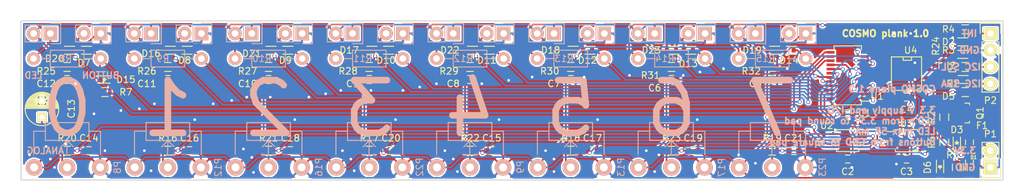
<source format=kicad_pcb>
(kicad_pcb (version 4) (host pcbnew 4.0.4-1.fc25-product)
  (layers (0 F.Cu signal) (31 B.Cu signal) (34 B.Paste user) (35 F.Paste user) (36 B.SilkS user) (37 F.SilkS user) (38 B.Mask user) (39 F.Mask user) (44 Edge.Cuts user))
  (net 0 "")
  (net 1 +3V3)
  (net 2 GND)
  (net 3 "Net-(C14-Pad1)")
  (net 4 "Net-(C15-Pad1)")
  (net 5 "Net-(C16-Pad1)")
  (net 6 "Net-(C17-Pad1)")
  (net 7 "Net-(C18-Pad1)")
  (net 8 "Net-(C19-Pad1)")
  (net 9 "Net-(C20-Pad1)")
  (net 10 "Net-(C21-Pad1)")
  (net 11 "Net-(D2-Pad1)")
  (net 12 "Net-(D3-Pad2)")
  (net 13 "Net-(D3-Pad1)")
  (net 14 /scl)
  (net 15 /sda)
  (net 16 "Net-(D6-Pad2)")
  (net 17 "Net-(D15-Pad1)")
  (net 18 "Net-(D8-Pad1)")
  (net 19 "Net-(D9-Pad1)")
  (net 20 "Net-(D10-Pad1)")
  (net 21 "Net-(D11-Pad1)")
  (net 22 "Net-(D12-Pad1)")
  (net 23 "Net-(D13-Pad1)")
  (net 24 "Net-(D14-Pad1)")
  (net 25 "Net-(D15-Pad2)")
  (net 26 "Net-(D16-Pad1)")
  (net 27 "Net-(D17-Pad1)")
  (net 28 "Net-(D18-Pad1)")
  (net 29 "Net-(D19-Pad1)")
  (net 30 "Net-(D20-Pad1)")
  (net 31 "Net-(D21-Pad1)")
  (net 32 "Net-(D22-Pad1)")
  (net 33 "Net-(D23-Pad1)")
  (net 34 "Net-(F1-Pad1)")
  (net 35 "Net-(P2-Pad1)")
  (net 36 "Net-(P2-Pad3)")
  (net 37 "Net-(P2-Pad4)")
  (net 38 "Net-(P7-Pad1)")
  (net 39 "Net-(P8-Pad2)")
  (net 40 "Net-(P9-Pad2)")
  (net 41 "Net-(P11-Pad1)")
  (net 42 "Net-(P12-Pad2)")
  (net 43 "Net-(P13-Pad2)")
  (net 44 "Net-(P15-Pad1)")
  (net 45 "Net-(P16-Pad2)")
  (net 46 "Net-(P17-Pad2)")
  (net 47 "Net-(P19-Pad1)")
  (net 48 "Net-(P21-Pad1)")
  (net 49 "Net-(P22-Pad2)")
  (net 50 "Net-(P23-Pad2)")
  (net 51 "Net-(P24-Pad1)")
  (net 52 "Net-(P25-Pad1)")
  (net 53 "Net-(P26-Pad1)")
  (net 54 "Net-(Q1-Pad1)")
  (net 55 "Net-(R24-Pad1)")
  (module Resistors_SMD:R_0603 (layer F.Cu) (at 116.84 71.12 180)
    (fp_text reference R31 (at 3.175 -1.27 180) (layer F.SilkS))
    (fp_text value 10k)
    (pad 1 smd rect (at -0.75 0 180) (size 0.5 0.9) (layers F.Cu F.Paste F.Mask) (net 33 "Net-(D23-Pad1)"))
    (pad 2 smd rect (at 0.75 0 180) (size 0.5 0.9) (layers F.Cu F.Paste F.Mask) (net 1 +3V3))
  )
  (module Capacitors_SMD:C_0603 (layer F.Cu) (at 89.65 83.82)
    (fp_text reference C15 (at 0 -1.9) (layer F.SilkS))
    (fp_text value C)
    (pad 1 smd rect (at -0.75 0) (size 0.8 0.75) (layers F.Cu F.Paste F.Mask) (net 4 "Net-(C15-Pad1)"))
    (pad 2 smd rect (at 0.75 0) (size 0.8 0.75) (layers F.Cu F.Paste F.Mask) (net 2 GND))
  )
  (module Resistors_SMD:R_0603 (layer F.Cu) (at 86.36 83.82 180)
    (fp_text reference R22 (at 0 1.905 180) (layer F.SilkS))
    (fp_text value 1k)
    (pad 1 smd rect (at -0.75 0 180) (size 0.5 0.9) (layers F.Cu F.Paste F.Mask) (net 4 "Net-(C15-Pad1)"))
    (pad 2 smd rect (at 0.75 0 180) (size 0.5 0.9) (layers F.Cu F.Paste F.Mask) (net 40 "Net-(P9-Pad2)"))
  )
  (module Capacitors_SMD:C_0603 (layer F.Cu) (at 104.89 83.82)
    (fp_text reference C17 (at 0 -1.9) (layer F.SilkS))
    (fp_text value C)
    (pad 1 smd rect (at -0.75 0) (size 0.8 0.75) (layers F.Cu F.Paste F.Mask) (net 6 "Net-(C17-Pad1)"))
    (pad 2 smd rect (at 0.75 0) (size 0.8 0.75) (layers F.Cu F.Paste F.Mask) (net 2 GND))
  )
  (module Resistors_SMD:R_0603 (layer F.Cu) (at 101.6 83.82 180)
    (fp_text reference R18 (at 0 1.905 180) (layer F.SilkS))
    (fp_text value 1k)
    (pad 1 smd rect (at -0.75 0 180) (size 0.5 0.9) (layers F.Cu F.Paste F.Mask) (net 6 "Net-(C17-Pad1)"))
    (pad 2 smd rect (at 0.75 0 180) (size 0.5 0.9) (layers F.Cu F.Paste F.Mask) (net 43 "Net-(P13-Pad2)"))
  )
  (module Potentiometers:Potentiometer_WirePads (layer B.Cu) (at 30.40126 86.36 90)
    (fp_text reference P8 (at 0 2.61874 90) (layer B.SilkS) (effects (justify mirror)))
    (fp_text value ANA0)
    (pad 2 thru_hole circle (at 0 -5.00126 90) (size 2.49936 2.49936) (drill 1.19888) (layers *.Cu *.Mask B.SilkS) (net 39 "Net-(P8-Pad2)"))
    (pad 3 thru_hole circle (at 0 -10.00252 90) (size 2.49936 2.49936) (drill 1.19888) (layers *.Cu *.Mask B.SilkS) (net 1 +3V3))
    (pad 1 thru_hole circle (at 0 0 90) (size 2.49936 2.49936) (drill 1.19888) (layers *.Cu *.Mask B.SilkS) (net 2 GND))
  )
  (module Capacitors_SMD:C_0603 (layer F.Cu) (at 143.51 78.232)
    (fp_text reference C1 (at 2.54 -0.127) (layer F.SilkS))
    (fp_text value C)
    (pad 1 smd rect (at -0.75 0) (size 0.8 0.75) (layers F.Cu F.Paste F.Mask) (net 1 +3V3))
    (pad 2 smd rect (at 0.75 0) (size 0.8 0.75) (layers F.Cu F.Paste F.Mask) (net 2 GND))
  )
  (module Capacitors_SMD:C_0603 (layer F.Cu) (at 143.51 85.09 180)
    (fp_text reference C2 (at 0 -1.9 180) (layer F.SilkS))
    (fp_text value C)
    (pad 1 smd rect (at -0.75 0 180) (size 0.8 0.75) (layers F.Cu F.Paste F.Mask) (net 1 +3V3))
    (pad 2 smd rect (at 0.75 0 180) (size 0.8 0.75) (layers F.Cu F.Paste F.Mask) (net 2 GND))
  )
  (module Capacitors_SMD:C_0603 (layer F.Cu) (at 152.4 85.09 180)
    (fp_text reference C3 (at 0 -1.9 180) (layer F.SilkS))
    (fp_text value C)
    (pad 1 smd rect (at -0.75 0 180) (size 0.8 0.75) (layers F.Cu F.Paste F.Mask) (net 1 +3V3))
    (pad 2 smd rect (at 0.75 0 180) (size 0.8 0.75) (layers F.Cu F.Paste F.Mask) (net 2 GND))
  )
  (module Capacitors_SMD:C_0603 (layer F.Cu) (at 152.4 75.692 180)
    (fp_text reference C4 (at 0 -1.9 180) (layer F.SilkS))
    (fp_text value C)
    (pad 1 smd rect (at -0.75 0 180) (size 0.8 0.75) (layers F.Cu F.Paste F.Mask) (net 1 +3V3))
    (pad 2 smd rect (at 0.75 0 180) (size 0.8 0.75) (layers F.Cu F.Paste F.Mask) (net 2 GND))
  )
  (module Capacitors_SMD:C_0603 (layer F.Cu) (at 132.08 73.025)
    (fp_text reference C5 (at -2.54 0.635) (layer F.SilkS))
    (fp_text value C)
    (pad 1 smd rect (at -0.75 0) (size 0.8 0.75) (layers F.Cu F.Paste F.Mask) (net 1 +3V3))
    (pad 2 smd rect (at 0.75 0) (size 0.8 0.75) (layers F.Cu F.Paste F.Mask) (net 2 GND))
  )
  (module Capacitors_SMD:C_0603 (layer F.Cu) (at 116.84 73.025)
    (fp_text reference C6 (at -2.54 1.27) (layer F.SilkS))
    (fp_text value C)
    (pad 1 smd rect (at -0.75 0) (size 0.8 0.75) (layers F.Cu F.Paste F.Mask) (net 1 +3V3))
    (pad 2 smd rect (at 0.75 0) (size 0.8 0.75) (layers F.Cu F.Paste F.Mask) (net 2 GND))
  )
  (module Capacitors_SMD:C_0603 (layer F.Cu) (at 101.6 73.025)
    (fp_text reference C7 (at -2.54 0.635) (layer F.SilkS))
    (fp_text value C)
    (pad 1 smd rect (at -0.75 0) (size 0.8 0.75) (layers F.Cu F.Paste F.Mask) (net 1 +3V3))
    (pad 2 smd rect (at 0.75 0) (size 0.8 0.75) (layers F.Cu F.Paste F.Mask) (net 2 GND))
  )
  (module Capacitors_SMD:C_0603 (layer F.Cu) (at 86.36 73.025)
    (fp_text reference C8 (at -2.54 0.635) (layer F.SilkS))
    (fp_text value C)
    (pad 1 smd rect (at -0.75 0) (size 0.8 0.75) (layers F.Cu F.Paste F.Mask) (net 1 +3V3))
    (pad 2 smd rect (at 0.75 0) (size 0.8 0.75) (layers F.Cu F.Paste F.Mask) (net 2 GND))
  )
  (module Capacitors_SMD:C_0603 (layer F.Cu) (at 71.12 73.025)
    (fp_text reference C9 (at -2.54 0.635) (layer F.SilkS))
    (fp_text value C)
    (pad 1 smd rect (at -0.75 0) (size 0.8 0.75) (layers F.Cu F.Paste F.Mask) (net 1 +3V3))
    (pad 2 smd rect (at 0.75 0) (size 0.8 0.75) (layers F.Cu F.Paste F.Mask) (net 2 GND))
  )
  (module Capacitors_SMD:C_0603 (layer F.Cu) (at 55.88 73.025)
    (fp_text reference C10 (at -3.175 0.635) (layer F.SilkS))
    (fp_text value C)
    (pad 1 smd rect (at -0.75 0) (size 0.8 0.75) (layers F.Cu F.Paste F.Mask) (net 1 +3V3))
    (pad 2 smd rect (at 0.75 0) (size 0.8 0.75) (layers F.Cu F.Paste F.Mask) (net 2 GND))
  )
  (module Capacitors_SMD:C_0603 (layer F.Cu) (at 40.64 73.025)
    (fp_text reference C11 (at -3.175 0.635) (layer F.SilkS))
    (fp_text value C)
    (pad 1 smd rect (at -0.75 0) (size 0.8 0.75) (layers F.Cu F.Paste F.Mask) (net 1 +3V3))
    (pad 2 smd rect (at 0.75 0) (size 0.8 0.75) (layers F.Cu F.Paste F.Mask) (net 2 GND))
  )
  (module Capacitors_SMD:C_0603 (layer F.Cu) (at 25.4 73.025)
    (fp_text reference C12 (at -3.175 0.635) (layer F.SilkS))
    (fp_text value C)
    (pad 1 smd rect (at -0.75 0) (size 0.8 0.75) (layers F.Cu F.Paste F.Mask) (net 1 +3V3))
    (pad 2 smd rect (at 0.75 0) (size 0.8 0.75) (layers F.Cu F.Paste F.Mask) (net 2 GND))
  )
  (module Capacitors_ThroughHole:C_Radial_D5_L11_P2.5 (layer F.Cu) (at 21.59 78.74 90)
    (fp_text reference C13 (at 1.27 4.445 90) (layer F.SilkS))
    (fp_text value CP)
    (pad 1 thru_hole rect (at 0 0 90) (size 1.3 1.3) (drill 0.8) (layers *.Cu *.Mask F.SilkS) (net 1 +3V3))
    (pad 2 thru_hole circle (at 2.5 0 90) (size 1.3 1.3) (drill 0.8) (layers *.Cu *.Mask F.SilkS) (net 2 GND))
  )
  (module Capacitors_SMD:C_0603 (layer F.Cu) (at 28.69 83.82)
    (fp_text reference C14 (at 0 -1.9) (layer F.SilkS))
    (fp_text value C)
    (pad 1 smd rect (at -0.75 0) (size 0.8 0.75) (layers F.Cu F.Paste F.Mask) (net 3 "Net-(C14-Pad1)"))
    (pad 2 smd rect (at 0.75 0) (size 0.8 0.75) (layers F.Cu F.Paste F.Mask) (net 2 GND))
  )
  (module Capacitors_SMD:C_0603 (layer F.Cu) (at 43.93 83.82)
    (fp_text reference C16 (at 0 -1.9) (layer F.SilkS))
    (fp_text value C)
    (pad 1 smd rect (at -0.75 0) (size 0.8 0.75) (layers F.Cu F.Paste F.Mask) (net 5 "Net-(C16-Pad1)"))
    (pad 2 smd rect (at 0.75 0) (size 0.8 0.75) (layers F.Cu F.Paste F.Mask) (net 2 GND))
  )
  (module Capacitors_SMD:C_0603 (layer F.Cu) (at 59.17 83.82)
    (fp_text reference C18 (at 0 -1.9) (layer F.SilkS))
    (fp_text value C)
    (pad 1 smd rect (at -0.75 0) (size 0.8 0.75) (layers F.Cu F.Paste F.Mask) (net 7 "Net-(C18-Pad1)"))
    (pad 2 smd rect (at 0.75 0) (size 0.8 0.75) (layers F.Cu F.Paste F.Mask) (net 2 GND))
  )
  (module Capacitors_SMD:C_0603 (layer F.Cu) (at 120.13 83.82)
    (fp_text reference C19 (at 0 -1.9) (layer F.SilkS))
    (fp_text value C)
    (pad 1 smd rect (at -0.75 0) (size 0.8 0.75) (layers F.Cu F.Paste F.Mask) (net 8 "Net-(C19-Pad1)"))
    (pad 2 smd rect (at 0.75 0) (size 0.8 0.75) (layers F.Cu F.Paste F.Mask) (net 2 GND))
  )
  (module Capacitors_SMD:C_0603 (layer F.Cu) (at 74.41 83.82)
    (fp_text reference C20 (at 0 -1.9) (layer F.SilkS))
    (fp_text value C)
    (pad 1 smd rect (at -0.75 0) (size 0.8 0.75) (layers F.Cu F.Paste F.Mask) (net 9 "Net-(C20-Pad1)"))
    (pad 2 smd rect (at 0.75 0) (size 0.8 0.75) (layers F.Cu F.Paste F.Mask) (net 2 GND))
  )
  (module Capacitors_SMD:C_0603 (layer F.Cu) (at 135.37 83.82)
    (fp_text reference C21 (at 0 -1.9) (layer F.SilkS))
    (fp_text value C)
    (pad 1 smd rect (at -0.75 0) (size 0.8 0.75) (layers F.Cu F.Paste F.Mask) (net 10 "Net-(C21-Pad1)"))
    (pad 2 smd rect (at 0.75 0) (size 0.8 0.75) (layers F.Cu F.Paste F.Mask) (net 2 GND))
  )
  (module Diodes_SMD:SOD-523 (layer F.Cu) (at 161.925 86.36 90)
    (fp_text reference D1 (at 1.524 0.635 180) (layer F.SilkS) (effects (font (size 0.5 0.5) (thickness 0.125))))
    (fp_text value ZENER)
    (pad 2 smd rect (at -0.7 0 90) (size 0.6 0.7) (layers F.Cu F.Paste F.Mask) (net 2 GND))
    (pad 1 smd rect (at 0.7 0 90) (size 0.6 0.7) (layers F.Cu F.Paste F.Mask) (net 1 +3V3))
  )
  (module Diodes_SMD:SOD-523 (layer F.Cu) (at 161.29 67.31 180)
    (fp_text reference D2 (at 2.54 0 180) (layer F.SilkS))
    (fp_text value ZENER)
    (pad 2 smd rect (at -0.7 0 180) (size 0.6 0.7) (layers F.Cu F.Paste F.Mask) (net 2 GND))
    (pad 1 smd rect (at 0.7 0 180) (size 0.6 0.7) (layers F.Cu F.Paste F.Mask) (net 11 "Net-(D2-Pad1)"))
  )
  (module LEDs:LED_0603 (layer F.Cu) (at 160.02 82.55 90)
    (fp_text reference D3 (at 1.905 0 180) (layer F.SilkS))
    (fp_text value "RED FAULT")
    (pad 2 smd rect (at 0.7493 0 270) (size 0.79756 0.79756) (layers F.Cu F.Paste F.Mask) (net 12 "Net-(D3-Pad2)"))
    (pad 1 smd rect (at -0.7493 0 270) (size 0.79756 0.79756) (layers F.Cu F.Paste F.Mask) (net 13 "Net-(D3-Pad1)"))
  )
  (module Diodes_SMD:SOD-523 (layer F.Cu) (at 161.29 69.215 180)
    (fp_text reference D4 (at 1.905 -1.905 270) (layer F.SilkS))
    (fp_text value ZENER)
    (pad 2 smd rect (at -0.7 0 180) (size 0.6 0.7) (layers F.Cu F.Paste F.Mask) (net 2 GND))
    (pad 1 smd rect (at 0.7 0 180) (size 0.6 0.7) (layers F.Cu F.Paste F.Mask) (net 14 /scl))
  )
  (module Diodes_SMD:SOD-523 (layer F.Cu) (at 161.355 73.025 180)
    (fp_text reference D5 (at 2.605 -2.54 180) (layer F.SilkS))
    (fp_text value ZENER)
    (pad 2 smd rect (at -0.7 0 180) (size 0.6 0.7) (layers F.Cu F.Paste F.Mask) (net 2 GND))
    (pad 1 smd rect (at 0.7 0 180) (size 0.6 0.7) (layers F.Cu F.Paste F.Mask) (net 15 /sda))
  )
  (module LEDs:LED_0603 (layer F.Cu) (at 157.48 86.36 270)
    (fp_text reference D6 (at 0 1.905 270) (layer F.SilkS))
    (fp_text value "GREEN PWR")
    (pad 2 smd rect (at 0.7493 0 90) (size 0.79756 0.79756) (layers F.Cu F.Paste F.Mask) (net 16 "Net-(D6-Pad2)"))
    (pad 1 smd rect (at -0.7493 0 90) (size 0.79756 0.79756) (layers F.Cu F.Paste F.Mask) (net 2 GND))
  )
  (module Diodes_SMD:SOD-523 (layer F.Cu) (at 27.94 68.58)
    (fp_text reference D7 (at 0 1.905) (layer F.SilkS))
    (fp_text value ZENER)
    (pad 2 smd rect (at -0.7 0) (size 0.6 0.7) (layers F.Cu F.Paste F.Mask) (net 2 GND))
    (pad 1 smd rect (at 0.7 0) (size 0.6 0.7) (layers F.Cu F.Paste F.Mask) (net 17 "Net-(D15-Pad1)"))
  )
  (module Diodes_SMD:SOD-523 (layer F.Cu) (at 43.18 68.58)
    (fp_text reference D8 (at 0 1.524) (layer F.SilkS))
    (fp_text value ZENER)
    (pad 2 smd rect (at -0.7 0) (size 0.6 0.7) (layers F.Cu F.Paste F.Mask) (net 2 GND))
    (pad 1 smd rect (at 0.7 0) (size 0.6 0.7) (layers F.Cu F.Paste F.Mask) (net 18 "Net-(D8-Pad1)"))
  )
  (module Diodes_SMD:SOD-523 (layer F.Cu) (at 58.42 68.58)
    (fp_text reference D9 (at 0 1.524) (layer F.SilkS))
    (fp_text value ZENER)
    (pad 2 smd rect (at -0.7 0) (size 0.6 0.7) (layers F.Cu F.Paste F.Mask) (net 2 GND))
    (pad 1 smd rect (at 0.7 0) (size 0.6 0.7) (layers F.Cu F.Paste F.Mask) (net 19 "Net-(D9-Pad1)"))
  )
  (module Diodes_SMD:SOD-523 (layer F.Cu) (at 73.66 68.58)
    (fp_text reference D10 (at 0 1.524) (layer F.SilkS))
    (fp_text value ZENER)
    (pad 2 smd rect (at -0.7 0) (size 0.6 0.7) (layers F.Cu F.Paste F.Mask) (net 2 GND))
    (pad 1 smd rect (at 0.7 0) (size 0.6 0.7) (layers F.Cu F.Paste F.Mask) (net 20 "Net-(D10-Pad1)"))
  )
  (module Diodes_SMD:SOD-523 (layer F.Cu) (at 88.9 68.58)
    (fp_text reference D11 (at 0 1.524) (layer F.SilkS))
    (fp_text value ZENER)
    (pad 2 smd rect (at -0.7 0) (size 0.6 0.7) (layers F.Cu F.Paste F.Mask) (net 2 GND))
    (pad 1 smd rect (at 0.7 0) (size 0.6 0.7) (layers F.Cu F.Paste F.Mask) (net 21 "Net-(D11-Pad1)"))
  )
  (module Diodes_SMD:SOD-523 (layer F.Cu) (at 104.14 68.58)
    (fp_text reference D12 (at 0 1.524) (layer F.SilkS))
    (fp_text value ZENER)
    (pad 2 smd rect (at -0.7 0) (size 0.6 0.7) (layers F.Cu F.Paste F.Mask) (net 2 GND))
    (pad 1 smd rect (at 0.7 0) (size 0.6 0.7) (layers F.Cu F.Paste F.Mask) (net 22 "Net-(D12-Pad1)"))
  )
  (module Diodes_SMD:SOD-523 (layer F.Cu) (at 119.38 68.58)
    (fp_text reference D13 (at 0 2.032) (layer F.SilkS))
    (fp_text value ZENER)
    (pad 2 smd rect (at -0.7 0) (size 0.6 0.7) (layers F.Cu F.Paste F.Mask) (net 2 GND))
    (pad 1 smd rect (at 0.7 0) (size 0.6 0.7) (layers F.Cu F.Paste F.Mask) (net 23 "Net-(D13-Pad1)"))
  )
  (module Diodes_SMD:SOD-523 (layer F.Cu) (at 134.62 68.58)
    (fp_text reference D14 (at 0 1.524) (layer F.SilkS))
    (fp_text value ZENER)
    (pad 2 smd rect (at -0.7 0) (size 0.6 0.7) (layers F.Cu F.Paste F.Mask) (net 2 GND))
    (pad 1 smd rect (at 0.7 0) (size 0.6 0.7) (layers F.Cu F.Paste F.Mask) (net 24 "Net-(D14-Pad1)"))
  )
  (module LEDs:LED_0603 (layer F.Cu) (at 31.115 73.025)
    (fp_text reference D15 (at 3.175 0) (layer F.SilkS))
    (fp_text value "BLUE TEST")
    (pad 2 smd rect (at 0.7493 0 180) (size 0.79756 0.79756) (layers F.Cu F.Paste F.Mask) (net 25 "Net-(D15-Pad2)"))
    (pad 1 smd rect (at -0.7493 0 180) (size 0.79756 0.79756) (layers F.Cu F.Paste F.Mask) (net 17 "Net-(D15-Pad1)"))
  )
  (module Diodes_SMD:SOD-523 (layer F.Cu) (at 40.64 68.58)
    (fp_text reference D16 (at -2.54 0.508) (layer F.SilkS))
    (fp_text value ZENER)
    (pad 2 smd rect (at -0.7 0) (size 0.6 0.7) (layers F.Cu F.Paste F.Mask) (net 2 GND))
    (pad 1 smd rect (at 0.7 0) (size 0.6 0.7) (layers F.Cu F.Paste F.Mask) (net 26 "Net-(D16-Pad1)"))
  )
  (module Diodes_SMD:SOD-523 (layer F.Cu) (at 71.12 68.58)
    (fp_text reference D17 (at -3.048 0) (layer F.SilkS))
    (fp_text value ZENER)
    (pad 2 smd rect (at -0.7 0) (size 0.6 0.7) (layers F.Cu F.Paste F.Mask) (net 2 GND))
    (pad 1 smd rect (at 0.7 0) (size 0.6 0.7) (layers F.Cu F.Paste F.Mask) (net 27 "Net-(D17-Pad1)"))
  )
  (module Diodes_SMD:SOD-523 (layer F.Cu) (at 101.6 68.58)
    (fp_text reference D18 (at -3.048 0) (layer F.SilkS))
    (fp_text value ZENER)
    (pad 2 smd rect (at -0.7 0) (size 0.6 0.7) (layers F.Cu F.Paste F.Mask) (net 2 GND))
    (pad 1 smd rect (at 0.7 0) (size 0.6 0.7) (layers F.Cu F.Paste F.Mask) (net 28 "Net-(D18-Pad1)"))
  )
  (module Diodes_SMD:SOD-523 (layer F.Cu) (at 132.08 68.58)
    (fp_text reference D19 (at -3.048 0) (layer F.SilkS))
    (fp_text value ZENER)
    (pad 2 smd rect (at -0.7 0) (size 0.6 0.7) (layers F.Cu F.Paste F.Mask) (net 2 GND))
    (pad 1 smd rect (at 0.7 0) (size 0.6 0.7) (layers F.Cu F.Paste F.Mask) (net 29 "Net-(D19-Pad1)"))
  )
  (module Diodes_SMD:SOD-523 (layer F.Cu) (at 25.4 68.58)
    (fp_text reference D20 (at -1.905 1.27) (layer F.SilkS))
    (fp_text value ZENER)
    (pad 2 smd rect (at -0.7 0) (size 0.6 0.7) (layers F.Cu F.Paste F.Mask) (net 2 GND))
    (pad 1 smd rect (at 0.7 0) (size 0.6 0.7) (layers F.Cu F.Paste F.Mask) (net 30 "Net-(D20-Pad1)"))
  )
  (module Diodes_SMD:SOD-523 (layer F.Cu) (at 55.88 68.58)
    (fp_text reference D21 (at -2.54 0.508) (layer F.SilkS))
    (fp_text value ZENER)
    (pad 2 smd rect (at -0.7 0) (size 0.6 0.7) (layers F.Cu F.Paste F.Mask) (net 2 GND))
    (pad 1 smd rect (at 0.7 0) (size 0.6 0.7) (layers F.Cu F.Paste F.Mask) (net 31 "Net-(D21-Pad1)"))
  )
  (module Diodes_SMD:SOD-523 (layer F.Cu) (at 86.36 68.58)
    (fp_text reference D22 (at -3.048 0) (layer F.SilkS))
    (fp_text value ZENER)
    (pad 2 smd rect (at -0.7 0) (size 0.6 0.7) (layers F.Cu F.Paste F.Mask) (net 2 GND))
    (pad 1 smd rect (at 0.7 0) (size 0.6 0.7) (layers F.Cu F.Paste F.Mask) (net 32 "Net-(D22-Pad1)"))
  )
  (module Diodes_SMD:SOD-523 (layer F.Cu) (at 116.84 68.58)
    (fp_text reference D23 (at -3.048 0) (layer F.SilkS))
    (fp_text value ZENER)
    (pad 2 smd rect (at -0.7 0) (size 0.6 0.7) (layers F.Cu F.Paste F.Mask) (net 2 GND))
    (pad 1 smd rect (at 0.7 0) (size 0.6 0.7) (layers F.Cu F.Paste F.Mask) (net 33 "Net-(D23-Pad1)"))
  )
  (module Capacitors_SMD:C_0603_HandSoldering (layer F.Cu) (at 161.925 82.55 270)
    (fp_text reference F1 (at -2.54 -1.9 360) (layer F.SilkS))
    (fp_text value FUSE)
    (pad 1 smd rect (at -0.95 0 270) (size 1.2 0.75) (layers F.Cu F.Paste F.Mask) (net 34 "Net-(F1-Pad1)"))
    (pad 2 smd rect (at 0.95 0 270) (size 1.2 0.75) (layers F.Cu F.Paste F.Mask) (net 1 +3V3))
  )
  (module Pin_Headers:Pin_Header_Straight_1x02 (layer F.Cu) (at 165.1 86.36 180)
    (fp_text reference P1 (at 0 5.08 180) (layer F.SilkS))
    (fp_text value 3.3V)
    (pad 1 thru_hole rect (at 0 0 180) (size 2.032 2.032) (drill 1.016) (layers *.Cu *.Mask F.SilkS) (net 2 GND))
    (pad 2 thru_hole oval (at 0 2.54 180) (size 2.032 2.032) (drill 1.016) (layers *.Cu *.Mask F.SilkS) (net 34 "Net-(F1-Pad1)"))
  )
  (module Pin_Headers:Pin_Header_Straight_1x04 (layer F.Cu) (at 165.1 66.04)
    (fp_text reference P2 (at 0 10.16) (layer F.SilkS))
    (fp_text value I2C)
    (pad 1 thru_hole rect (at 0 0) (size 2.032 1.7272) (drill 1.016) (layers *.Cu *.Mask F.SilkS) (net 35 "Net-(P2-Pad1)"))
    (pad 2 thru_hole oval (at 0 2.54) (size 2.032 1.7272) (drill 1.016) (layers *.Cu *.Mask F.SilkS) (net 2 GND))
    (pad 3 thru_hole oval (at 0 5.08) (size 2.032 1.7272) (drill 1.016) (layers *.Cu *.Mask F.SilkS) (net 36 "Net-(P2-Pad3)"))
    (pad 4 thru_hole oval (at 0 7.62) (size 2.032 1.7272) (drill 1.016) (layers *.Cu *.Mask F.SilkS) (net 37 "Net-(P2-Pad4)"))
  )
  (module Pin_Headers:Pin_Header_Straight_1x02 (layer B.Cu) (at 30.48 66.04 90)
    (fp_text reference P3 hide)
    (fp_text value SW0)
    (pad 1 thru_hole rect (at 0 0 90) (size 2.032 2.032) (drill 1.016) (layers *.Cu *.Mask B.SilkS) (net 2 GND))
    (pad 2 thru_hole oval (at 0 -2.54 90) (size 2.032 2.032) (drill 1.016) (layers *.Cu *.Mask B.SilkS) (net 30 "Net-(D20-Pad1)"))
  )
  (module Pin_Headers:Pin_Header_Straight_1x02 (layer B.Cu) (at 45.72 66.04 90)
    (fp_text reference P4 hide)
    (fp_text value SW1)
    (pad 1 thru_hole rect (at 0 0 90) (size 2.032 2.032) (drill 1.016) (layers *.Cu *.Mask B.SilkS) (net 2 GND))
    (pad 2 thru_hole oval (at 0 -2.54 90) (size 2.032 2.032) (drill 1.016) (layers *.Cu *.Mask B.SilkS) (net 26 "Net-(D16-Pad1)"))
  )
  (module Pin_Headers:Pin_Header_Straight_1x02 (layer B.Cu) (at 60.96 66.04 90)
    (fp_text reference P5 hide)
    (fp_text value SW2)
    (pad 1 thru_hole rect (at 0 0 90) (size 2.032 2.032) (drill 1.016) (layers *.Cu *.Mask B.SilkS) (net 2 GND))
    (pad 2 thru_hole oval (at 0 -2.54 90) (size 2.032 2.032) (drill 1.016) (layers *.Cu *.Mask B.SilkS) (net 31 "Net-(D21-Pad1)"))
  )
  (module Pin_Headers:Pin_Header_Straight_1x02 (layer B.Cu) (at 76.2 66.04 90)
    (fp_text reference P6 hide)
    (fp_text value SW3)
    (pad 1 thru_hole rect (at 0 0 90) (size 2.032 2.032) (drill 1.016) (layers *.Cu *.Mask B.SilkS) (net 2 GND))
    (pad 2 thru_hole oval (at 0 -2.54 90) (size 2.032 2.032) (drill 1.016) (layers *.Cu *.Mask B.SilkS) (net 27 "Net-(D17-Pad1)"))
  )
  (module Pin_Headers:Pin_Header_Straight_1x02 (layer B.Cu) (at 22.86 66.04 90)
    (fp_text reference P7 hide)
    (fp_text value LED0)
    (pad 1 thru_hole rect (at 0 0 90) (size 2.032 2.032) (drill 1.016) (layers *.Cu *.Mask B.SilkS) (net 38 "Net-(P7-Pad1)"))
    (pad 2 thru_hole oval (at 0 -2.54 90) (size 2.032 2.032) (drill 1.016) (layers *.Cu *.Mask B.SilkS) (net 1 +3V3))
  )
  (module Potentiometers:Potentiometer_WirePads (layer B.Cu) (at 91.36126 86.36 90)
    (fp_text reference P9 (at 0.0508 2.61874 90) (layer B.SilkS) (effects (justify mirror)))
    (fp_text value ANA4)
    (pad 2 thru_hole circle (at 0 -5.00126 90) (size 2.49936 2.49936) (drill 1.19888) (layers *.Cu *.Mask B.SilkS) (net 40 "Net-(P9-Pad2)"))
    (pad 3 thru_hole circle (at 0 -10.00252 90) (size 2.49936 2.49936) (drill 1.19888) (layers *.Cu *.Mask B.SilkS) (net 1 +3V3))
    (pad 1 thru_hole circle (at 0 0 90) (size 2.49936 2.49936) (drill 1.19888) (layers *.Cu *.Mask B.SilkS) (net 2 GND))
  )
  (module Pin_Headers:Pin_Header_Straight_1x02 (layer B.Cu) (at 91.44 66.04 90)
    (fp_text reference P10 hide)
    (fp_text value SW4)
    (pad 1 thru_hole rect (at 0 0 90) (size 2.032 2.032) (drill 1.016) (layers *.Cu *.Mask B.SilkS) (net 2 GND))
    (pad 2 thru_hole oval (at 0 -2.54 90) (size 2.032 2.032) (drill 1.016) (layers *.Cu *.Mask B.SilkS) (net 32 "Net-(D22-Pad1)"))
  )
  (module Pin_Headers:Pin_Header_Straight_1x02 (layer B.Cu) (at 38.1 66.04 90)
    (fp_text reference P11 hide)
    (fp_text value LED1)
    (pad 1 thru_hole rect (at 0 0 90) (size 2.032 2.032) (drill 1.016) (layers *.Cu *.Mask B.SilkS) (net 41 "Net-(P11-Pad1)"))
    (pad 2 thru_hole oval (at 0 -2.54 90) (size 2.032 2.032) (drill 1.016) (layers *.Cu *.Mask B.SilkS) (net 1 +3V3))
  )
  (module Potentiometers:Potentiometer_WirePads (layer B.Cu) (at 45.64126 86.36 90)
    (fp_text reference P12 (at 0 2.61874 90) (layer B.SilkS) (effects (justify mirror)))
    (fp_text value ANA1)
    (pad 2 thru_hole circle (at 0 -5.00126 90) (size 2.49936 2.49936) (drill 1.19888) (layers *.Cu *.Mask B.SilkS) (net 42 "Net-(P12-Pad2)"))
    (pad 3 thru_hole circle (at 0 -10.00252 90) (size 2.49936 2.49936) (drill 1.19888) (layers *.Cu *.Mask B.SilkS) (net 1 +3V3))
    (pad 1 thru_hole circle (at 0 0 90) (size 2.49936 2.49936) (drill 1.19888) (layers *.Cu *.Mask B.SilkS) (net 2 GND))
  )
  (module Potentiometers:Potentiometer_WirePads (layer B.Cu) (at 106.60126 86.36 90)
    (fp_text reference P13 (at 0.0508 2.61874 90) (layer B.SilkS) (effects (justify mirror)))
    (fp_text value ANA5)
    (pad 2 thru_hole circle (at 0 -5.00126 90) (size 2.49936 2.49936) (drill 1.19888) (layers *.Cu *.Mask B.SilkS) (net 43 "Net-(P13-Pad2)"))
    (pad 3 thru_hole circle (at 0 -10.00252 90) (size 2.49936 2.49936) (drill 1.19888) (layers *.Cu *.Mask B.SilkS) (net 1 +3V3))
    (pad 1 thru_hole circle (at 0 0 90) (size 2.49936 2.49936) (drill 1.19888) (layers *.Cu *.Mask B.SilkS) (net 2 GND))
  )
  (module Pin_Headers:Pin_Header_Straight_1x02 (layer B.Cu) (at 106.68 66.04 90)
    (fp_text reference P14 hide)
    (fp_text value SW5)
    (pad 1 thru_hole rect (at 0 0 90) (size 2.032 2.032) (drill 1.016) (layers *.Cu *.Mask B.SilkS) (net 2 GND))
    (pad 2 thru_hole oval (at 0 -2.54 90) (size 2.032 2.032) (drill 1.016) (layers *.Cu *.Mask B.SilkS) (net 28 "Net-(D18-Pad1)"))
  )
  (module Pin_Headers:Pin_Header_Straight_1x02 (layer B.Cu) (at 53.34 66.04 90)
    (fp_text reference P15 hide)
    (fp_text value LED2)
    (pad 1 thru_hole rect (at 0 0 90) (size 2.032 2.032) (drill 1.016) (layers *.Cu *.Mask B.SilkS) (net 44 "Net-(P15-Pad1)"))
    (pad 2 thru_hole oval (at 0 -2.54 90) (size 2.032 2.032) (drill 1.016) (layers *.Cu *.Mask B.SilkS) (net 1 +3V3))
  )
  (module Potentiometers:Potentiometer_WirePads (layer B.Cu) (at 60.88126 86.36 90)
    (fp_text reference P16 (at 0.0508 2.61874 90) (layer B.SilkS) (effects (justify mirror)))
    (fp_text value ANA2)
    (pad 2 thru_hole circle (at 0 -5.00126 90) (size 2.49936 2.49936) (drill 1.19888) (layers *.Cu *.Mask B.SilkS) (net 45 "Net-(P16-Pad2)"))
    (pad 3 thru_hole circle (at 0 -10.00252 90) (size 2.49936 2.49936) (drill 1.19888) (layers *.Cu *.Mask B.SilkS) (net 1 +3V3))
    (pad 1 thru_hole circle (at 0 0 90) (size 2.49936 2.49936) (drill 1.19888) (layers *.Cu *.Mask B.SilkS) (net 2 GND))
  )
  (module Potentiometers:Potentiometer_WirePads (layer B.Cu) (at 121.84126 86.36 90)
    (fp_text reference P17 (at 0 2.61874 90) (layer B.SilkS) (effects (justify mirror)))
    (fp_text value ANA6)
    (pad 2 thru_hole circle (at 0 -5.00126 90) (size 2.49936 2.49936) (drill 1.19888) (layers *.Cu *.Mask B.SilkS) (net 46 "Net-(P17-Pad2)"))
    (pad 3 thru_hole circle (at 0 -10.00252 90) (size 2.49936 2.49936) (drill 1.19888) (layers *.Cu *.Mask B.SilkS) (net 1 +3V3))
    (pad 1 thru_hole circle (at 0 0 90) (size 2.49936 2.49936) (drill 1.19888) (layers *.Cu *.Mask B.SilkS) (net 2 GND))
  )
  (module Pin_Headers:Pin_Header_Straight_1x02 (layer B.Cu) (at 121.92 66.04 90)
    (fp_text reference P18 hide)
    (fp_text value SW6)
    (pad 1 thru_hole rect (at 0 0 90) (size 2.032 2.032) (drill 1.016) (layers *.Cu *.Mask B.SilkS) (net 2 GND))
    (pad 2 thru_hole oval (at 0 -2.54 90) (size 2.032 2.032) (drill 1.016) (layers *.Cu *.Mask B.SilkS) (net 33 "Net-(D23-Pad1)"))
  )
  (module Pin_Headers:Pin_Header_Straight_1x02 (layer B.Cu) (at 68.58 66.04 90)
    (fp_text reference P19 hide)
    (fp_text value LED3)
    (pad 1 thru_hole rect (at 0 0 90) (size 2.032 2.032) (drill 1.016) (layers *.Cu *.Mask B.SilkS) (net 47 "Net-(P19-Pad1)"))
    (pad 2 thru_hole oval (at 0 -2.54 90) (size 2.032 2.032) (drill 1.016) (layers *.Cu *.Mask B.SilkS) (net 1 +3V3))
  )
  (module Pin_Headers:Pin_Header_Straight_1x02 (layer B.Cu) (at 137.16 66.04 90)
    (fp_text reference P20 hide)
    (fp_text value SW7)
    (pad 1 thru_hole rect (at 0 0 90) (size 2.032 2.032) (drill 1.016) (layers *.Cu *.Mask B.SilkS) (net 2 GND))
    (pad 2 thru_hole oval (at 0 -2.54 90) (size 2.032 2.032) (drill 1.016) (layers *.Cu *.Mask B.SilkS) (net 29 "Net-(D19-Pad1)"))
  )
  (module Pin_Headers:Pin_Header_Straight_1x02 (layer B.Cu) (at 83.82 66.04 90)
    (fp_text reference P21 hide)
    (fp_text value LED4)
    (pad 1 thru_hole rect (at 0 0 90) (size 2.032 2.032) (drill 1.016) (layers *.Cu *.Mask B.SilkS) (net 48 "Net-(P21-Pad1)"))
    (pad 2 thru_hole oval (at 0 -2.54 90) (size 2.032 2.032) (drill 1.016) (layers *.Cu *.Mask B.SilkS) (net 1 +3V3))
  )
  (module Potentiometers:Potentiometer_WirePads (layer B.Cu) (at 76.12126 86.36 90)
    (fp_text reference P22 (at 0.0508 2.61874 90) (layer B.SilkS) (effects (justify mirror)))
    (fp_text value ANA3)
    (pad 2 thru_hole circle (at 0 -5.00126 90) (size 2.49936 2.49936) (drill 1.19888) (layers *.Cu *.Mask B.SilkS) (net 49 "Net-(P22-Pad2)"))
    (pad 3 thru_hole circle (at 0 -10.00252 90) (size 2.49936 2.49936) (drill 1.19888) (layers *.Cu *.Mask B.SilkS) (net 1 +3V3))
    (pad 1 thru_hole circle (at 0 0 90) (size 2.49936 2.49936) (drill 1.19888) (layers *.Cu *.Mask B.SilkS) (net 2 GND))
  )
  (module Potentiometers:Potentiometer_WirePads (layer B.Cu) (at 137.08126 86.36 90)
    (fp_text reference P23 (at 0.0508 2.61874 90) (layer B.SilkS) (effects (justify mirror)))
    (fp_text value ANA7)
    (pad 2 thru_hole circle (at 0 -5.00126 90) (size 2.49936 2.49936) (drill 1.19888) (layers *.Cu *.Mask B.SilkS) (net 50 "Net-(P23-Pad2)"))
    (pad 3 thru_hole circle (at 0 -10.00252 90) (size 2.49936 2.49936) (drill 1.19888) (layers *.Cu *.Mask B.SilkS) (net 1 +3V3))
    (pad 1 thru_hole circle (at 0 0 90) (size 2.49936 2.49936) (drill 1.19888) (layers *.Cu *.Mask B.SilkS) (net 2 GND))
  )
  (module Pin_Headers:Pin_Header_Straight_1x02 (layer B.Cu) (at 99.06 66.04 90)
    (fp_text reference P24 hide)
    (fp_text value LED5)
    (pad 1 thru_hole rect (at 0 0 90) (size 2.032 2.032) (drill 1.016) (layers *.Cu *.Mask B.SilkS) (net 51 "Net-(P24-Pad1)"))
    (pad 2 thru_hole oval (at 0 -2.54 90) (size 2.032 2.032) (drill 1.016) (layers *.Cu *.Mask B.SilkS) (net 1 +3V3))
  )
  (module Pin_Headers:Pin_Header_Straight_1x02 (layer B.Cu) (at 114.3 66.04 90)
    (fp_text reference P25 hide)
    (fp_text value LED6)
    (pad 1 thru_hole rect (at 0 0 90) (size 2.032 2.032) (drill 1.016) (layers *.Cu *.Mask B.SilkS) (net 52 "Net-(P25-Pad1)"))
    (pad 2 thru_hole oval (at 0 -2.54 90) (size 2.032 2.032) (drill 1.016) (layers *.Cu *.Mask B.SilkS) (net 1 +3V3))
  )
  (module Pin_Headers:Pin_Header_Straight_1x02 (layer B.Cu) (at 129.54 66.04 90)
    (fp_text reference P26 hide)
    (fp_text value LED7)
    (pad 1 thru_hole rect (at 0 0 90) (size 2.032 2.032) (drill 1.016) (layers *.Cu *.Mask B.SilkS) (net 53 "Net-(P26-Pad1)"))
    (pad 2 thru_hole oval (at 0 -2.54 90) (size 2.032 2.032) (drill 1.016) (layers *.Cu *.Mask B.SilkS) (net 1 +3V3))
  )
  (module TO_SOT_Packages_SMD:SOT-23 (layer F.Cu) (at 161.29 78.105 270)
    (fp_text reference Q1 (at 0 -2.25 270) (layer F.SilkS))
    (fp_text value Q_PNP_BCE)
    (pad 1 smd rect (at -0.95 1.00076 270) (size 0.8001 0.8001) (layers F.Cu F.Paste F.Mask) (net 54 "Net-(Q1-Pad1)"))
    (pad 2 smd rect (at 0.95 1.00076 270) (size 0.8001 0.8001) (layers F.Cu F.Paste F.Mask) (net 12 "Net-(D3-Pad2)"))
    (pad 3 smd rect (at 0 -0.99822 270) (size 0.8001 0.8001) (layers F.Cu F.Paste F.Mask) (net 34 "Net-(F1-Pad1)"))
  )
  (module Resistors_SMD:R_0603 (layer F.Cu) (at 161.29 74.93)
    (fp_text reference R1 (at -1.905 -1.27) (layer F.SilkS))
    (fp_text value 100)
    (pad 1 smd rect (at -0.75 0) (size 0.5 0.9) (layers F.Cu F.Paste F.Mask) (net 15 /sda))
    (pad 2 smd rect (at 0.75 0) (size 0.5 0.9) (layers F.Cu F.Paste F.Mask) (net 37 "Net-(P2-Pad4)"))
  )
  (module Resistors_SMD:R_0603 (layer F.Cu) (at 158.115 78.74 90)
    (fp_text reference R2 (at 0 -1.9 90) (layer F.SilkS))
    (fp_text value 10k)
    (pad 1 smd rect (at -0.75 0 90) (size 0.5 0.9) (layers F.Cu F.Paste F.Mask) (net 1 +3V3))
    (pad 2 smd rect (at 0.75 0 90) (size 0.5 0.9) (layers F.Cu F.Paste F.Mask) (net 54 "Net-(Q1-Pad1)"))
  )
  (module Resistors_SMD:R_0603 (layer F.Cu) (at 161.29 71.12)
    (fp_text reference R3 (at -2.54 -2.54) (layer F.SilkS))
    (fp_text value 100)
    (pad 1 smd rect (at -0.75 0) (size 0.5 0.9) (layers F.Cu F.Paste F.Mask) (net 14 /scl))
    (pad 2 smd rect (at 0.75 0) (size 0.5 0.9) (layers F.Cu F.Paste F.Mask) (net 36 "Net-(P2-Pad3)"))
  )
  (module Resistors_SMD:R_0603 (layer F.Cu) (at 161.29 65.405)
    (fp_text reference R4 (at -2.54 0) (layer F.SilkS))
    (fp_text value 100)
    (pad 1 smd rect (at -0.75 0) (size 0.5 0.9) (layers F.Cu F.Paste F.Mask) (net 11 "Net-(D2-Pad1)"))
    (pad 2 smd rect (at 0.75 0) (size 0.5 0.9) (layers F.Cu F.Paste F.Mask) (net 35 "Net-(P2-Pad1)"))
  )
  (module Resistors_SMD:R_0603 (layer F.Cu) (at 160.02 86.36 90)
    (fp_text reference R5 (at 1.905 -0.635 180) (layer F.SilkS))
    (fp_text value 180)
    (pad 1 smd rect (at -0.75 0 90) (size 0.5 0.9) (layers F.Cu F.Paste F.Mask) (net 16 "Net-(D6-Pad2)"))
    (pad 2 smd rect (at 0.75 0 90) (size 0.5 0.9) (layers F.Cu F.Paste F.Mask) (net 1 +3V3))
  )
  (module Resistors_SMD:R_0603 (layer F.Cu) (at 158.115 82.55 270)
    (fp_text reference R6 (at 0 1.905 270) (layer F.SilkS))
    (fp_text value 150)
    (pad 1 smd rect (at -0.75 0 270) (size 0.5 0.9) (layers F.Cu F.Paste F.Mask) (net 2 GND))
    (pad 2 smd rect (at 0.75 0 270) (size 0.5 0.9) (layers F.Cu F.Paste F.Mask) (net 13 "Net-(D3-Pad1)"))
  )
  (module Resistors_SMD:R_0603 (layer F.Cu) (at 31.115 74.93)
    (fp_text reference R7 (at 3.175 0) (layer F.SilkS))
    (fp_text value R)
    (pad 1 smd rect (at -0.75 0) (size 0.5 0.9) (layers F.Cu F.Paste F.Mask) (net 1 +3V3))
    (pad 2 smd rect (at 0.75 0) (size 0.5 0.9) (layers F.Cu F.Paste F.Mask) (net 25 "Net-(D15-Pad2)"))
  )
  (module Resistors_ThroughHole:Resistor_Horizontal_RM10mm (layer B.Cu) (at 20.32 69.85)
    (fp_text reference R8 (at 4.826 0) (layer B.SilkS) (effects (justify mirror)))
    (fp_text value R)
    (pad 1 thru_hole circle (at 0 0) (size 1.99898 1.99898) (drill 1.00076) (layers *.Cu *.SilkS *.Mask) (net 38 "Net-(P7-Pad1)"))
    (pad 2 thru_hole circle (at 10.16 0) (size 1.99898 1.99898) (drill 1.00076) (layers *.Cu *.SilkS *.Mask) (net 17 "Net-(D15-Pad1)"))
  )
  (module Resistors_ThroughHole:Resistor_Horizontal_RM10mm (layer B.Cu) (at 35.56 69.85)
    (fp_text reference R9 (at 4.318 0) (layer B.SilkS) (effects (justify mirror)))
    (fp_text value R)
    (pad 1 thru_hole circle (at 0 0) (size 1.99898 1.99898) (drill 1.00076) (layers *.Cu *.SilkS *.Mask) (net 41 "Net-(P11-Pad1)"))
    (pad 2 thru_hole circle (at 10.16 0) (size 1.99898 1.99898) (drill 1.00076) (layers *.Cu *.SilkS *.Mask) (net 18 "Net-(D8-Pad1)"))
  )
  (module Resistors_ThroughHole:Resistor_Horizontal_RM10mm (layer B.Cu) (at 50.8 69.85)
    (fp_text reference R10 (at 4.064 0) (layer B.SilkS) (effects (justify mirror)))
    (fp_text value R)
    (pad 1 thru_hole circle (at 0 0) (size 1.99898 1.99898) (drill 1.00076) (layers *.Cu *.SilkS *.Mask) (net 44 "Net-(P15-Pad1)"))
    (pad 2 thru_hole circle (at 10.16 0) (size 1.99898 1.99898) (drill 1.00076) (layers *.Cu *.SilkS *.Mask) (net 19 "Net-(D9-Pad1)"))
  )
  (module Resistors_ThroughHole:Resistor_Horizontal_RM10mm (layer B.Cu) (at 66.04 69.85)
    (fp_text reference R11 (at 4.064 0) (layer B.SilkS) (effects (justify mirror)))
    (fp_text value R)
    (pad 1 thru_hole circle (at 0 0) (size 1.99898 1.99898) (drill 1.00076) (layers *.Cu *.SilkS *.Mask) (net 47 "Net-(P19-Pad1)"))
    (pad 2 thru_hole circle (at 10.16 0) (size 1.99898 1.99898) (drill 1.00076) (layers *.Cu *.SilkS *.Mask) (net 20 "Net-(D10-Pad1)"))
  )
  (module Resistors_ThroughHole:Resistor_Horizontal_RM10mm (layer B.Cu) (at 81.28 69.85)
    (fp_text reference R12 (at 4.064 0) (layer B.SilkS) (effects (justify mirror)))
    (fp_text value R)
    (pad 1 thru_hole circle (at 0 0) (size 1.99898 1.99898) (drill 1.00076) (layers *.Cu *.SilkS *.Mask) (net 48 "Net-(P21-Pad1)"))
    (pad 2 thru_hole circle (at 10.16 0) (size 1.99898 1.99898) (drill 1.00076) (layers *.Cu *.SilkS *.Mask) (net 21 "Net-(D11-Pad1)"))
  )
  (module Resistors_ThroughHole:Resistor_Horizontal_RM10mm (layer B.Cu) (at 96.52 69.85)
    (fp_text reference R13 (at 4.064 0) (layer B.SilkS) (effects (justify mirror)))
    (fp_text value R)
    (pad 1 thru_hole circle (at 0 0) (size 1.99898 1.99898) (drill 1.00076) (layers *.Cu *.SilkS *.Mask) (net 51 "Net-(P24-Pad1)"))
    (pad 2 thru_hole circle (at 10.16 0) (size 1.99898 1.99898) (drill 1.00076) (layers *.Cu *.SilkS *.Mask) (net 22 "Net-(D12-Pad1)"))
  )
  (module Resistors_ThroughHole:Resistor_Horizontal_RM10mm (layer B.Cu) (at 111.76 69.85)
    (fp_text reference R14 (at 4.064 0) (layer B.SilkS) (effects (justify mirror)))
    (fp_text value R)
    (pad 1 thru_hole circle (at 0 0) (size 1.99898 1.99898) (drill 1.00076) (layers *.Cu *.SilkS *.Mask) (net 52 "Net-(P25-Pad1)"))
    (pad 2 thru_hole circle (at 10.16 0) (size 1.99898 1.99898) (drill 1.00076) (layers *.Cu *.SilkS *.Mask) (net 23 "Net-(D13-Pad1)"))
  )
  (module Resistors_ThroughHole:Resistor_Horizontal_RM10mm (layer B.Cu) (at 127 69.85)
    (fp_text reference R15 (at 4.064 0) (layer B.SilkS) (effects (justify mirror)))
    (fp_text value R)
    (pad 1 thru_hole circle (at 0 0) (size 1.99898 1.99898) (drill 1.00076) (layers *.Cu *.SilkS *.Mask) (net 53 "Net-(P26-Pad1)"))
    (pad 2 thru_hole circle (at 10.16 0) (size 1.99898 1.99898) (drill 1.00076) (layers *.Cu *.SilkS *.Mask) (net 24 "Net-(D14-Pad1)"))
  )
  (module Resistors_SMD:R_0603 (layer F.Cu) (at 40.64 83.82 180)
    (fp_text reference R16 (at 0 1.905 180) (layer F.SilkS))
    (fp_text value 1k)
    (pad 1 smd rect (at -0.75 0 180) (size 0.5 0.9) (layers F.Cu F.Paste F.Mask) (net 5 "Net-(C16-Pad1)"))
    (pad 2 smd rect (at 0.75 0 180) (size 0.5 0.9) (layers F.Cu F.Paste F.Mask) (net 42 "Net-(P12-Pad2)"))
  )
  (module Resistors_SMD:R_0603 (layer F.Cu) (at 71.12 83.82 180)
    (fp_text reference R17 (at 0 1.905 180) (layer F.SilkS))
    (fp_text value 1k)
    (pad 1 smd rect (at -0.75 0 180) (size 0.5 0.9) (layers F.Cu F.Paste F.Mask) (net 9 "Net-(C20-Pad1)"))
    (pad 2 smd rect (at 0.75 0 180) (size 0.5 0.9) (layers F.Cu F.Paste F.Mask) (net 49 "Net-(P22-Pad2)"))
  )
  (module Resistors_SMD:R_0603 (layer F.Cu) (at 132.08 83.82 180)
    (fp_text reference R19 (at 0 1.905 180) (layer F.SilkS))
    (fp_text value 1k)
    (pad 1 smd rect (at -0.75 0 180) (size 0.5 0.9) (layers F.Cu F.Paste F.Mask) (net 10 "Net-(C21-Pad1)"))
    (pad 2 smd rect (at 0.75 0 180) (size 0.5 0.9) (layers F.Cu F.Paste F.Mask) (net 50 "Net-(P23-Pad2)"))
  )
  (module Resistors_SMD:R_0603 (layer F.Cu) (at 25.4 83.82 180)
    (fp_text reference R20 (at 0 1.905 180) (layer F.SilkS))
    (fp_text value 1k)
    (pad 1 smd rect (at -0.75 0 180) (size 0.5 0.9) (layers F.Cu F.Paste F.Mask) (net 3 "Net-(C14-Pad1)"))
    (pad 2 smd rect (at 0.75 0 180) (size 0.5 0.9) (layers F.Cu F.Paste F.Mask) (net 39 "Net-(P8-Pad2)"))
  )
  (module Resistors_SMD:R_0603 (layer F.Cu) (at 55.88 83.82 180)
    (fp_text reference R21 (at 0 1.905 180) (layer F.SilkS))
    (fp_text value 1k)
    (pad 1 smd rect (at -0.75 0 180) (size 0.5 0.9) (layers F.Cu F.Paste F.Mask) (net 7 "Net-(C18-Pad1)"))
    (pad 2 smd rect (at 0.75 0 180) (size 0.5 0.9) (layers F.Cu F.Paste F.Mask) (net 45 "Net-(P16-Pad2)"))
  )
  (module Resistors_SMD:R_0603 (layer F.Cu) (at 116.84 83.82 180)
    (fp_text reference R23 (at 0 1.905 180) (layer F.SilkS))
    (fp_text value 1k)
    (pad 1 smd rect (at -0.75 0 180) (size 0.5 0.9) (layers F.Cu F.Paste F.Mask) (net 8 "Net-(C19-Pad1)"))
    (pad 2 smd rect (at 0.75 0 180) (size 0.5 0.9) (layers F.Cu F.Paste F.Mask) (net 46 "Net-(P17-Pad2)"))
  )
  (module Resistors_SMD:R_0603 (layer F.Cu) (at 157.988 70.866 90)
    (fp_text reference R24 (at 2.921 -1.143 270) (layer F.SilkS))
    (fp_text value 10k)
    (pad 1 smd rect (at -0.75 0 90) (size 0.5 0.9) (layers F.Cu F.Paste F.Mask) (net 55 "Net-(R24-Pad1)"))
    (pad 2 smd rect (at 0.75 0 90) (size 0.5 0.9) (layers F.Cu F.Paste F.Mask) (net 1 +3V3))
  )
  (module Housings_SSOP:SSOP-24_3.9x8.7mm_Pitch0.635mm (layer F.Cu) (at 143.51 72.39 180)
    (fp_text reference U1 (at -4.445 -3.175 180) (layer F.SilkS))
    (fp_text value MAX7313)
    (pad 1 smd rect (at -2.6 -3.4925 180) (size 1.2 0.4) (layers F.Cu F.Paste F.Mask) (net 11 "Net-(D2-Pad1)"))
    (pad 2 smd rect (at -2.6 -2.8575 180) (size 1.2 0.4) (layers F.Cu F.Paste F.Mask) (net 2 GND))
    (pad 3 smd rect (at -2.6 -2.2225 180) (size 1.2 0.4) (layers F.Cu F.Paste F.Mask) (net 2 GND))
    (pad 4 smd rect (at -2.6 -1.5875 180) (size 1.2 0.4) (layers F.Cu F.Paste F.Mask) (net 30 "Net-(D20-Pad1)"))
    (pad 5 smd rect (at -2.6 -0.9525 180) (size 1.2 0.4) (layers F.Cu F.Paste F.Mask) (net 26 "Net-(D16-Pad1)"))
    (pad 6 smd rect (at -2.6 -0.3175 180) (size 1.2 0.4) (layers F.Cu F.Paste F.Mask) (net 31 "Net-(D21-Pad1)"))
    (pad 7 smd rect (at -2.6 0.3175 180) (size 1.2 0.4) (layers F.Cu F.Paste F.Mask) (net 27 "Net-(D17-Pad1)"))
    (pad 8 smd rect (at -2.6 0.9525 180) (size 1.2 0.4) (layers F.Cu F.Paste F.Mask) (net 32 "Net-(D22-Pad1)"))
    (pad 9 smd rect (at -2.6 1.5875 180) (size 1.2 0.4) (layers F.Cu F.Paste F.Mask) (net 28 "Net-(D18-Pad1)"))
    (pad 10 smd rect (at -2.6 2.2225 180) (size 1.2 0.4) (layers F.Cu F.Paste F.Mask) (net 33 "Net-(D23-Pad1)"))
    (pad 11 smd rect (at -2.6 2.8575 180) (size 1.2 0.4) (layers F.Cu F.Paste F.Mask) (net 29 "Net-(D19-Pad1)"))
    (pad 12 smd rect (at -2.6 3.4925 180) (size 1.2 0.4) (layers F.Cu F.Paste F.Mask) (net 2 GND))
    (pad 13 smd rect (at 2.6 3.4925 180) (size 1.2 0.4) (layers F.Cu F.Paste F.Mask) (net 17 "Net-(D15-Pad1)"))
    (pad 14 smd rect (at 2.6 2.8575 180) (size 1.2 0.4) (layers F.Cu F.Paste F.Mask) (net 18 "Net-(D8-Pad1)"))
    (pad 15 smd rect (at 2.6 2.2225 180) (size 1.2 0.4) (layers F.Cu F.Paste F.Mask) (net 19 "Net-(D9-Pad1)"))
    (pad 16 smd rect (at 2.6 1.5875 180) (size 1.2 0.4) (layers F.Cu F.Paste F.Mask) (net 20 "Net-(D10-Pad1)"))
    (pad 17 smd rect (at 2.6 0.9525 180) (size 1.2 0.4) (layers F.Cu F.Paste F.Mask) (net 21 "Net-(D11-Pad1)"))
    (pad 18 smd rect (at 2.6 0.3175 180) (size 1.2 0.4) (layers F.Cu F.Paste F.Mask) (net 22 "Net-(D12-Pad1)"))
    (pad 19 smd rect (at 2.6 -0.3175 180) (size 1.2 0.4) (layers F.Cu F.Paste F.Mask) (net 23 "Net-(D13-Pad1)"))
    (pad 20 smd rect (at 2.6 -0.9525 180) (size 1.2 0.4) (layers F.Cu F.Paste F.Mask) (net 24 "Net-(D14-Pad1)"))
    (pad 21 smd rect (at 2.6 -1.5875 180) (size 1.2 0.4) (layers F.Cu F.Paste F.Mask) (net 2 GND))
    (pad 22 smd rect (at 2.6 -2.2225 180) (size 1.2 0.4) (layers F.Cu F.Paste F.Mask) (net 14 /scl))
    (pad 23 smd rect (at 2.6 -2.8575 180) (size 1.2 0.4) (layers F.Cu F.Paste F.Mask) (net 15 /sda))
    (pad 24 smd rect (at 2.6 -3.4925 180) (size 1.2 0.4) (layers F.Cu F.Paste F.Mask) (net 1 +3V3))
  )
  (module Housings_SSOP:MSOP-10_3x3mm_Pitch0.5mm (layer F.Cu) (at 143.51 82.296)
    (fp_text reference U2 (at -3.175 -2.286) (layer F.SilkS))
    (fp_text value ADS1015)
    (pad 1 smd rect (at -2.2 -1) (size 1.4 0.3) (layers F.Cu F.Paste F.Mask) (net 2 GND))
    (pad 2 smd rect (at -2.2 -0.5) (size 1.4 0.3) (layers F.Cu F.Paste F.Mask))
    (pad 3 smd rect (at -2.2 0) (size 1.4 0.3) (layers F.Cu F.Paste F.Mask) (net 2 GND))
    (pad 4 smd rect (at -2.2 0.5) (size 1.4 0.3) (layers F.Cu F.Paste F.Mask) (net 3 "Net-(C14-Pad1)"))
    (pad 5 smd rect (at -2.2 1) (size 1.4 0.3) (layers F.Cu F.Paste F.Mask) (net 5 "Net-(C16-Pad1)"))
    (pad 6 smd rect (at 2.2 1) (size 1.4 0.3) (layers F.Cu F.Paste F.Mask) (net 7 "Net-(C18-Pad1)"))
    (pad 7 smd rect (at 2.2 0.5) (size 1.4 0.3) (layers F.Cu F.Paste F.Mask) (net 9 "Net-(C20-Pad1)"))
    (pad 8 smd rect (at 2.2 0) (size 1.4 0.3) (layers F.Cu F.Paste F.Mask) (net 1 +3V3))
    (pad 9 smd rect (at 2.2 -0.5) (size 1.4 0.3) (layers F.Cu F.Paste F.Mask) (net 15 /sda))
    (pad 10 smd rect (at 2.2 -1) (size 1.4 0.3) (layers F.Cu F.Paste F.Mask) (net 14 /scl))
  )
  (module Housings_SSOP:MSOP-10_3x3mm_Pitch0.5mm (layer F.Cu) (at 152.4 82.296)
    (fp_text reference U3 (at 0 -2.6) (layer F.SilkS))
    (fp_text value ADS1015)
    (pad 1 smd rect (at -2.2 -1) (size 1.4 0.3) (layers F.Cu F.Paste F.Mask) (net 1 +3V3))
    (pad 2 smd rect (at -2.2 -0.5) (size 1.4 0.3) (layers F.Cu F.Paste F.Mask))
    (pad 3 smd rect (at -2.2 0) (size 1.4 0.3) (layers F.Cu F.Paste F.Mask) (net 2 GND))
    (pad 4 smd rect (at -2.2 0.5) (size 1.4 0.3) (layers F.Cu F.Paste F.Mask) (net 4 "Net-(C15-Pad1)"))
    (pad 5 smd rect (at -2.2 1) (size 1.4 0.3) (layers F.Cu F.Paste F.Mask) (net 6 "Net-(C17-Pad1)"))
    (pad 6 smd rect (at 2.2 1) (size 1.4 0.3) (layers F.Cu F.Paste F.Mask) (net 8 "Net-(C19-Pad1)"))
    (pad 7 smd rect (at 2.2 0.5) (size 1.4 0.3) (layers F.Cu F.Paste F.Mask) (net 10 "Net-(C21-Pad1)"))
    (pad 8 smd rect (at 2.2 0) (size 1.4 0.3) (layers F.Cu F.Paste F.Mask) (net 1 +3V3))
    (pad 9 smd rect (at 2.2 -0.5) (size 1.4 0.3) (layers F.Cu F.Paste F.Mask) (net 15 /sda))
    (pad 10 smd rect (at 2.2 -1) (size 1.4 0.3) (layers F.Cu F.Paste F.Mask) (net 14 /scl))
  )
  (module SMD_Packages:SOIC-8-N (layer F.Cu) (at 152.4 72.136 270)
    (fp_text reference U4 (at -3.556 -0.635 360) (layer F.SilkS))
    (fp_text value 24C16)
    (pad 8 smd rect (at -1.905 -3.175 270) (size 0.508 1.143) (layers F.Cu F.Paste F.Mask) (net 1 +3V3))
    (pad 7 smd rect (at -0.635 -3.175 270) (size 0.508 1.143) (layers F.Cu F.Paste F.Mask) (net 55 "Net-(R24-Pad1)"))
    (pad 6 smd rect (at 0.635 -3.175 270) (size 0.508 1.143) (layers F.Cu F.Paste F.Mask) (net 14 /scl))
    (pad 5 smd rect (at 1.905 -3.175 270) (size 0.508 1.143) (layers F.Cu F.Paste F.Mask) (net 15 /sda))
    (pad 4 smd rect (at 1.905 3.175 270) (size 0.508 1.143) (layers F.Cu F.Paste F.Mask) (net 2 GND))
    (pad 3 smd rect (at 0.635 3.175 270) (size 0.508 1.143) (layers F.Cu F.Paste F.Mask) (net 2 GND))
    (pad 2 smd rect (at -0.635 3.175 270) (size 0.508 1.143) (layers F.Cu F.Paste F.Mask) (net 2 GND))
    (pad 1 smd rect (at -1.905 3.175 270) (size 0.508 1.143) (layers F.Cu F.Paste F.Mask) (net 2 GND))
  )
  (module Resistors_SMD:R_0603 (layer F.Cu) (at 25.4 71.12 180)
    (fp_text reference R25 (at 3.175 -0.635 180) (layer F.SilkS))
    (fp_text value 10k)
    (pad 1 smd rect (at -0.75 0 180) (size 0.5 0.9) (layers F.Cu F.Paste F.Mask) (net 30 "Net-(D20-Pad1)"))
    (pad 2 smd rect (at 0.75 0 180) (size 0.5 0.9) (layers F.Cu F.Paste F.Mask) (net 1 +3V3))
  )
  (module Resistors_SMD:R_0603 (layer F.Cu) (at 40.64 71.12 180)
    (fp_text reference R26 (at 3.175 -0.635 180) (layer F.SilkS))
    (fp_text value 10k)
    (pad 1 smd rect (at -0.75 0 180) (size 0.5 0.9) (layers F.Cu F.Paste F.Mask) (net 26 "Net-(D16-Pad1)"))
    (pad 2 smd rect (at 0.75 0 180) (size 0.5 0.9) (layers F.Cu F.Paste F.Mask) (net 1 +3V3))
  )
  (module Resistors_SMD:R_0603 (layer F.Cu) (at 55.88 71.12 180)
    (fp_text reference R27 (at 3.175 -0.635 180) (layer F.SilkS))
    (fp_text value 10k)
    (pad 1 smd rect (at -0.75 0 180) (size 0.5 0.9) (layers F.Cu F.Paste F.Mask) (net 31 "Net-(D21-Pad1)"))
    (pad 2 smd rect (at 0.75 0 180) (size 0.5 0.9) (layers F.Cu F.Paste F.Mask) (net 1 +3V3))
  )
  (module Resistors_SMD:R_0603 (layer F.Cu) (at 71.095 71.12 180)
    (fp_text reference R28 (at 3.175 -0.635 180) (layer F.SilkS))
    (fp_text value 10k)
    (pad 1 smd rect (at -0.75 0 180) (size 0.5 0.9) (layers F.Cu F.Paste F.Mask) (net 27 "Net-(D17-Pad1)"))
    (pad 2 smd rect (at 0.75 0 180) (size 0.5 0.9) (layers F.Cu F.Paste F.Mask) (net 1 +3V3))
  )
  (module Resistors_SMD:R_0603 (layer F.Cu) (at 86.36 71.12 180)
    (fp_text reference R29 (at 3.175 -0.635 180) (layer F.SilkS))
    (fp_text value 10k)
    (pad 1 smd rect (at -0.75 0 180) (size 0.5 0.9) (layers F.Cu F.Paste F.Mask) (net 32 "Net-(D22-Pad1)"))
    (pad 2 smd rect (at 0.75 0 180) (size 0.5 0.9) (layers F.Cu F.Paste F.Mask) (net 1 +3V3))
  )
  (module Resistors_SMD:R_0603 (layer F.Cu) (at 101.6 71.12 180)
    (fp_text reference R30 (at 3.175 -0.635 180) (layer F.SilkS))
    (fp_text value 10k)
    (pad 1 smd rect (at -0.75 0 180) (size 0.5 0.9) (layers F.Cu F.Paste F.Mask) (net 28 "Net-(D18-Pad1)"))
    (pad 2 smd rect (at 0.75 0 180) (size 0.5 0.9) (layers F.Cu F.Paste F.Mask) (net 1 +3V3))
  )
  (module Resistors_SMD:R_0603 (layer F.Cu) (at 132.08 71.12 180)
    (fp_text reference R32 (at 3.175 -0.635 180) (layer F.SilkS))
    (fp_text value 10k)
    (pad 1 smd rect (at -0.75 0 180) (size 0.5 0.9) (layers F.Cu F.Paste F.Mask) (net 29 "Net-(D19-Pad1)"))
    (pad 2 smd rect (at 0.75 0 180) (size 0.5 0.9) (layers F.Cu F.Paste F.Mask) (net 1 +3V3))
  )
  (gr_text ANALOG (at 22.098 83.82) (layer B.SilkS) (effects (font (size 1 1) (thickness 0.2)) (justify mirror)))
  (gr_text BUTTON (at 30.48 72.39) (layer B.SilkS) (effects (font (size 1 1) (thickness 0.2)) (justify mirror)))
  (gr_text LED (at 20.32 72.39 360) (layer B.SilkS) (effects (font (size 1 1) (thickness 0.2)) (justify mirror)))
  (gr_text INT (at 161.925 66.04) (layer B.SilkS) (effects (font (size 1 1) (thickness 0.25)) (justify mirror)))
  (gr_text GND (at 161.925 68.58) (layer B.SilkS) (effects (font (size 1 1) (thickness 0.25)) (justify mirror)))
  (gr_text "I2C SCL" (at 160.655 71.12) (layer B.SilkS) (effects (font (size 1 1) (thickness 0.25)) (justify mirror)))
  (gr_text "I2C SDA" (at 160.655 73.66) (layer B.SilkS) (effects (font (size 1 1) (thickness 0.25)) (justify mirror)))
  (gr_text 3.3V (at 161.29 83.82) (layer B.SilkS) (effects (font (size 1 1) (thickness 0.25)) (justify mirror)))
  (gr_text GND (at 161.29 86.36) (layer B.SilkS) (effects (font (size 1 1) (thickness 0.25)) (justify mirror)))
  (gr_text "COSMO plank 1.0\n\n3.3 V supply and I/O\nLED's from 3.3V to round pad\nLED max 55 mA \nButtons from GND to square pad" (at 156.972 78.486) (layer B.SilkS) (effects (font (size 1 1) (thickness 0.25)) (justify left mirror)))
  (gr_text "COSMO plank 1.0" (at 149.225 66.04) (layer F.SilkS) (effects (font (size 1 1) (thickness 0.25))))
  (gr_text 7 (at 132.08 77.47) (layer B.SilkS) (effects (font (size 8 8) (thickness 1)) (justify mirror)))
  (gr_text 6 (at 116.84 77.47) (layer B.SilkS) (effects (font (size 8 8) (thickness 1)) (justify mirror)))
  (gr_text 5 (at 101.6 77.47) (layer B.SilkS) (effects (font (size 8 8) (thickness 1)) (justify mirror)))
  (gr_text 4 (at 86.36 77.47) (layer B.SilkS) (effects (font (size 8 8) (thickness 1)) (justify mirror)))
  (gr_text 3 (at 71.12 77.47) (layer B.SilkS) (effects (font (size 8 8) (thickness 1)) (justify mirror)))
  (gr_text 2 (at 55.88 77.47) (layer B.SilkS) (effects (font (size 8 8) (thickness 1)) (justify mirror)))
  (gr_text 1 (at 40.64 77.47) (layer B.SilkS) (effects (font (size 8 8) (thickness 1)) (justify mirror)))
  (gr_text 0 (at 25.4 77.47) (layer B.SilkS) (effects (font (size 8 8) (thickness 1)) (justify mirror)))
  (gr_line (start 167.005 64.135) (end 18.415 64.135) (layer Edge.Cuts) (width 0.15))
  (gr_line (start 167.005 88.265) (end 167.005 64.135) (layer Edge.Cuts) (width 0.15))
  (gr_line (start 18.415 88.265) (end 167.005 88.265) (layer Edge.Cuts) (width 0.15))
  (gr_line (start 18.415 64.135) (end 18.415 88.265) (layer Edge.Cuts) (width 0.15))
  (segment (start 54.315683 84.785319) (end 64.544059 84.785319) (width 0.25) (layer B.Cu) (net 1))
  (segment (start 52.741002 86.36) (end 54.315683 84.785319) (width 0.25) (layer B.Cu) (net 1))
  (segment (start 50.87874 86.36) (end 52.741002 86.36) (width 0.25) (layer B.Cu) (net 1))
  (segment (start 64.869061 85.110321) (end 66.11874 86.36) (width 0.25) (layer B.Cu) (net 1))
  (segment (start 64.544059 84.785319) (end 64.869061 85.110321) (width 0.25) (layer B.Cu) (net 1))
  (segment (start 67.981002 86.36) (end 69.555683 84.785319) (width 0.25) (layer B.Cu) (net 1))
  (segment (start 66.11874 86.36) (end 67.981002 86.36) (width 0.25) (layer B.Cu) (net 1))
  (segment (start 79.784059 84.785319) (end 80.109061 85.110321) (width 0.25) (layer B.Cu) (net 1))
  (segment (start 80.109061 85.110321) (end 81.35874 86.36) (width 0.25) (layer B.Cu) (net 1))
  (segment (start 70.37 73.025) (end 70.37 81.866996) (width 0.25) (layer F.Cu) (net 1))
  (segment (start 70.37 81.866996) (end 67.368419 84.868577) (width 0.25) (layer F.Cu) (net 1))
  (segment (start 69.555683 84.785319) (end 79.784059 84.785319) (width 0.25) (layer B.Cu) (net 1))
  (segment (start 67.368419 84.868577) (end 67.368419 85.110321) (width 0.25) (layer F.Cu) (net 1))
  (segment (start 67.368419 85.110321) (end 66.11874 86.36) (width 0.25) (layer F.Cu) (net 1))
  (segment (start 110.589061 85.110321) (end 111.83874 86.36) (width 0.25) (layer B.Cu) (net 1))
  (segment (start 110.264059 84.785319) (end 110.589061 85.110321) (width 0.25) (layer B.Cu) (net 1))
  (segment (start 100.289683 84.785319) (end 110.264059 84.785319) (width 0.25) (layer B.Cu) (net 1))
  (segment (start 96.59874 86.36) (end 98.715002 86.36) (width 0.25) (layer B.Cu) (net 1))
  (segment (start 98.715002 86.36) (end 100.289683 84.785319) (width 0.25) (layer B.Cu) (net 1))
  (segment (start 100.85 73.025) (end 100.85 81.739996) (width 0.25) (layer F.Cu) (net 1))
  (segment (start 100.85 81.739996) (end 96.59874 85.991256) (width 0.25) (layer F.Cu) (net 1))
  (segment (start 96.59874 85.991256) (end 96.59874 86.36) (width 0.25) (layer F.Cu) (net 1))
  (segment (start 95.349061 85.110321) (end 96.59874 86.36) (width 0.25) (layer B.Cu) (net 1))
  (segment (start 95.024059 84.785319) (end 95.349061 85.110321) (width 0.25) (layer B.Cu) (net 1))
  (segment (start 85.049683 84.785319) (end 95.024059 84.785319) (width 0.25) (layer B.Cu) (net 1))
  (segment (start 83.475002 86.36) (end 85.049683 84.785319) (width 0.25) (layer B.Cu) (net 1))
  (segment (start 81.35874 86.36) (end 83.475002 86.36) (width 0.25) (layer B.Cu) (net 1))
  (segment (start 115.529685 84.785319) (end 125.504059 84.785319) (width 0.25) (layer B.Cu) (net 1))
  (segment (start 125.504059 84.785319) (end 125.829061 85.110321) (width 0.25) (layer B.Cu) (net 1))
  (segment (start 113.955004 86.36) (end 115.529685 84.785319) (width 0.25) (layer B.Cu) (net 1))
  (segment (start 125.829061 85.110321) (end 127.07874 86.36) (width 0.25) (layer B.Cu) (net 1))
  (segment (start 111.83874 86.36) (end 113.955004 86.36) (width 0.25) (layer B.Cu) (net 1))
  (segment (start 153.04499 74.312685) (end 153.04499 74.736949) (width 0.25) (layer F.Cu) (net 1))
  (segment (start 153.04499 73.76501) (end 153.04499 74.312685) (width 0.25) (layer F.Cu) (net 1))
  (segment (start 153.15 73.66) (end 153.04499 73.76501) (width 0.25) (layer F.Cu) (net 1))
  (segment (start 153.344989 75.036948) (end 153.04499 74.736949) (width 0.25) (layer B.Cu) (net 1))
  (segment (start 154.305 78.74) (end 154.305 75.996959) (width 0.25) (layer B.Cu) (net 1))
  (segment (start 154.305 75.996959) (end 153.344989 75.036948) (width 0.25) (layer B.Cu) (net 1))
  (via (at 153.04499 74.736949) (size 0.6) (drill 0.4) (layers F.Cu B.Cu) (net 1))
  (segment (start 153.044999 72.495001) (end 153.15 72.39) (width 0.25) (layer F.Cu) (net 1))
  (segment (start 153.044999 73.554999) (end 153.044999 72.495001) (width 0.25) (layer F.Cu) (net 1))
  (segment (start 153.15 73.66) (end 153.044999 73.554999) (width 0.25) (layer F.Cu) (net 1))
  (segment (start 153.044998 67.196998) (end 153.044998 72.284998) (width 0.25) (layer F.Cu) (net 1))
  (segment (start 153.044998 72.284998) (end 153.15 72.39) (width 0.25) (layer F.Cu) (net 1))
  (segment (start 150.618 64.77) (end 153.044998 67.196998) (width 0.25) (layer F.Cu) (net 1))
  (segment (start 139.7 64.77) (end 150.618 64.77) (width 0.25) (layer F.Cu) (net 1))
  (segment (start 153.15 72.39) (end 153.325004 72.39) (width 0.25) (layer F.Cu) (net 1))
  (segment (start 153.325004 72.39) (end 155.484004 70.231) (width 0.25) (layer F.Cu) (net 1))
  (segment (start 155.484004 70.231) (end 155.575 70.231) (width 0.25) (layer F.Cu) (net 1))
  (segment (start 34.389061 85.110321) (end 35.63874 86.36) (width 0.25) (layer B.Cu) (net 1))
  (segment (start 34.064059 84.785319) (end 34.389061 85.110321) (width 0.25) (layer B.Cu) (net 1))
  (segment (start 24.089685 84.785319) (end 34.064059 84.785319) (width 0.25) (layer B.Cu) (net 1))
  (segment (start 22.515004 86.36) (end 24.089685 84.785319) (width 0.25) (layer B.Cu) (net 1))
  (segment (start 20.39874 86.36) (end 22.515004 86.36) (width 0.25) (layer B.Cu) (net 1))
  (segment (start 157.349998 83.82) (end 158.75 85.220002) (width 0.25) (layer F.Cu) (net 1))
  (segment (start 158.75 85.220002) (end 159.139998 85.61) (width 0.25) (layer F.Cu) (net 1))
  (segment (start 153.15 85.09) (end 156.618138 85.09) (width 0.25) (layer F.Cu) (net 1))
  (segment (start 156.618138 85.09) (end 156.821219 84.886919) (width 0.25) (layer F.Cu) (net 1))
  (segment (start 156.821219 84.886919) (end 158.416917 84.886919) (width 0.25) (layer F.Cu) (net 1))
  (segment (start 158.416917 84.886919) (end 158.75 85.220002) (width 0.25) (layer F.Cu) (net 1))
  (segment (start 160.02 85.09) (end 160.02 85.61) (width 0.25) (layer F.Cu) (net 1))
  (segment (start 160.02 85.09) (end 160.02 84.455) (width 0.25) (layer B.Cu) (net 1))
  (segment (start 161.925 85.09) (end 161.925 85.66) (width 0.25) (layer F.Cu) (net 1))
  (segment (start 161.925 84.455) (end 161.925 85.09) (width 0.25) (layer F.Cu) (net 1))
  (segment (start 161.925 85.09) (end 160.02 85.09) (width 0.25) (layer F.Cu) (net 1))
  (via (at 160.02 85.09) (size 0.6) (drill 0.4) (layers F.Cu B.Cu) (net 1))
  (segment (start 153.15 75.692) (end 153.15 73.66) (width 0.25) (layer F.Cu) (net 1))
  (segment (start 127 66.04) (end 128.341001 64.698999) (width 0.25) (layer B.Cu) (net 1))
  (segment (start 128.341001 64.698999) (end 139.628999 64.698999) (width 0.25) (layer B.Cu) (net 1))
  (segment (start 139.628999 64.698999) (end 139.7 64.77) (width 0.25) (layer B.Cu) (net 1))
  (via (at 139.7 64.77) (size 0.6) (drill 0.4) (layers F.Cu B.Cu) (net 1))
  (segment (start 146.05 78.74) (end 145.608051 78.298051) (width 0.25) (layer B.Cu) (net 1))
  (segment (start 145.608051 78.298051) (end 141.919949 78.298051) (width 0.25) (layer B.Cu) (net 1))
  (segment (start 151.65 78.74) (end 146.05 78.74) (width 0.25) (layer B.Cu) (net 1))
  (segment (start 151.65 81.296) (end 151.65 78.74) (width 0.25) (layer B.Cu) (net 1))
  (segment (start 151.65 78.74) (end 151.65 78.22) (width 0.25) (layer B.Cu) (net 1))
  (segment (start 160.02 84.455) (end 154.305 78.74) (width 0.25) (layer B.Cu) (net 1))
  (segment (start 154.305 78.74) (end 151.65 78.74) (width 0.25) (layer B.Cu) (net 1))
  (segment (start 160.655 84.455) (end 160.02 84.455) (width 0.25) (layer B.Cu) (net 1))
  (segment (start 161.925 83.5) (end 161.925 84.455) (width 0.25) (layer F.Cu) (net 1))
  (segment (start 161.925 84.455) (end 160.655 84.455) (width 0.25) (layer F.Cu) (net 1))
  (via (at 160.655 84.455) (size 0.6) (drill 0.4) (layers F.Cu B.Cu) (net 1))
  (segment (start 155.825998 82.296) (end 157.349998 83.82) (width 0.25) (layer F.Cu) (net 1))
  (segment (start 158.115 79.99) (end 157.339999 80.765001) (width 0.25) (layer F.Cu) (net 1))
  (segment (start 157.339999 80.765001) (end 157.339999 83.810001) (width 0.25) (layer F.Cu) (net 1))
  (segment (start 158.115 79.49) (end 158.115 79.99) (width 0.25) (layer F.Cu) (net 1))
  (segment (start 157.339999 83.810001) (end 157.349998 83.82) (width 0.25) (layer F.Cu) (net 1))
  (segment (start 154.6 82.296) (end 155.825998 82.296) (width 0.25) (layer F.Cu) (net 1))
  (segment (start 159.139998 85.61) (end 159.32 85.61) (width 0.25) (layer F.Cu) (net 1))
  (segment (start 159.32 85.61) (end 160.02 85.61) (width 0.25) (layer F.Cu) (net 1))
  (segment (start 153.035 76.835) (end 153.035 75.807) (width 0.25) (layer F.Cu) (net 1))
  (segment (start 153.035 75.807) (end 153.15 75.692) (width 0.25) (layer F.Cu) (net 1))
  (segment (start 151.65 78.22) (end 153.035 76.835) (width 0.25) (layer B.Cu) (net 1))
  (via (at 153.035 76.835) (size 0.6) (drill 0.4) (layers F.Cu B.Cu) (net 1))
  (segment (start 150.2 81.296) (end 151.65 81.296) (width 0.25) (layer F.Cu) (net 1))
  (via (at 151.65 81.296) (size 0.6) (drill 0.4) (layers F.Cu B.Cu) (net 1))
  (segment (start 160.02 85.61) (end 159.82 85.61) (width 0.25) (layer F.Cu) (net 1))
  (segment (start 161.26 85.725) (end 161.145 85.61) (width 0.25) (layer F.Cu) (net 1))
  (segment (start 161.145 85.61) (end 160.02 85.61) (width 0.25) (layer F.Cu) (net 1))
  (segment (start 161.925 85.66) (end 161.325 85.66) (width 0.25) (layer F.Cu) (net 1))
  (segment (start 161.325 85.66) (end 161.26 85.725) (width 0.25) (layer F.Cu) (net 1))
  (segment (start 21.59 78.74) (end 21.59 85.16874) (width 0.25) (layer F.Cu) (net 1))
  (segment (start 21.59 85.16874) (end 20.39874 86.36) (width 0.25) (layer F.Cu) (net 1))
  (segment (start 155.575 70.231) (end 157.873 70.231) (width 0.25) (layer F.Cu) (net 1))
  (segment (start 157.873 70.231) (end 157.988 70.116) (width 0.25) (layer F.Cu) (net 1))
  (segment (start 141.61995 78.59805) (end 141.919949 78.298051) (width 0.25) (layer B.Cu) (net 1))
  (segment (start 131.33 78.74) (end 141.478 78.74) (width 0.25) (layer B.Cu) (net 1))
  (segment (start 141.986 78.232) (end 141.919949 78.298051) (width 0.25) (layer F.Cu) (net 1))
  (segment (start 141.478 78.74) (end 141.61995 78.59805) (width 0.25) (layer B.Cu) (net 1))
  (via (at 141.919949 78.298051) (size 0.6) (drill 0.4) (layers F.Cu B.Cu) (net 1))
  (segment (start 142.76 78.232) (end 141.986 78.232) (width 0.25) (layer F.Cu) (net 1))
  (segment (start 153.15 82.796) (end 151.65 81.296) (width 0.25) (layer F.Cu) (net 1))
  (segment (start 153.15 85.09) (end 153.15 82.796) (width 0.25) (layer F.Cu) (net 1))
  (segment (start 153.15 82.796) (end 153.65 82.296) (width 0.25) (layer F.Cu) (net 1))
  (segment (start 153.65 82.296) (end 154.6 82.296) (width 0.25) (layer F.Cu) (net 1))
  (segment (start 141.390319 87.934681) (end 150.280319 87.934681) (width 0.25) (layer F.Cu) (net 1))
  (segment (start 150.280319 87.934681) (end 153.125 85.09) (width 0.25) (layer F.Cu) (net 1))
  (segment (start 153.125 85.09) (end 153.15 85.09) (width 0.25) (layer F.Cu) (net 1))
  (segment (start 144.26 85.09) (end 144.235 85.09) (width 0.25) (layer F.Cu) (net 1))
  (segment (start 144.235 85.09) (end 141.390319 87.934681) (width 0.25) (layer F.Cu) (net 1))
  (segment (start 141.390319 87.934681) (end 128.653421 87.934681) (width 0.25) (layer F.Cu) (net 1))
  (segment (start 128.653421 87.934681) (end 128.328419 87.609679) (width 0.25) (layer F.Cu) (net 1))
  (segment (start 128.328419 87.609679) (end 127.07874 86.36) (width 0.25) (layer F.Cu) (net 1))
  (segment (start 144.26 85.09) (end 144.26 82.796) (width 0.25) (layer F.Cu) (net 1))
  (segment (start 144.26 82.796) (end 144.76 82.296) (width 0.25) (layer F.Cu) (net 1))
  (segment (start 144.76 82.296) (end 145.71 82.296) (width 0.25) (layer F.Cu) (net 1))
  (segment (start 131.33 78.74) (end 131.33 82.10874) (width 0.25) (layer F.Cu) (net 1))
  (segment (start 131.33 73.025) (end 131.33 78.74) (width 0.25) (layer F.Cu) (net 1))
  (via (at 131.33 78.74) (size 0.6) (drill 0.4) (layers F.Cu B.Cu) (net 1))
  (segment (start 140.91 75.8825) (end 140.91 76.407) (width 0.25) (layer F.Cu) (net 1))
  (segment (start 140.91 76.407) (end 142.735 78.232) (width 0.25) (layer F.Cu) (net 1))
  (segment (start 142.735 78.232) (end 142.76 78.232) (width 0.25) (layer F.Cu) (net 1))
  (segment (start 131.33 82.10874) (end 127.07874 86.36) (width 0.25) (layer F.Cu) (net 1))
  (segment (start 131.33 71.12) (end 131.33 73.025) (width 0.25) (layer F.Cu) (net 1))
  (segment (start 127 66.04) (end 131.33 70.37) (width 0.25) (layer F.Cu) (net 1))
  (segment (start 131.33 70.37) (end 131.33 71.12) (width 0.25) (layer F.Cu) (net 1))
  (segment (start 116.09 73.025) (end 116.09 82.10874) (width 0.25) (layer F.Cu) (net 1))
  (segment (start 116.09 82.10874) (end 111.83874 86.36) (width 0.25) (layer F.Cu) (net 1))
  (segment (start 116.09 71.12) (end 116.09 73.025) (width 0.25) (layer F.Cu) (net 1))
  (segment (start 111.76 66.04) (end 116.09 70.37) (width 0.25) (layer F.Cu) (net 1))
  (segment (start 116.09 70.37) (end 116.09 71.12) (width 0.25) (layer F.Cu) (net 1))
  (segment (start 100.85 71.12) (end 100.85 73.025) (width 0.25) (layer F.Cu) (net 1))
  (segment (start 96.52 66.04) (end 100.85 70.37) (width 0.25) (layer F.Cu) (net 1))
  (segment (start 100.85 70.37) (end 100.85 71.12) (width 0.25) (layer F.Cu) (net 1))
  (segment (start 85.61 73.025) (end 85.61 82.10874) (width 0.25) (layer F.Cu) (net 1))
  (segment (start 85.61 82.10874) (end 81.35874 86.36) (width 0.25) (layer F.Cu) (net 1))
  (segment (start 85.61 71.12) (end 85.61 73.025) (width 0.25) (layer F.Cu) (net 1))
  (segment (start 81.28 66.04) (end 85.61 70.37) (width 0.25) (layer F.Cu) (net 1))
  (segment (start 85.61 70.37) (end 85.61 71.12) (width 0.25) (layer F.Cu) (net 1))
  (segment (start 70.345 71.12) (end 70.345 73) (width 0.25) (layer F.Cu) (net 1))
  (segment (start 70.345 73) (end 70.37 73.025) (width 0.25) (layer F.Cu) (net 1))
  (segment (start 66.04 66.04) (end 70.345 70.345) (width 0.25) (layer F.Cu) (net 1))
  (segment (start 70.345 70.345) (end 70.345 71.12) (width 0.25) (layer F.Cu) (net 1))
  (segment (start 55.13 73.025) (end 55.13 82.10874) (width 0.25) (layer F.Cu) (net 1))
  (segment (start 55.13 82.10874) (end 50.87874 86.36) (width 0.25) (layer F.Cu) (net 1))
  (segment (start 55.13 71.12) (end 55.13 73.025) (width 0.25) (layer F.Cu) (net 1))
  (segment (start 50.8 66.04) (end 55.13 70.37) (width 0.25) (layer F.Cu) (net 1))
  (segment (start 55.13 70.37) (end 55.13 71.12) (width 0.25) (layer F.Cu) (net 1))
  (segment (start 24.65 73.025) (end 24.65 74.93) (width 0.25) (layer F.Cu) (net 1))
  (segment (start 24.65 71.12) (end 24.65 73.025) (width 0.25) (layer F.Cu) (net 1))
  (segment (start 20.32 66.04) (end 24.65 70.37) (width 0.25) (layer F.Cu) (net 1))
  (segment (start 24.65 70.37) (end 24.65 71.12) (width 0.25) (layer F.Cu) (net 1))
  (segment (start 39.89 71.12) (end 39.89 73.025) (width 0.25) (layer F.Cu) (net 1))
  (segment (start 35.56 66.04) (end 39.89 70.37) (width 0.25) (layer F.Cu) (net 1))
  (segment (start 39.89 70.37) (end 39.89 71.12) (width 0.25) (layer F.Cu) (net 1))
  (segment (start 35.63874 86.36) (end 37.213421 84.785319) (width 0.25) (layer B.Cu) (net 1))
  (segment (start 37.213421 84.785319) (end 49.304059 84.785319) (width 0.25) (layer B.Cu) (net 1))
  (segment (start 49.304059 84.785319) (end 49.629061 85.110321) (width 0.25) (layer B.Cu) (net 1))
  (segment (start 49.629061 85.110321) (end 50.87874 86.36) (width 0.25) (layer B.Cu) (net 1))
  (segment (start 24.65 74.93) (end 24.65 82.10874) (width 0.25) (layer F.Cu) (net 1))
  (segment (start 30.365 74.93) (end 24.65 74.93) (width 0.25) (layer F.Cu) (net 1))
  (segment (start 24.65 82.10874) (end 20.39874 86.36) (width 0.25) (layer F.Cu) (net 1))
  (segment (start 111.76 66.04) (end 113.101001 64.698999) (width 0.25) (layer B.Cu) (net 1))
  (segment (start 113.101001 64.698999) (end 125.658999 64.698999) (width 0.25) (layer B.Cu) (net 1))
  (segment (start 125.658999 64.698999) (end 125.984001 65.024001) (width 0.25) (layer B.Cu) (net 1))
  (segment (start 125.984001 65.024001) (end 127 66.04) (width 0.25) (layer B.Cu) (net 1))
  (segment (start 96.52 66.04) (end 97.861001 64.698999) (width 0.25) (layer B.Cu) (net 1))
  (segment (start 97.861001 64.698999) (end 110.418999 64.698999) (width 0.25) (layer B.Cu) (net 1))
  (segment (start 110.418999 64.698999) (end 110.744001 65.024001) (width 0.25) (layer B.Cu) (net 1))
  (segment (start 110.744001 65.024001) (end 111.76 66.04) (width 0.25) (layer B.Cu) (net 1))
  (segment (start 81.28 66.04) (end 82.621001 64.698999) (width 0.25) (layer B.Cu) (net 1))
  (segment (start 82.621001 64.698999) (end 95.178999 64.698999) (width 0.25) (layer B.Cu) (net 1))
  (segment (start 95.178999 64.698999) (end 95.504001 65.024001) (width 0.25) (layer B.Cu) (net 1))
  (segment (start 95.504001 65.024001) (end 96.52 66.04) (width 0.25) (layer B.Cu) (net 1))
  (segment (start 66.04 66.04) (end 67.381001 64.698999) (width 0.25) (layer B.Cu) (net 1))
  (segment (start 67.381001 64.698999) (end 79.938999 64.698999) (width 0.25) (layer B.Cu) (net 1))
  (segment (start 80.264001 65.024001) (end 81.28 66.04) (width 0.25) (layer B.Cu) (net 1))
  (segment (start 79.938999 64.698999) (end 80.264001 65.024001) (width 0.25) (layer B.Cu) (net 1))
  (segment (start 50.8 66.04) (end 52.141001 64.698999) (width 0.25) (layer B.Cu) (net 1))
  (segment (start 52.141001 64.698999) (end 64.698999 64.698999) (width 0.25) (layer B.Cu) (net 1))
  (segment (start 64.698999 64.698999) (end 65.024001 65.024001) (width 0.25) (layer B.Cu) (net 1))
  (segment (start 65.024001 65.024001) (end 66.04 66.04) (width 0.25) (layer B.Cu) (net 1))
  (segment (start 50.8 66.04) (end 49.458999 64.698999) (width 0.25) (layer B.Cu) (net 1))
  (segment (start 49.458999 64.698999) (end 36.901001 64.698999) (width 0.25) (layer B.Cu) (net 1))
  (segment (start 36.901001 64.698999) (end 36.575999 65.024001) (width 0.25) (layer B.Cu) (net 1))
  (segment (start 36.575999 65.024001) (end 35.56 66.04) (width 0.25) (layer B.Cu) (net 1))
  (segment (start 20.32 66.04) (end 21.661001 64.698999) (width 0.25) (layer B.Cu) (net 1))
  (segment (start 21.661001 64.698999) (end 34.218999 64.698999) (width 0.25) (layer B.Cu) (net 1))
  (segment (start 34.218999 64.698999) (end 34.544001 65.024001) (width 0.25) (layer B.Cu) (net 1))
  (segment (start 34.544001 65.024001) (end 35.56 66.04) (width 0.25) (layer B.Cu) (net 1))
  (segment (start 134.366 71.374) (end 134.366 71.489) (width 0.25) (layer F.Cu) (net 2))
  (segment (start 134.366 71.489) (end 132.83 73.025) (width 0.25) (layer F.Cu) (net 2))
  (segment (start 124.714 71.374) (end 134.366 71.374) (width 0.25) (layer B.Cu) (net 2))
  (via (at 134.366 71.374) (size 0.6) (drill 0.4) (layers F.Cu B.Cu) (net 2))
  (segment (start 121.158 71.882) (end 124.206 71.882) (width 0.25) (layer F.Cu) (net 2))
  (segment (start 124.206 71.882) (end 124.714 71.374) (width 0.25) (layer F.Cu) (net 2))
  (via (at 124.714 71.374) (size 0.6) (drill 0.4) (layers F.Cu B.Cu) (net 2))
  (segment (start 118.618 72.39) (end 120.65 72.39) (width 0.25) (layer F.Cu) (net 2))
  (via (at 121.158 71.882) (size 0.6) (drill 0.4) (layers F.Cu B.Cu) (net 2))
  (segment (start 120.65 72.39) (end 121.158 71.882) (width 0.25) (layer F.Cu) (net 2))
  (segment (start 118.618 72.39) (end 118.225 72.39) (width 0.25) (layer F.Cu) (net 2))
  (segment (start 118.225 72.39) (end 117.59 73.025) (width 0.25) (layer F.Cu) (net 2))
  (segment (start 110.49 72.39) (end 118.618 72.39) (width 0.25) (layer B.Cu) (net 2))
  (via (at 118.618 72.39) (size 0.6) (drill 0.4) (layers F.Cu B.Cu) (net 2))
  (segment (start 103.632 72.644) (end 110.236 72.644) (width 0.25) (layer F.Cu) (net 2))
  (segment (start 110.236 72.644) (end 110.49 72.39) (width 0.25) (layer F.Cu) (net 2))
  (via (at 110.49 72.39) (size 0.6) (drill 0.4) (layers F.Cu B.Cu) (net 2))
  (segment (start 103.632 72.644) (end 102.731 72.644) (width 0.25) (layer F.Cu) (net 2))
  (segment (start 102.731 72.644) (end 102.35 73.025) (width 0.25) (layer F.Cu) (net 2))
  (segment (start 95.758 72.644) (end 103.632 72.644) (width 0.25) (layer B.Cu) (net 2))
  (via (at 103.632 72.644) (size 0.6) (drill 0.4) (layers F.Cu B.Cu) (net 2))
  (segment (start 92.202 73.152) (end 95.25 73.152) (width 0.25) (layer F.Cu) (net 2))
  (segment (start 95.25 73.152) (end 95.758 72.644) (width 0.25) (layer F.Cu) (net 2))
  (via (at 95.758 72.644) (size 0.6) (drill 0.4) (layers F.Cu B.Cu) (net 2))
  (segment (start 88.138 73.66) (end 91.694 73.66) (width 0.25) (layer F.Cu) (net 2))
  (segment (start 91.694 73.66) (end 92.202 73.152) (width 0.25) (layer F.Cu) (net 2))
  (via (at 92.202 73.152) (size 0.6) (drill 0.4) (layers F.Cu B.Cu) (net 2))
  (segment (start 88.138 73.66) (end 87.745 73.66) (width 0.25) (layer F.Cu) (net 2))
  (segment (start 87.745 73.66) (end 87.11 73.025) (width 0.25) (layer F.Cu) (net 2))
  (segment (start 81.28 73.66) (end 88.138 73.66) (width 0.25) (layer B.Cu) (net 2))
  (via (at 88.138 73.66) (size 0.6) (drill 0.4) (layers F.Cu B.Cu) (net 2))
  (segment (start 78.74 74.168) (end 80.772 74.168) (width 0.25) (layer F.Cu) (net 2))
  (segment (start 80.772 74.168) (end 81.28 73.66) (width 0.25) (layer F.Cu) (net 2))
  (via (at 81.28 73.66) (size 0.6) (drill 0.4) (layers F.Cu B.Cu) (net 2))
  (segment (start 76.2 74.676) (end 78.232 74.676) (width 0.25) (layer F.Cu) (net 2))
  (segment (start 78.232 74.676) (end 78.74 74.168) (width 0.25) (layer F.Cu) (net 2))
  (via (at 78.74 74.168) (size 0.6) (drill 0.4) (layers F.Cu B.Cu) (net 2))
  (segment (start 71.87 74.676) (end 76.2 74.676) (width 0.25) (layer F.Cu) (net 2))
  (via (at 76.2 74.676) (size 0.6) (drill 0.4) (layers F.Cu B.Cu) (net 2))
  (segment (start 71.87 73.025) (end 71.87 74.676) (width 0.25) (layer F.Cu) (net 2))
  (segment (start 71.87 74.676) (end 71.87 75.893302) (width 0.25) (layer F.Cu) (net 2))
  (segment (start 71.374 74.676) (end 71.87 74.676) (width 0.25) (layer F.Cu) (net 2))
  (segment (start 66.802 74.676) (end 71.374 74.676) (width 0.25) (layer B.Cu) (net 2))
  (via (at 71.374 74.676) (size 0.6) (drill 0.4) (layers F.Cu B.Cu) (net 2))
  (segment (start 64.516 75.184) (end 66.294 75.184) (width 0.25) (layer F.Cu) (net 2))
  (segment (start 66.294 75.184) (end 66.802 74.676) (width 0.25) (layer F.Cu) (net 2))
  (via (at 66.802 74.676) (size 0.6) (drill 0.4) (layers F.Cu B.Cu) (net 2))
  (segment (start 61.976 75.692) (end 64.008 75.692) (width 0.25) (layer F.Cu) (net 2))
  (segment (start 64.008 75.692) (end 64.516 75.184) (width 0.25) (layer F.Cu) (net 2))
  (via (at 64.516 75.184) (size 0.6) (drill 0.4) (layers F.Cu B.Cu) (net 2))
  (segment (start 56.63 75.692) (end 61.976 75.692) (width 0.25) (layer F.Cu) (net 2))
  (via (at 61.976 75.692) (size 0.6) (drill 0.4) (layers F.Cu B.Cu) (net 2))
  (segment (start 56.63 73.025) (end 56.63 75.692) (width 0.25) (layer F.Cu) (net 2))
  (segment (start 56.134 75.692) (end 56.63 75.692) (width 0.25) (layer F.Cu) (net 2))
  (segment (start 56.63 75.692) (end 56.63 75.885464) (width 0.25) (layer F.Cu) (net 2))
  (segment (start 52.578 75.692) (end 56.134 75.692) (width 0.25) (layer B.Cu) (net 2))
  (via (at 56.134 75.692) (size 0.6) (drill 0.4) (layers F.Cu B.Cu) (net 2))
  (segment (start 50.292 76.2) (end 52.07 76.2) (width 0.25) (layer F.Cu) (net 2))
  (segment (start 52.07 76.2) (end 52.578 75.692) (width 0.25) (layer F.Cu) (net 2))
  (via (at 52.578 75.692) (size 0.6) (drill 0.4) (layers F.Cu B.Cu) (net 2))
  (segment (start 47.498 76.708) (end 49.784 76.708) (width 0.25) (layer F.Cu) (net 2))
  (segment (start 49.784 76.708) (end 50.292 76.2) (width 0.25) (layer F.Cu) (net 2))
  (via (at 50.292 76.2) (size 0.6) (drill 0.4) (layers F.Cu B.Cu) (net 2))
  (segment (start 38.608 76.708) (end 47.498 76.708) (width 0.25) (layer F.Cu) (net 2))
  (via (at 47.498 76.708) (size 0.6) (drill 0.4) (layers F.Cu B.Cu) (net 2))
  (segment (start 36.322 77.47) (end 37.846 77.47) (width 0.25) (layer F.Cu) (net 2))
  (segment (start 37.846 77.47) (end 38.608 76.708) (width 0.25) (layer F.Cu) (net 2))
  (via (at 38.608 76.708) (size 0.6) (drill 0.4) (layers F.Cu B.Cu) (net 2))
  (segment (start 33.528 77.724) (end 36.068 77.724) (width 0.25) (layer F.Cu) (net 2))
  (segment (start 36.068 77.724) (end 36.322 77.47) (width 0.25) (layer F.Cu) (net 2))
  (via (at 36.322 77.47) (size 0.6) (drill 0.4) (layers F.Cu B.Cu) (net 2))
  (segment (start 29.464 78.232) (end 33.02 78.232) (width 0.25) (layer F.Cu) (net 2))
  (segment (start 33.02 78.232) (end 33.528 77.724) (width 0.25) (layer F.Cu) (net 2))
  (via (at 33.528 77.724) (size 0.6) (drill 0.4) (layers F.Cu B.Cu) (net 2))
  (segment (start 25.146 82.804) (end 24.765 83.185) (width 0.25) (layer B.Cu) (net 2))
  (segment (start 24.765 83.185) (end 22.225 83.185) (width 0.25) (layer B.Cu) (net 2))
  (segment (start 30.40126 86.36) (end 28.636261 84.595001) (width 0.25) (layer F.Cu) (net 2))
  (segment (start 25.574999 83.232999) (end 25.146 82.804) (width 0.25) (layer F.Cu) (net 2))
  (segment (start 28.636261 84.595001) (end 25.639999 84.595001) (width 0.25) (layer F.Cu) (net 2))
  (segment (start 25.639999 84.595001) (end 25.574999 84.530001) (width 0.25) (layer F.Cu) (net 2))
  (segment (start 25.574999 84.530001) (end 25.574999 83.232999) (width 0.25) (layer F.Cu) (net 2))
  (via (at 25.146 82.804) (size 0.6) (drill 0.4) (layers F.Cu B.Cu) (net 2))
  (segment (start 31.115 83.82) (end 37.084 83.82) (width 0.25) (layer B.Cu) (net 2))
  (segment (start 38.1 86.868) (end 38.1 84.836) (width 0.25) (layer F.Cu) (net 2))
  (segment (start 38.1 84.836) (end 37.084 83.82) (width 0.25) (layer F.Cu) (net 2))
  (via (at 37.084 83.82) (size 0.6) (drill 0.4) (layers F.Cu B.Cu) (net 2))
  (segment (start 38.1 87.934681) (end 44.066579 87.934681) (width 0.25) (layer B.Cu) (net 2))
  (segment (start 31.975941 87.934681) (end 38.1 87.934681) (width 0.25) (layer B.Cu) (net 2))
  (segment (start 38.1 87.934681) (end 38.1 86.868) (width 0.25) (layer B.Cu) (net 2))
  (via (at 38.1 86.868) (size 0.6) (drill 0.4) (layers F.Cu B.Cu) (net 2))
  (segment (start 53.34 84.836) (end 52.07 83.566) (width 0.25) (layer B.Cu) (net 2))
  (via (at 52.07 83.566) (size 0.6) (drill 0.4) (layers F.Cu B.Cu) (net 2))
  (segment (start 53.594 87.122) (end 53.594 85.09) (width 0.25) (layer F.Cu) (net 2))
  (segment (start 53.594 85.09) (end 53.34 84.836) (width 0.25) (layer F.Cu) (net 2))
  (via (at 53.34 84.836) (size 0.6) (drill 0.4) (layers F.Cu B.Cu) (net 2))
  (segment (start 53.594 87.934681) (end 59.306579 87.934681) (width 0.25) (layer B.Cu) (net 2))
  (segment (start 47.215941 87.934681) (end 53.594 87.934681) (width 0.25) (layer B.Cu) (net 2))
  (segment (start 53.594 87.934681) (end 53.594 87.122) (width 0.25) (layer B.Cu) (net 2))
  (via (at 53.594 87.122) (size 0.6) (drill 0.4) (layers F.Cu B.Cu) (net 2))
  (segment (start 68.326 85.09) (end 67.056 83.82) (width 0.25) (layer B.Cu) (net 2))
  (via (at 67.056 83.82) (size 0.6) (drill 0.4) (layers F.Cu B.Cu) (net 2))
  (segment (start 68.834 85.598) (end 68.326 85.09) (width 0.25) (layer F.Cu) (net 2))
  (segment (start 68.834 86.868) (end 68.834 85.598) (width 0.25) (layer F.Cu) (net 2))
  (via (at 68.326 85.09) (size 0.6) (drill 0.4) (layers F.Cu B.Cu) (net 2))
  (segment (start 68.834 87.934681) (end 74.546579 87.934681) (width 0.25) (layer B.Cu) (net 2))
  (segment (start 62.455941 87.934681) (end 68.834 87.934681) (width 0.25) (layer B.Cu) (net 2))
  (segment (start 68.834 87.934681) (end 68.834 86.868) (width 0.25) (layer B.Cu) (net 2))
  (via (at 68.834 86.868) (size 0.6) (drill 0.4) (layers F.Cu B.Cu) (net 2))
  (segment (start 60.88126 86.36) (end 62.455941 87.934681) (width 0.25) (layer B.Cu) (net 2))
  (segment (start 74.546579 87.934681) (end 74.871581 87.609679) (width 0.25) (layer B.Cu) (net 2))
  (segment (start 74.871581 87.609679) (end 76.12126 86.36) (width 0.25) (layer B.Cu) (net 2))
  (segment (start 83.82 85.09) (end 82.55 83.82) (width 0.25) (layer B.Cu) (net 2))
  (via (at 82.55 83.82) (size 0.6) (drill 0.4) (layers F.Cu B.Cu) (net 2))
  (segment (start 99.06 85.09) (end 97.79 83.82) (width 0.25) (layer B.Cu) (net 2))
  (via (at 97.79 83.82) (size 0.6) (drill 0.4) (layers F.Cu B.Cu) (net 2))
  (segment (start 99.06 86.995) (end 99.06 85.09) (width 0.25) (layer F.Cu) (net 2))
  (via (at 99.06 85.09) (size 0.6) (drill 0.4) (layers F.Cu B.Cu) (net 2))
  (segment (start 84.455 85.725) (end 83.82 85.09) (width 0.25) (layer F.Cu) (net 2))
  (segment (start 84.455 86.995) (end 84.455 85.725) (width 0.25) (layer F.Cu) (net 2))
  (via (at 83.82 85.09) (size 0.6) (drill 0.4) (layers F.Cu B.Cu) (net 2))
  (segment (start 84.455 87.934681) (end 89.786579 87.934681) (width 0.25) (layer B.Cu) (net 2))
  (segment (start 77.695941 87.934681) (end 84.455 87.934681) (width 0.25) (layer B.Cu) (net 2))
  (segment (start 84.455 87.934681) (end 84.455 86.995) (width 0.25) (layer B.Cu) (net 2))
  (via (at 84.455 86.995) (size 0.6) (drill 0.4) (layers F.Cu B.Cu) (net 2))
  (segment (start 99.06 87.934681) (end 105.026579 87.934681) (width 0.25) (layer B.Cu) (net 2))
  (segment (start 99.06 87.934681) (end 99.06 86.995) (width 0.25) (layer B.Cu) (net 2))
  (via (at 99.06 86.995) (size 0.6) (drill 0.4) (layers F.Cu B.Cu) (net 2))
  (segment (start 92.935941 87.934681) (end 99.06 87.934681) (width 0.25) (layer B.Cu) (net 2))
  (segment (start 114.935 84.455) (end 114.3 85.09) (width 0.25) (layer F.Cu) (net 2))
  (segment (start 114.3 85.09) (end 114.3 86.995) (width 0.25) (layer F.Cu) (net 2))
  (via (at 114.3 86.995) (size 0.6) (drill 0.4) (layers F.Cu B.Cu) (net 2))
  (segment (start 113.03 83.82) (end 114.3 83.82) (width 0.25) (layer B.Cu) (net 2))
  (segment (start 114.3 83.82) (end 114.935 84.455) (width 0.25) (layer B.Cu) (net 2))
  (via (at 114.935 84.455) (size 0.6) (drill 0.4) (layers F.Cu B.Cu) (net 2))
  (segment (start 109.14126 83.82) (end 113.03 83.82) (width 0.25) (layer F.Cu) (net 2))
  (via (at 113.03 83.82) (size 0.6) (drill 0.4) (layers F.Cu B.Cu) (net 2))
  (segment (start 106.60126 86.36) (end 109.14126 83.82) (width 0.25) (layer F.Cu) (net 2))
  (segment (start 143.51 86.36) (end 137.08126 86.36) (width 0.25) (layer B.Cu) (net 2))
  (segment (start 150.368 86.36) (end 144.145 86.36) (width 0.25) (layer B.Cu) (net 2))
  (segment (start 143.51 86.36) (end 144.145 86.36) (width 0.25) (layer B.Cu) (net 2))
  (via (at 144.145 86.36) (size 0.6) (drill 0.4) (layers F.Cu B.Cu) (net 2))
  (segment (start 127 84.455) (end 128.27 84.455) (width 0.25) (layer B.Cu) (net 2))
  (segment (start 128.27 84.455) (end 129.54 85.725) (width 0.25) (layer B.Cu) (net 2))
  (via (at 129.54 85.725) (size 0.6) (drill 0.4) (layers F.Cu B.Cu) (net 2))
  (segment (start 123.74626 84.455) (end 127 84.455) (width 0.25) (layer F.Cu) (net 2))
  (via (at 127 84.455) (size 0.6) (drill 0.4) (layers F.Cu B.Cu) (net 2))
  (segment (start 121.84126 86.36) (end 123.74626 84.455) (width 0.25) (layer F.Cu) (net 2))
  (segment (start 153.67 73.025) (end 153.67 74.93) (width 0.25) (layer F.Cu) (net 2))
  (via (at 154.94 76.2) (size 0.6) (drill 0.4) (layers F.Cu B.Cu) (net 2))
  (segment (start 153.67 74.93) (end 154.94 76.2) (width 0.25) (layer F.Cu) (net 2))
  (segment (start 153.67 70.485) (end 153.67 73.025) (width 0.25) (layer B.Cu) (net 2))
  (via (at 153.67 73.025) (size 0.6) (drill 0.4) (layers F.Cu B.Cu) (net 2))
  (via (at 153.67 70.485) (size 0.6) (drill 0.4) (layers F.Cu B.Cu) (net 2))
  (segment (start 153.67 67.945) (end 153.67 70.485) (width 0.25) (layer F.Cu) (net 2))
  (segment (start 154.305 67.31) (end 153.67 67.945) (width 0.25) (layer F.Cu) (net 2))
  (segment (start 153.035 66.04) (end 154.305 67.31) (width 0.25) (layer F.Cu) (net 2))
  (segment (start 159.385 66.675) (end 161.29 68.58) (width 0.25) (layer B.Cu) (net 2))
  (segment (start 161.29 68.58) (end 165.1 68.58) (width 0.25) (layer B.Cu) (net 2))
  (segment (start 153.035 66.04) (end 158.75 66.04) (width 0.25) (layer F.Cu) (net 2))
  (segment (start 158.75 66.04) (end 159.385 66.675) (width 0.25) (layer F.Cu) (net 2))
  (via (at 159.385 66.675) (size 0.6) (drill 0.4) (layers F.Cu B.Cu) (net 2))
  (segment (start 150.495 66.04) (end 153.035 66.04) (width 0.25) (layer B.Cu) (net 2))
  (via (at 153.035 66.04) (size 0.6) (drill 0.4) (layers F.Cu B.Cu) (net 2))
  (segment (start 143.7025 66.04) (end 150.495 66.04) (width 0.25) (layer F.Cu) (net 2))
  (via (at 150.495 66.04) (size 0.6) (drill 0.4) (layers F.Cu B.Cu) (net 2))
  (segment (start 29.44 83.82) (end 31.115 83.82) (width 0.25) (layer F.Cu) (net 2))
  (via (at 31.115 83.82) (size 0.6) (drill 0.4) (layers F.Cu B.Cu) (net 2))
  (segment (start 22.86 85.09) (end 22.86 85.725) (width 0.25) (layer F.Cu) (net 2))
  (segment (start 22.86 85.725) (end 23.495 86.36) (width 0.25) (layer F.Cu) (net 2))
  (via (at 23.495 86.36) (size 0.6) (drill 0.4) (layers F.Cu B.Cu) (net 2))
  (segment (start 22.225 83.185) (end 22.225 84.455) (width 0.25) (layer B.Cu) (net 2))
  (segment (start 22.225 84.455) (end 22.86 85.09) (width 0.25) (layer B.Cu) (net 2))
  (via (at 22.86 85.09) (size 0.6) (drill 0.4) (layers F.Cu B.Cu) (net 2))
  (segment (start 21.59 76.24) (end 22.86 77.51) (width 0.25) (layer F.Cu) (net 2))
  (segment (start 22.86 77.51) (end 22.86 82.55) (width 0.25) (layer F.Cu) (net 2))
  (segment (start 22.86 82.55) (end 22.225 83.185) (width 0.25) (layer F.Cu) (net 2))
  (via (at 22.225 83.185) (size 0.6) (drill 0.4) (layers F.Cu B.Cu) (net 2))
  (segment (start 21.59 76.24) (end 19.685 78.145) (width 0.25) (layer F.Cu) (net 2))
  (segment (start 19.685 78.145) (end 19.685 84.455) (width 0.25) (layer F.Cu) (net 2))
  (via (at 19.685 84.455) (size 0.6) (drill 0.4) (layers F.Cu B.Cu) (net 2))
  (segment (start 165.1 68.58) (end 165.2524 68.58) (width 0.25) (layer B.Cu) (net 2))
  (segment (start 166.44101 69.76861) (end 166.44101 86.28499) (width 0.25) (layer B.Cu) (net 2))
  (segment (start 165.2524 68.58) (end 166.44101 69.76861) (width 0.25) (layer B.Cu) (net 2))
  (segment (start 166.44101 86.28499) (end 166.366 86.36) (width 0.25) (layer B.Cu) (net 2))
  (segment (start 166.366 86.36) (end 165.1 86.36) (width 0.25) (layer B.Cu) (net 2))
  (segment (start 161.99 69.215) (end 161.99 69.265) (width 0.25) (layer F.Cu) (net 2))
  (segment (start 161.99 69.265) (end 161.464999 69.790001) (width 0.25) (layer F.Cu) (net 2))
  (segment (start 161.464999 69.790001) (end 161.464999 71.834999) (width 0.25) (layer F.Cu) (net 2))
  (segment (start 161.464999 71.834999) (end 162.055 72.425) (width 0.25) (layer F.Cu) (net 2))
  (segment (start 162.055 72.425) (end 162.055 73.025) (width 0.25) (layer F.Cu) (net 2))
  (segment (start 161.99 67.31) (end 161.99 69.215) (width 0.25) (layer F.Cu) (net 2))
  (segment (start 165.1 68.58) (end 161.925 68.58) (width 0.25) (layer F.Cu) (net 2))
  (segment (start 161.99 68.515) (end 161.99 67.31) (width 0.25) (layer F.Cu) (net 2))
  (segment (start 161.925 68.58) (end 161.99 68.515) (width 0.25) (layer F.Cu) (net 2))
  (segment (start 165.1 86.36) (end 163.834 86.36) (width 0.25) (layer F.Cu) (net 2))
  (segment (start 162.625001 85.151001) (end 162.625001 82.639999) (width 0.25) (layer F.Cu) (net 2))
  (segment (start 163.834 86.36) (end 162.625001 85.151001) (width 0.25) (layer F.Cu) (net 2))
  (segment (start 162.625001 82.639999) (end 162.510003 82.525001) (width 0.25) (layer F.Cu) (net 2))
  (segment (start 162.510003 82.525001) (end 159.040001 82.525001) (width 0.25) (layer F.Cu) (net 2))
  (segment (start 159.040001 82.525001) (end 158.315 81.8) (width 0.25) (layer F.Cu) (net 2))
  (segment (start 158.315 81.8) (end 158.115 81.8) (width 0.25) (layer F.Cu) (net 2))
  (segment (start 165.1 86.36) (end 151.384 86.36) (width 0.25) (layer B.Cu) (net 2))
  (segment (start 151.384 86.36) (end 150.368 86.36) (width 0.25) (layer B.Cu) (net 2))
  (segment (start 165.1 86.36) (end 162.075 86.36) (width 0.25) (layer F.Cu) (net 2))
  (segment (start 162.075 86.36) (end 161.925 86.51) (width 0.25) (layer F.Cu) (net 2))
  (segment (start 161.925 86.51) (end 161.925 87.06) (width 0.25) (layer F.Cu) (net 2))
  (segment (start 165.1 86.36) (end 157.58052 86.36) (width 0.25) (layer F.Cu) (net 2))
  (segment (start 157.58052 86.36) (end 157.48 86.25948) (width 0.25) (layer F.Cu) (net 2))
  (segment (start 157.48 86.25948) (end 157.48 85.6107) (width 0.25) (layer F.Cu) (net 2))
  (segment (start 26.67 73.66) (end 26.67 73.545) (width 0.25) (layer F.Cu) (net 2))
  (segment (start 26.67 73.545) (end 26.15 73.025) (width 0.25) (layer F.Cu) (net 2))
  (segment (start 21.59 76.24) (end 24.09 76.24) (width 0.25) (layer B.Cu) (net 2))
  (segment (start 24.09 76.24) (end 26.67 73.66) (width 0.25) (layer B.Cu) (net 2))
  (via (at 26.67 73.66) (size 0.6) (drill 0.4) (layers F.Cu B.Cu) (net 2))
  (segment (start 149.225 70.231) (end 148.4035 70.231) (width 0.25) (layer F.Cu) (net 2))
  (segment (start 148.4035 70.231) (end 147.07 68.8975) (width 0.25) (layer F.Cu) (net 2))
  (segment (start 146.96 68.8975) (end 146.11 68.8975) (width 0.25) (layer F.Cu) (net 2))
  (segment (start 147.07 68.8975) (end 146.96 68.8975) (width 0.25) (layer F.Cu) (net 2))
  (segment (start 149.225 71.501) (end 149.225 70.231) (width 0.25) (layer F.Cu) (net 2))
  (segment (start 149.225 72.771) (end 149.225 71.501) (width 0.25) (layer F.Cu) (net 2))
  (segment (start 149.225 74.041) (end 149.225 72.771) (width 0.25) (layer F.Cu) (net 2))
  (segment (start 150.5555 75.2475) (end 149.098 75.2475) (width 0.25) (layer F.Cu) (net 2))
  (segment (start 149.098 75.2475) (end 146.96 75.2475) (width 0.25) (layer F.Cu) (net 2))
  (segment (start 149.225 74.041) (end 149.225 75.1205) (width 0.25) (layer F.Cu) (net 2))
  (segment (start 149.225 75.1205) (end 149.098 75.2475) (width 0.25) (layer F.Cu) (net 2))
  (segment (start 151.65 75.692) (end 151 75.692) (width 0.25) (layer F.Cu) (net 2))
  (segment (start 151 75.692) (end 150.5555 75.2475) (width 0.25) (layer F.Cu) (net 2))
  (segment (start 146.96 75.2475) (end 146.11 75.2475) (width 0.25) (layer F.Cu) (net 2))
  (segment (start 141.31 80.896) (end 141.572046 80.633954) (width 0.25) (layer F.Cu) (net 2))
  (via (at 141.597646 80.633954) (size 0.6) (drill 0.4) (layers F.Cu B.Cu) (net 2))
  (segment (start 141.572046 80.633954) (end 141.597646 80.633954) (width 0.25) (layer F.Cu) (net 2))
  (segment (start 141.31 81.296) (end 141.31 80.896) (width 0.25) (layer F.Cu) (net 2))
  (segment (start 143.764 78.994) (end 142.124046 80.633954) (width 0.25) (layer B.Cu) (net 2))
  (segment (start 142.124046 80.633954) (end 142.02191 80.633954) (width 0.25) (layer B.Cu) (net 2))
  (segment (start 142.02191 80.633954) (end 141.597646 80.633954) (width 0.25) (layer B.Cu) (net 2))
  (segment (start 151.65 85.09) (end 151.65 82.796) (width 0.25) (layer F.Cu) (net 2))
  (segment (start 151.65 82.796) (end 151.15 82.296) (width 0.25) (layer F.Cu) (net 2))
  (segment (start 151.15 82.296) (end 150.2 82.296) (width 0.25) (layer F.Cu) (net 2))
  (segment (start 150.876 85.852) (end 150.368 86.36) (width 0.25) (layer B.Cu) (net 2))
  (segment (start 151.65 85.09) (end 151.638 85.09) (width 0.25) (layer F.Cu) (net 2))
  (segment (start 151.638 85.09) (end 150.876 85.852) (width 0.25) (layer F.Cu) (net 2))
  (via (at 150.876 85.852) (size 0.6) (drill 0.4) (layers F.Cu B.Cu) (net 2))
  (segment (start 144.26 78.994) (end 144.26 78.232) (width 0.25) (layer F.Cu) (net 2))
  (segment (start 143.764 78.994) (end 144.26 78.994) (width 0.25) (layer F.Cu) (net 2))
  (segment (start 135.89 79.36501) (end 143.39299 79.36501) (width 0.25) (layer B.Cu) (net 2))
  (segment (start 143.39299 79.36501) (end 143.764 78.994) (width 0.25) (layer B.Cu) (net 2))
  (via (at 143.764 78.994) (size 0.6) (drill 0.4) (layers F.Cu B.Cu) (net 2))
  (segment (start 142.76 82.796) (end 142.76 81.796) (width 0.25) (layer F.Cu) (net 2))
  (segment (start 142.76 81.796) (end 142.26 81.296) (width 0.25) (layer F.Cu) (net 2))
  (segment (start 142.26 81.296) (end 141.31 81.296) (width 0.25) (layer F.Cu) (net 2))
  (segment (start 142.76 85.09) (end 142.76 82.796) (width 0.25) (layer F.Cu) (net 2))
  (segment (start 142.76 82.796) (end 142.26 82.296) (width 0.25) (layer F.Cu) (net 2))
  (segment (start 142.26 82.296) (end 141.31 82.296) (width 0.25) (layer F.Cu) (net 2))
  (segment (start 142.76 85.09) (end 138.35126 85.09) (width 0.25) (layer F.Cu) (net 2))
  (segment (start 138.35126 85.09) (end 137.08126 86.36) (width 0.25) (layer F.Cu) (net 2))
  (segment (start 131.030006 79.36501) (end 135.465736 79.36501) (width 0.25) (layer B.Cu) (net 2))
  (segment (start 135.465736 79.36501) (end 135.89 79.36501) (width 0.25) (layer B.Cu) (net 2))
  (segment (start 136.12 83.82) (end 136.12 79.59501) (width 0.25) (layer F.Cu) (net 2))
  (segment (start 136.12 79.59501) (end 135.89 79.36501) (width 0.25) (layer F.Cu) (net 2))
  (segment (start 144.26 78.232) (end 144.235 78.232) (width 0.25) (layer F.Cu) (net 2))
  (via (at 135.89 79.36501) (size 0.6) (drill 0.4) (layers F.Cu B.Cu) (net 2))
  (segment (start 132.83 73.025) (end 132.83 76.30501) (width 0.25) (layer F.Cu) (net 2))
  (segment (start 120.733735 79.11101) (end 130.776006 79.11101) (width 0.25) (layer B.Cu) (net 2))
  (segment (start 130.776006 79.11101) (end 131.030006 79.36501) (width 0.25) (layer B.Cu) (net 2))
  (segment (start 135.590001 79.065011) (end 135.89 79.36501) (width 0.25) (layer F.Cu) (net 2))
  (segment (start 132.83 76.30501) (end 135.590001 79.065011) (width 0.25) (layer F.Cu) (net 2))
  (segment (start 147.828 70.194998) (end 147.828 69.7655) (width 0.25) (layer F.Cu) (net 2))
  (segment (start 147.828 69.7655) (end 146.96 68.8975) (width 0.25) (layer F.Cu) (net 2))
  (segment (start 146.11 75.2475) (end 146.51 75.2475) (width 0.25) (layer F.Cu) (net 2))
  (segment (start 146.51 75.2475) (end 147.218499 74.539001) (width 0.25) (layer F.Cu) (net 2))
  (segment (start 147.218499 74.539001) (end 147.620001 74.539001) (width 0.25) (layer F.Cu) (net 2))
  (segment (start 147.620001 74.539001) (end 147.945001 74.214001) (width 0.25) (layer F.Cu) (net 2))
  (segment (start 147.945001 74.214001) (end 147.945001 70.311999) (width 0.25) (layer F.Cu) (net 2))
  (segment (start 147.945001 70.311999) (end 147.828 70.194998) (width 0.25) (layer F.Cu) (net 2))
  (segment (start 144.26 76.2475) (end 141.99 73.9775) (width 0.25) (layer F.Cu) (net 2))
  (segment (start 141.99 73.9775) (end 140.91 73.9775) (width 0.25) (layer F.Cu) (net 2))
  (segment (start 146.11 75.2475) (end 146.11 74.6125) (width 0.25) (layer F.Cu) (net 2))
  (segment (start 144.26 78.232) (end 144.26 76.2475) (width 0.25) (layer F.Cu) (net 2))
  (segment (start 144.26 76.2475) (end 145.26 75.2475) (width 0.25) (layer F.Cu) (net 2))
  (segment (start 145.26 75.2475) (end 146.11 75.2475) (width 0.25) (layer F.Cu) (net 2))
  (via (at 59.855546 79.11101) (size 0.6) (drill 0.4) (layers F.Cu B.Cu) (net 2))
  (via (at 44.704 79.11101) (size 0.6) (drill 0.4) (layers F.Cu B.Cu) (net 2))
  (segment (start 30.34301 79.11101) (end 44.279736 79.11101) (width 0.25) (layer B.Cu) (net 2))
  (segment (start 41.39 73.025) (end 41.39 75.79701) (width 0.25) (layer F.Cu) (net 2))
  (segment (start 59.92 83.82) (end 59.92 79.175464) (width 0.25) (layer F.Cu) (net 2))
  (segment (start 59.855546 79.11101) (end 60.27981 79.11101) (width 0.25) (layer B.Cu) (net 2))
  (segment (start 60.27981 79.11101) (end 75.087708 79.11101) (width 0.25) (layer B.Cu) (net 2))
  (segment (start 75.16 83.82) (end 75.16 79.183302) (width 0.25) (layer F.Cu) (net 2))
  (segment (start 44.404001 78.811011) (end 44.704 79.11101) (width 0.25) (layer F.Cu) (net 2))
  (segment (start 29.464 78.232) (end 30.34301 79.11101) (width 0.25) (layer B.Cu) (net 2))
  (segment (start 105.664 79.11101) (end 106.088264 79.11101) (width 0.25) (layer B.Cu) (net 2))
  (via (at 75.087708 79.11101) (size 0.6) (drill 0.4) (layers F.Cu B.Cu) (net 2))
  (segment (start 90.4 83.82) (end 90.4 79.45357) (width 0.25) (layer F.Cu) (net 2))
  (segment (start 71.87 75.893302) (end 74.787709 78.811011) (width 0.25) (layer F.Cu) (net 2))
  (segment (start 105.64 79.13501) (end 105.664 79.11101) (width 0.25) (layer F.Cu) (net 2))
  (segment (start 44.279736 79.11101) (end 44.704 79.11101) (width 0.25) (layer B.Cu) (net 2))
  (segment (start 120.433736 78.811011) (end 120.733735 79.11101) (width 0.25) (layer F.Cu) (net 2))
  (via (at 105.664 79.11101) (size 0.6) (drill 0.4) (layers F.Cu B.Cu) (net 2))
  (segment (start 105.64 83.82) (end 105.64 79.13501) (width 0.25) (layer F.Cu) (net 2))
  (segment (start 117.59 73.025) (end 117.59 75.967275) (width 0.25) (layer F.Cu) (net 2))
  (segment (start 87.11 75.47845) (end 90.442561 78.811011) (width 0.25) (layer F.Cu) (net 2))
  (segment (start 59.555547 78.811011) (end 59.855546 79.11101) (width 0.25) (layer F.Cu) (net 2))
  (segment (start 56.63 75.885464) (end 59.555547 78.811011) (width 0.25) (layer F.Cu) (net 2))
  (segment (start 44.68 79.13501) (end 44.704 79.11101) (width 0.25) (layer F.Cu) (net 2))
  (segment (start 44.704 79.11101) (end 45.128264 79.11101) (width 0.25) (layer B.Cu) (net 2))
  (segment (start 120.88 79.257275) (end 120.733735 79.11101) (width 0.25) (layer F.Cu) (net 2))
  (segment (start 120.88 83.82) (end 120.88 79.257275) (width 0.25) (layer F.Cu) (net 2))
  (segment (start 106.088264 79.11101) (end 120.733735 79.11101) (width 0.25) (layer B.Cu) (net 2))
  (segment (start 44.68 83.82) (end 44.68 79.13501) (width 0.25) (layer F.Cu) (net 2))
  (via (at 90.74256 79.11101) (size 0.6) (drill 0.4) (layers F.Cu B.Cu) (net 2))
  (segment (start 87.11 73.025) (end 87.11 75.47845) (width 0.25) (layer F.Cu) (net 2))
  (segment (start 75.16 79.183302) (end 75.087708 79.11101) (width 0.25) (layer F.Cu) (net 2))
  (segment (start 90.74256 79.11101) (end 91.166824 79.11101) (width 0.25) (layer B.Cu) (net 2))
  (segment (start 117.59 75.967275) (end 120.433736 78.811011) (width 0.25) (layer F.Cu) (net 2))
  (segment (start 91.166824 79.11101) (end 105.664 79.11101) (width 0.25) (layer B.Cu) (net 2))
  (via (at 120.733735 79.11101) (size 0.6) (drill 0.4) (layers F.Cu B.Cu) (net 2))
  (segment (start 90.442561 79.411009) (end 90.74256 79.11101) (width 0.25) (layer F.Cu) (net 2))
  (segment (start 75.087708 79.11101) (end 75.511972 79.11101) (width 0.25) (layer B.Cu) (net 2))
  (segment (start 105.364001 78.811011) (end 105.664 79.11101) (width 0.25) (layer F.Cu) (net 2))
  (segment (start 102.35 75.79701) (end 105.364001 78.811011) (width 0.25) (layer F.Cu) (net 2))
  (segment (start 102.35 73.025) (end 102.35 75.79701) (width 0.25) (layer F.Cu) (net 2))
  (segment (start 90.4 79.45357) (end 90.442561 79.411009) (width 0.25) (layer F.Cu) (net 2))
  (segment (start 90.442561 78.811011) (end 90.74256 79.11101) (width 0.25) (layer F.Cu) (net 2))
  (segment (start 59.92 79.175464) (end 59.855546 79.11101) (width 0.25) (layer F.Cu) (net 2))
  (segment (start 75.511972 79.11101) (end 90.74256 79.11101) (width 0.25) (layer B.Cu) (net 2))
  (segment (start 41.39 75.79701) (end 44.404001 78.811011) (width 0.25) (layer F.Cu) (net 2))
  (segment (start 45.128264 79.11101) (end 59.855546 79.11101) (width 0.25) (layer B.Cu) (net 2))
  (segment (start 74.787709 78.811011) (end 75.087708 79.11101) (width 0.25) (layer F.Cu) (net 2))
  (segment (start 137.16 66.04) (end 143.7025 66.04) (width 0.25) (layer F.Cu) (net 2))
  (segment (start 143.7025 66.04) (end 146.11 68.4475) (width 0.25) (layer F.Cu) (net 2))
  (segment (start 146.11 68.4475) (end 146.11 68.8975) (width 0.25) (layer F.Cu) (net 2))
  (segment (start 137.084999 67.381001) (end 137.16 67.306) (width 0.25) (layer B.Cu) (net 2))
  (segment (start 137.16 67.306) (end 137.16 66.04) (width 0.25) (layer B.Cu) (net 2))
  (segment (start 132.83 73.025) (end 132.83 72.4) (width 0.25) (layer F.Cu) (net 2))
  (segment (start 132.83 72.4) (end 133.92 71.31) (width 0.25) (layer F.Cu) (net 2))
  (segment (start 133.92 71.31) (end 133.92 69.18) (width 0.25) (layer F.Cu) (net 2))
  (segment (start 133.92 69.18) (end 133.92 68.58) (width 0.25) (layer F.Cu) (net 2))
  (segment (start 132.83 73.025) (end 132.805 73.025) (width 0.25) (layer F.Cu) (net 2))
  (segment (start 131.905001 72.125001) (end 131.905001 69.705001) (width 0.25) (layer F.Cu) (net 2))
  (segment (start 132.805 73.025) (end 131.905001 72.125001) (width 0.25) (layer F.Cu) (net 2))
  (segment (start 131.905001 69.705001) (end 131.38 69.18) (width 0.25) (layer F.Cu) (net 2))
  (segment (start 131.38 69.18) (end 131.38 68.58) (width 0.25) (layer F.Cu) (net 2))
  (segment (start 117.59 73.025) (end 117.59 72.4) (width 0.25) (layer F.Cu) (net 2))
  (segment (start 117.59 72.4) (end 118.68 71.31) (width 0.25) (layer F.Cu) (net 2))
  (segment (start 118.68 71.31) (end 118.68 69.18) (width 0.25) (layer F.Cu) (net 2))
  (segment (start 118.68 69.18) (end 118.68 68.58) (width 0.25) (layer F.Cu) (net 2))
  (segment (start 117.59 72.4) (end 116.665001 71.475001) (width 0.25) (layer F.Cu) (net 2))
  (segment (start 116.665001 71.475001) (end 116.665001 69.705001) (width 0.25) (layer F.Cu) (net 2))
  (segment (start 116.665001 69.705001) (end 116.14 69.18) (width 0.25) (layer F.Cu) (net 2))
  (segment (start 116.14 69.18) (end 116.14 68.58) (width 0.25) (layer F.Cu) (net 2))
  (segment (start 102.35 73.025) (end 102.35 72.4) (width 0.25) (layer F.Cu) (net 2))
  (segment (start 102.35 72.4) (end 103.44 71.31) (width 0.25) (layer F.Cu) (net 2))
  (segment (start 103.44 71.31) (end 103.44 69.18) (width 0.25) (layer F.Cu) (net 2))
  (segment (start 103.44 69.18) (end 103.44 68.58) (width 0.25) (layer F.Cu) (net 2))
  (segment (start 102.35 72.4) (end 101.425001 71.475001) (width 0.25) (layer F.Cu) (net 2))
  (segment (start 101.425001 71.475001) (end 101.425001 69.705001) (width 0.25) (layer F.Cu) (net 2))
  (segment (start 101.425001 69.705001) (end 100.9 69.18) (width 0.25) (layer F.Cu) (net 2))
  (segment (start 100.9 69.18) (end 100.9 68.58) (width 0.25) (layer F.Cu) (net 2))
  (segment (start 87.11 73.025) (end 87.11 72.4) (width 0.25) (layer F.Cu) (net 2))
  (segment (start 87.11 72.4) (end 88.2 71.31) (width 0.25) (layer F.Cu) (net 2))
  (segment (start 88.2 69.18) (end 88.2 68.58) (width 0.25) (layer F.Cu) (net 2))
  (segment (start 88.2 71.31) (end 88.2 69.18) (width 0.25) (layer F.Cu) (net 2))
  (segment (start 87.11 72.4) (end 86.185001 71.475001) (width 0.25) (layer F.Cu) (net 2))
  (segment (start 86.185001 71.475001) (end 86.185001 69.705001) (width 0.25) (layer F.Cu) (net 2))
  (segment (start 86.185001 69.705001) (end 85.66 69.18) (width 0.25) (layer F.Cu) (net 2))
  (segment (start 85.66 69.18) (end 85.66 68.58) (width 0.25) (layer F.Cu) (net 2))
  (segment (start 71.87 73.025) (end 71.87 72.4) (width 0.25) (layer F.Cu) (net 2))
  (segment (start 71.87 72.4) (end 72.96 71.31) (width 0.25) (layer F.Cu) (net 2))
  (segment (start 72.96 71.31) (end 72.96 69.18) (width 0.25) (layer F.Cu) (net 2))
  (segment (start 72.96 69.18) (end 72.96 68.58) (width 0.25) (layer F.Cu) (net 2))
  (segment (start 71.87 73.025) (end 71.845 73.025) (width 0.25) (layer F.Cu) (net 2))
  (segment (start 70.920001 69.680001) (end 70.42 69.18) (width 0.25) (layer F.Cu) (net 2))
  (segment (start 71.845 73.025) (end 70.920001 72.100001) (width 0.25) (layer F.Cu) (net 2))
  (segment (start 70.920001 72.100001) (end 70.920001 69.680001) (width 0.25) (layer F.Cu) (net 2))
  (segment (start 70.42 69.18) (end 70.42 68.58) (width 0.25) (layer F.Cu) (net 2))
  (segment (start 56.63 73.025) (end 56.63 72.4) (width 0.25) (layer F.Cu) (net 2))
  (segment (start 56.63 72.4) (end 57.72 71.31) (width 0.25) (layer F.Cu) (net 2))
  (segment (start 57.72 71.31) (end 57.72 69.18) (width 0.25) (layer F.Cu) (net 2))
  (segment (start 57.72 69.18) (end 57.72 68.58) (width 0.25) (layer F.Cu) (net 2))
  (segment (start 55.18 68.58) (end 55.18 69.18) (width 0.25) (layer F.Cu) (net 2))
  (segment (start 55.18 69.18) (end 55.98 69.98) (width 0.25) (layer F.Cu) (net 2))
  (segment (start 55.98 69.98) (end 55.98 71.75) (width 0.25) (layer F.Cu) (net 2))
  (segment (start 55.98 71.75) (end 56.63 72.4) (width 0.25) (layer F.Cu) (net 2))
  (segment (start 26.15 73.025) (end 26.15 72.4) (width 0.25) (layer F.Cu) (net 2))
  (segment (start 26.15 72.4) (end 27.79 70.76) (width 0.25) (layer F.Cu) (net 2))
  (segment (start 27.79 70.76) (end 27.79 69.18) (width 0.25) (layer F.Cu) (net 2))
  (segment (start 27.79 69.18) (end 27.24 68.63) (width 0.25) (layer F.Cu) (net 2))
  (segment (start 27.24 68.63) (end 27.24 68.58) (width 0.25) (layer F.Cu) (net 2))
  (segment (start 26.15 73.025) (end 26.125 73.025) (width 0.25) (layer F.Cu) (net 2))
  (segment (start 26.125 73.025) (end 25.225001 72.125001) (width 0.25) (layer F.Cu) (net 2))
  (segment (start 25.225001 72.125001) (end 25.225001 69.705001) (width 0.25) (layer F.Cu) (net 2))
  (segment (start 25.225001 69.705001) (end 24.7 69.18) (width 0.25) (layer F.Cu) (net 2))
  (segment (start 24.7 69.18) (end 24.7 68.58) (width 0.25) (layer F.Cu) (net 2))
  (segment (start 39.94 68.58) (end 39.94 68.63) (width 0.25) (layer F.Cu) (net 2))
  (segment (start 39.94 68.63) (end 40.814999 69.504999) (width 0.25) (layer F.Cu) (net 2))
  (segment (start 40.814999 69.504999) (end 40.814999 71.824999) (width 0.25) (layer F.Cu) (net 2))
  (segment (start 40.814999 71.824999) (end 41.39 72.4) (width 0.25) (layer F.Cu) (net 2))
  (segment (start 41.39 72.4) (end 41.39 73.025) (width 0.25) (layer F.Cu) (net 2))
  (segment (start 41.39 72.4) (end 42.48 71.31) (width 0.25) (layer F.Cu) (net 2))
  (segment (start 42.48 71.31) (end 42.48 69.18) (width 0.25) (layer F.Cu) (net 2))
  (segment (start 42.48 69.18) (end 42.48 68.58) (width 0.25) (layer F.Cu) (net 2))
  (segment (start 121.84126 86.36) (end 123.415941 87.934681) (width 0.25) (layer B.Cu) (net 2))
  (segment (start 123.415941 87.934681) (end 135.506579 87.934681) (width 0.25) (layer B.Cu) (net 2))
  (segment (start 135.506579 87.934681) (end 135.831581 87.609679) (width 0.25) (layer B.Cu) (net 2))
  (segment (start 135.831581 87.609679) (end 137.08126 86.36) (width 0.25) (layer B.Cu) (net 2))
  (segment (start 136.624998 66.04) (end 134.684998 67.98) (width 0.25) (layer F.Cu) (net 2))
  (segment (start 134.684998 67.98) (end 134.47 67.98) (width 0.25) (layer F.Cu) (net 2))
  (segment (start 134.47 67.98) (end 133.92 68.53) (width 0.25) (layer F.Cu) (net 2))
  (segment (start 133.92 68.53) (end 133.92 68.58) (width 0.25) (layer F.Cu) (net 2))
  (segment (start 118.68 68.58) (end 118.68 68.53) (width 0.25) (layer F.Cu) (net 2))
  (segment (start 121.321001 67.904999) (end 121.92 67.306) (width 0.25) (layer F.Cu) (net 2))
  (segment (start 118.68 68.53) (end 119.305001 67.904999) (width 0.25) (layer F.Cu) (net 2))
  (segment (start 119.305001 67.904999) (end 121.321001 67.904999) (width 0.25) (layer F.Cu) (net 2))
  (segment (start 121.92 67.306) (end 121.92 66.04) (width 0.25) (layer F.Cu) (net 2))
  (segment (start 106.60126 86.36) (end 108.175941 87.934681) (width 0.25) (layer B.Cu) (net 2))
  (segment (start 108.175941 87.934681) (end 120.266579 87.934681) (width 0.25) (layer B.Cu) (net 2))
  (segment (start 120.266579 87.934681) (end 120.591581 87.609679) (width 0.25) (layer B.Cu) (net 2))
  (segment (start 120.591581 87.609679) (end 121.84126 86.36) (width 0.25) (layer B.Cu) (net 2))
  (segment (start 106.68 66.04) (end 106.68 67.306) (width 0.25) (layer F.Cu) (net 2))
  (segment (start 106.68 67.306) (end 106.604999 67.381001) (width 0.25) (layer F.Cu) (net 2))
  (segment (start 106.604999 67.381001) (end 104.588999 67.381001) (width 0.25) (layer F.Cu) (net 2))
  (segment (start 104.588999 67.381001) (end 103.44 68.53) (width 0.25) (layer F.Cu) (net 2))
  (segment (start 103.44 68.53) (end 103.44 68.58) (width 0.25) (layer F.Cu) (net 2))
  (segment (start 88.2 68.58) (end 88.2 68.53) (width 0.25) (layer F.Cu) (net 2))
  (segment (start 88.2 68.53) (end 88.825001 67.904999) (width 0.25) (layer F.Cu) (net 2))
  (segment (start 88.825001 67.904999) (end 90.841001 67.904999) (width 0.25) (layer F.Cu) (net 2))
  (segment (start 90.841001 67.904999) (end 91.44 67.306) (width 0.25) (layer F.Cu) (net 2))
  (segment (start 91.44 67.306) (end 91.44 66.04) (width 0.25) (layer F.Cu) (net 2))
  (segment (start 91.36126 86.36) (end 92.935941 87.934681) (width 0.25) (layer B.Cu) (net 2))
  (segment (start 105.026579 87.934681) (end 105.351581 87.609679) (width 0.25) (layer B.Cu) (net 2))
  (segment (start 105.351581 87.609679) (end 106.60126 86.36) (width 0.25) (layer B.Cu) (net 2))
  (segment (start 76.12126 86.36) (end 77.695941 87.934681) (width 0.25) (layer B.Cu) (net 2))
  (segment (start 89.786579 87.934681) (end 90.111581 87.609679) (width 0.25) (layer B.Cu) (net 2))
  (segment (start 90.111581 87.609679) (end 91.36126 86.36) (width 0.25) (layer B.Cu) (net 2))
  (segment (start 76.2 66.04) (end 76.2 67.306) (width 0.25) (layer F.Cu) (net 2))
  (segment (start 76.2 67.306) (end 76.124999 67.381001) (width 0.25) (layer F.Cu) (net 2))
  (segment (start 76.124999 67.381001) (end 74.108999 67.381001) (width 0.25) (layer F.Cu) (net 2))
  (segment (start 74.108999 67.381001) (end 72.96 68.53) (width 0.25) (layer F.Cu) (net 2))
  (segment (start 72.96 68.53) (end 72.96 68.58) (width 0.25) (layer F.Cu) (net 2))
  (segment (start 45.64126 86.36) (end 47.215941 87.934681) (width 0.25) (layer B.Cu) (net 2))
  (segment (start 59.306579 87.934681) (end 59.631581 87.609679) (width 0.25) (layer B.Cu) (net 2))
  (segment (start 59.631581 87.609679) (end 60.88126 86.36) (width 0.25) (layer B.Cu) (net 2))
  (segment (start 57.72 68.58) (end 57.72 68.53) (width 0.25) (layer F.Cu) (net 2))
  (segment (start 57.72 68.53) (end 58.345001 67.904999) (width 0.25) (layer F.Cu) (net 2))
  (segment (start 58.345001 67.904999) (end 60.361001 67.904999) (width 0.25) (layer F.Cu) (net 2))
  (segment (start 60.361001 67.904999) (end 60.96 67.306) (width 0.25) (layer F.Cu) (net 2))
  (segment (start 60.96 67.306) (end 60.96 66.04) (width 0.25) (layer F.Cu) (net 2))
  (segment (start 30.40126 86.36) (end 31.975941 87.934681) (width 0.25) (layer B.Cu) (net 2))
  (segment (start 44.391581 87.609679) (end 45.64126 86.36) (width 0.25) (layer B.Cu) (net 2))
  (segment (start 44.066579 87.934681) (end 44.391581 87.609679) (width 0.25) (layer B.Cu) (net 2))
  (segment (start 31.115 75.565) (end 31.115 71.175248) (width 0.25) (layer F.Cu) (net 2))
  (segment (start 31.115 71.175248) (end 31.804491 70.485757) (width 0.25) (layer F.Cu) (net 2))
  (segment (start 31.804491 70.485757) (end 31.804491 68.630491) (width 0.25) (layer F.Cu) (net 2))
  (segment (start 31.804491 68.630491) (end 30.48 67.306) (width 0.25) (layer F.Cu) (net 2))
  (segment (start 30.48 67.306) (end 30.48 66.04) (width 0.25) (layer F.Cu) (net 2))
  (segment (start 29.464 77.216) (end 31.115 75.565) (width 0.25) (layer F.Cu) (net 2))
  (segment (start 29.464 78.232) (end 29.464 77.216) (width 0.25) (layer F.Cu) (net 2))
  (segment (start 42.48 68.58) (end 42.48 68.53) (width 0.25) (layer F.Cu) (net 2))
  (segment (start 42.48 68.53) (end 43.105001 67.904999) (width 0.25) (layer F.Cu) (net 2))
  (segment (start 43.105001 67.904999) (end 45.121001 67.904999) (width 0.25) (layer F.Cu) (net 2))
  (segment (start 45.121001 67.904999) (end 45.72 67.306) (width 0.25) (layer F.Cu) (net 2))
  (segment (start 45.72 67.306) (end 45.72 66.04) (width 0.25) (layer F.Cu) (net 2))
  (segment (start 29.44 83.82) (end 29.44 78.256) (width 0.25) (layer F.Cu) (net 2))
  (segment (start 29.44 78.256) (end 29.464 78.232) (width 0.25) (layer F.Cu) (net 2))
  (via (at 29.464 78.232) (size 0.6) (drill 0.4) (layers F.Cu B.Cu) (net 2))
  (segment (start 30.40126 86.36) (end 30.40126 84.592686) (width 0.25) (layer F.Cu) (net 2))
  (segment (start 30.40126 84.592686) (end 29.628574 83.82) (width 0.25) (layer F.Cu) (net 2))
  (segment (start 29.628574 83.82) (end 29.44 83.82) (width 0.25) (layer F.Cu) (net 2))
  (segment (start 45.64126 86.36) (end 45.64126 84.592686) (width 0.25) (layer F.Cu) (net 2))
  (segment (start 45.64126 84.592686) (end 44.868574 83.82) (width 0.25) (layer F.Cu) (net 2))
  (segment (start 44.868574 83.82) (end 44.68 83.82) (width 0.25) (layer F.Cu) (net 2))
  (segment (start 60.88126 86.36) (end 60.88126 84.592686) (width 0.25) (layer F.Cu) (net 2))
  (segment (start 60.88126 84.592686) (end 60.108574 83.82) (width 0.25) (layer F.Cu) (net 2))
  (segment (start 60.108574 83.82) (end 59.92 83.82) (width 0.25) (layer F.Cu) (net 2))
  (segment (start 76.12126 86.36) (end 76.12126 84.592686) (width 0.25) (layer F.Cu) (net 2))
  (segment (start 76.12126 84.592686) (end 75.348574 83.82) (width 0.25) (layer F.Cu) (net 2))
  (segment (start 75.348574 83.82) (end 75.16 83.82) (width 0.25) (layer F.Cu) (net 2))
  (segment (start 91.36126 86.36) (end 91.36126 84.592686) (width 0.25) (layer F.Cu) (net 2))
  (segment (start 90.588574 83.82) (end 90.4 83.82) (width 0.25) (layer F.Cu) (net 2))
  (segment (start 91.36126 84.592686) (end 90.588574 83.82) (width 0.25) (layer F.Cu) (net 2))
  (segment (start 106.60126 86.36) (end 106.60126 84.592686) (width 0.25) (layer F.Cu) (net 2))
  (segment (start 106.60126 84.592686) (end 105.828574 83.82) (width 0.25) (layer F.Cu) (net 2))
  (segment (start 105.828574 83.82) (end 105.64 83.82) (width 0.25) (layer F.Cu) (net 2))
  (segment (start 121.84126 86.36) (end 121.84126 84.592686) (width 0.25) (layer F.Cu) (net 2))
  (segment (start 121.84126 84.592686) (end 121.068574 83.82) (width 0.25) (layer F.Cu) (net 2))
  (segment (start 121.068574 83.82) (end 120.88 83.82) (width 0.25) (layer F.Cu) (net 2))
  (segment (start 137.08126 86.36) (end 137.08126 84.592686) (width 0.25) (layer F.Cu) (net 2))
  (segment (start 137.08126 84.592686) (end 136.308574 83.82) (width 0.25) (layer F.Cu) (net 2))
  (segment (start 136.308574 83.82) (end 136.12 83.82) (width 0.25) (layer F.Cu) (net 2))
  (segment (start 121.92 66.04) (end 123.186 66.04) (width 0.25) (layer B.Cu) (net 2))
  (segment (start 123.186 66.04) (end 124.527001 67.381001) (width 0.25) (layer B.Cu) (net 2))
  (segment (start 124.527001 67.381001) (end 137.084999 67.381001) (width 0.25) (layer B.Cu) (net 2))
  (segment (start 106.68 66.04) (end 107.946 66.04) (width 0.25) (layer B.Cu) (net 2))
  (segment (start 107.946 66.04) (end 109.287001 67.381001) (width 0.25) (layer B.Cu) (net 2))
  (segment (start 109.287001 67.381001) (end 121.844999 67.381001) (width 0.25) (layer B.Cu) (net 2))
  (segment (start 121.844999 67.381001) (end 121.92 67.306) (width 0.25) (layer B.Cu) (net 2))
  (segment (start 121.92 67.306) (end 121.92 66.04) (width 0.25) (layer B.Cu) (net 2))
  (segment (start 91.44 66.04) (end 92.706 66.04) (width 0.25) (layer B.Cu) (net 2))
  (segment (start 92.706 66.04) (end 94.047001 67.381001) (width 0.25) (layer B.Cu) (net 2))
  (segment (start 106.68 67.306) (end 106.68 66.04) (width 0.25) (layer B.Cu) (net 2))
  (segment (start 94.047001 67.381001) (end 106.604999 67.381001) (width 0.25) (layer B.Cu) (net 2))
  (segment (start 106.604999 67.381001) (end 106.68 67.306) (width 0.25) (layer B.Cu) (net 2))
  (segment (start 76.2 66.04) (end 77.466 66.04) (width 0.25) (layer B.Cu) (net 2))
  (segment (start 77.466 66.04) (end 78.807001 67.381001) (width 0.25) (layer B.Cu) (net 2))
  (segment (start 78.807001 67.381001) (end 91.364999 67.381001) (width 0.25) (layer B.Cu) (net 2))
  (segment (start 91.364999 67.381001) (end 91.44 67.306) (width 0.25) (layer B.Cu) (net 2))
  (segment (start 91.44 67.306) (end 91.44 66.04) (width 0.25) (layer B.Cu) (net 2))
  (segment (start 60.96 66.04) (end 62.226 66.04) (width 0.25) (layer B.Cu) (net 2))
  (segment (start 76.124999 67.381001) (end 76.2 67.306) (width 0.25) (layer B.Cu) (net 2))
  (segment (start 62.226 66.04) (end 63.567001 67.381001) (width 0.25) (layer B.Cu) (net 2))
  (segment (start 63.567001 67.381001) (end 76.124999 67.381001) (width 0.25) (layer B.Cu) (net 2))
  (segment (start 76.2 67.306) (end 76.2 66.04) (width 0.25) (layer B.Cu) (net 2))
  (segment (start 45.72 66.04) (end 46.986 66.04) (width 0.25) (layer B.Cu) (net 2))
  (segment (start 46.986 66.04) (end 48.327001 67.381001) (width 0.25) (layer B.Cu) (net 2))
  (segment (start 48.327001 67.381001) (end 60.884999 67.381001) (width 0.25) (layer B.Cu) (net 2))
  (segment (start 60.884999 67.381001) (end 60.96 67.306) (width 0.25) (layer B.Cu) (net 2))
  (segment (start 60.96 67.306) (end 60.96 66.04) (width 0.25) (layer B.Cu) (net 2))
  (segment (start 30.48 66.04) (end 31.746 66.04) (width 0.25) (layer B.Cu) (net 2))
  (segment (start 31.746 66.04) (end 33.087001 67.381001) (width 0.25) (layer B.Cu) (net 2))
  (segment (start 33.087001 67.381001) (end 45.644999 67.381001) (width 0.25) (layer B.Cu) (net 2))
  (segment (start 45.72 67.306) (end 45.72 66.04) (width 0.25) (layer B.Cu) (net 2))
  (segment (start 45.644999 67.381001) (end 45.72 67.306) (width 0.25) (layer B.Cu) (net 2))
  (segment (start 24.7 68.58) (end 24.7 68.63) (width 0.25) (layer F.Cu) (net 2))
  (segment (start 30.48 66.04) (end 29.944998 66.04) (width 0.25) (layer F.Cu) (net 2))
  (segment (start 29.944998 66.04) (end 28.004998 67.98) (width 0.25) (layer F.Cu) (net 2))
  (segment (start 28.004998 67.98) (end 27.79 67.98) (width 0.25) (layer F.Cu) (net 2))
  (segment (start 27.79 67.98) (end 27.24 68.53) (width 0.25) (layer F.Cu) (net 2))
  (segment (start 27.24 68.53) (end 27.24 68.58) (width 0.25) (layer F.Cu) (net 2))
  (segment (start 26.924 83.82) (end 30.539011 80.204989) (width 0.25) (layer B.Cu) (net 3))
  (segment (start 30.539011 80.204989) (end 137.946725 80.204989) (width 0.25) (layer B.Cu) (net 3))
  (segment (start 137.946725 80.204989) (end 138.005736 80.264) (width 0.25) (layer B.Cu) (net 3))
  (segment (start 138.005736 80.264) (end 138.43 80.264) (width 0.25) (layer B.Cu) (net 3))
  (segment (start 138.43 80.264) (end 138.43 80.866) (width 0.25) (layer F.Cu) (net 3))
  (segment (start 138.43 80.866) (end 140.36 82.796) (width 0.25) (layer F.Cu) (net 3))
  (segment (start 140.36 82.796) (end 141.31 82.796) (width 0.25) (layer F.Cu) (net 3))
  (via (at 138.43 80.264) (size 0.6) (drill 0.4) (layers F.Cu B.Cu) (net 3))
  (segment (start 26.15 83.82) (end 26.924 83.82) (width 0.25) (layer F.Cu) (net 3))
  (via (at 26.924 83.82) (size 0.6) (drill 0.4) (layers F.Cu B.Cu) (net 3))
  (segment (start 26.15 83.82) (end 27.94 83.82) (width 0.25) (layer F.Cu) (net 3))
  (segment (start 138.340801 82.355013) (end 138.45678 82.239034) (width 0.25) (layer B.Cu) (net 4))
  (segment (start 136.741199 82.355013) (end 138.340801 82.355013) (width 0.25) (layer B.Cu) (net 4))
  (segment (start 136.624197 82.238011) (end 136.741199 82.355013) (width 0.25) (layer B.Cu) (net 4))
  (segment (start 145.00279 82.239034) (end 148.412044 82.239034) (width 0.25) (layer B.Cu) (net 4))
  (segment (start 148.412044 82.239034) (end 148.544001 82.370991) (width 0.25) (layer B.Cu) (net 4))
  (segment (start 144.944801 82.297023) (end 145.00279 82.239034) (width 0.25) (layer B.Cu) (net 4))
  (segment (start 90.162104 82.238011) (end 136.624197 82.238011) (width 0.25) (layer B.Cu) (net 4))
  (segment (start 88.239806 84.160309) (end 90.162104 82.238011) (width 0.25) (layer B.Cu) (net 4))
  (segment (start 148.544001 82.370991) (end 148.844 82.67099) (width 0.25) (layer B.Cu) (net 4))
  (segment (start 143.345199 82.297023) (end 144.944801 82.297023) (width 0.25) (layer B.Cu) (net 4))
  (segment (start 143.28721 82.239034) (end 143.345199 82.297023) (width 0.25) (layer B.Cu) (net 4))
  (segment (start 138.45678 82.239034) (end 143.28721 82.239034) (width 0.25) (layer B.Cu) (net 4))
  (segment (start 148.96901 82.796) (end 148.844 82.67099) (width 0.25) (layer F.Cu) (net 4))
  (via (at 148.844 82.67099) (size 0.6) (drill 0.4) (layers F.Cu B.Cu) (net 4))
  (segment (start 150.2 82.796) (end 148.96901 82.796) (width 0.25) (layer F.Cu) (net 4))
  (segment (start 88.25 83.82) (end 88.239806 83.830194) (width 0.25) (layer F.Cu) (net 4))
  (segment (start 88.9 83.82) (end 88.25 83.82) (width 0.25) (layer F.Cu) (net 4))
  (segment (start 87.939807 83.86031) (end 88.239806 84.160309) (width 0.25) (layer F.Cu) (net 4))
  (segment (start 87.11 83.82) (end 87.899497 83.82) (width 0.25) (layer F.Cu) (net 4))
  (segment (start 87.899497 83.82) (end 87.939807 83.86031) (width 0.25) (layer F.Cu) (net 4))
  (via (at 88.239806 84.160309) (size 0.6) (drill 0.4) (layers F.Cu B.Cu) (net 4))
  (segment (start 88.239806 83.830194) (end 88.239806 84.160309) (width 0.25) (layer F.Cu) (net 4))
  (segment (start 137.414 80.82999) (end 139.88001 83.296) (width 0.25) (layer F.Cu) (net 5))
  (segment (start 139.88001 83.296) (end 141.31 83.296) (width 0.25) (layer F.Cu) (net 5))
  (segment (start 45.15401 80.82999) (end 137.414 80.82999) (width 0.25) (layer B.Cu) (net 5))
  (via (at 137.414 80.82999) (size 0.6) (drill 0.4) (layers F.Cu B.Cu) (net 5))
  (segment (start 42.164 83.82) (end 45.15401 80.82999) (width 0.25) (layer B.Cu) (net 5))
  (segment (start 41.39 83.82) (end 42.164 83.82) (width 0.25) (layer F.Cu) (net 5))
  (via (at 42.164 83.82) (size 0.6) (drill 0.4) (layers F.Cu B.Cu) (net 5))
  (segment (start 41.39 83.82) (end 43.18 83.82) (width 0.25) (layer F.Cu) (net 5))
  (segment (start 143.110745 82.69898) (end 143.158799 82.747034) (width 0.25) (layer B.Cu) (net 6))
  (segment (start 105.873679 82.744989) (end 136.494764 82.744989) (width 0.25) (layer B.Cu) (net 6))
  (segment (start 136.554799 82.805024) (end 138.527201 82.805024) (width 0.25) (layer B.Cu) (net 6))
  (segment (start 104.458359 84.160309) (end 105.873679 82.744989) (width 0.25) (layer B.Cu) (net 6))
  (segment (start 143.158799 82.747034) (end 147.405791 82.747034) (width 0.25) (layer B.Cu) (net 6))
  (segment (start 147.405791 82.747034) (end 147.657736 82.998979) (width 0.25) (layer B.Cu) (net 6))
  (segment (start 147.657736 82.998979) (end 148.082 82.998979) (width 0.25) (layer B.Cu) (net 6))
  (segment (start 138.527201 82.805024) (end 138.633245 82.69898) (width 0.25) (layer B.Cu) (net 6))
  (segment (start 138.633245 82.69898) (end 143.110745 82.69898) (width 0.25) (layer B.Cu) (net 6))
  (segment (start 136.494764 82.744989) (end 136.554799 82.805024) (width 0.25) (layer B.Cu) (net 6))
  (segment (start 148.379021 83.296) (end 148.082 82.998979) (width 0.25) (layer F.Cu) (net 6))
  (segment (start 150.2 83.296) (end 148.379021 83.296) (width 0.25) (layer F.Cu) (net 6))
  (via (at 148.082 82.998979) (size 0.6) (drill 0.4) (layers F.Cu B.Cu) (net 6))
  (segment (start 104.034095 84.160309) (end 104.458359 84.160309) (width 0.25) (layer F.Cu) (net 6))
  (segment (start 103.796 84.160309) (end 104.034095 84.160309) (width 0.25) (layer F.Cu) (net 6))
  (segment (start 103.688658 84.267651) (end 103.796 84.160309) (width 0.25) (layer F.Cu) (net 6))
  (via (at 104.458359 84.160309) (size 0.6) (drill 0.4) (layers F.Cu B.Cu) (net 6))
  (segment (start 104.14 83.82) (end 104.136309 83.82) (width 0.25) (layer F.Cu) (net 6))
  (segment (start 104.136309 83.82) (end 103.688658 84.267651) (width 0.25) (layer F.Cu) (net 6))
  (segment (start 102.35 83.82) (end 103.241007 83.82) (width 0.25) (layer F.Cu) (net 6))
  (segment (start 103.241007 83.82) (end 103.688658 84.267651) (width 0.25) (layer F.Cu) (net 6))
  (segment (start 143.600998 81.28) (end 143.717999 81.397001) (width 0.25) (layer B.Cu) (net 7))
  (segment (start 144.572001 81.397001) (end 145.110635 80.858367) (width 0.25) (layer B.Cu) (net 7))
  (segment (start 143.717999 81.397001) (end 144.572001 81.397001) (width 0.25) (layer B.Cu) (net 7))
  (segment (start 59.944 81.28) (end 136.939006 81.28) (width 0.25) (layer B.Cu) (net 7))
  (segment (start 136.939006 81.28) (end 137.113998 81.454992) (width 0.25) (layer B.Cu) (net 7))
  (segment (start 57.404 83.82) (end 59.944 81.28) (width 0.25) (layer B.Cu) (net 7))
  (segment (start 147.678275 80.858367) (end 147.978274 81.158366) (width 0.25) (layer B.Cu) (net 7))
  (segment (start 138.142992 81.28) (end 143.600998 81.28) (width 0.25) (layer B.Cu) (net 7))
  (segment (start 145.110635 80.858367) (end 147.678275 80.858367) (width 0.25) (layer B.Cu) (net 7))
  (segment (start 137.113998 81.454992) (end 137.968001 81.454991) (width 0.25) (layer B.Cu) (net 7))
  (segment (start 137.968001 81.454991) (end 138.142992 81.28) (width 0.25) (layer B.Cu) (net 7))
  (segment (start 147.978274 82.099139) (end 147.978274 81.58263) (width 0.25) (layer F.Cu) (net 7))
  (segment (start 147.978274 81.58263) (end 147.978274 81.158366) (width 0.25) (layer F.Cu) (net 7))
  (segment (start 146.781413 83.296) (end 147.978274 82.099139) (width 0.25) (layer F.Cu) (net 7))
  (segment (start 145.71 83.296) (end 146.781413 83.296) (width 0.25) (layer F.Cu) (net 7))
  (via (at 147.978274 81.158366) (size 0.6) (drill 0.4) (layers F.Cu B.Cu) (net 7))
  (segment (start 57.404 83.82) (end 58.42 83.82) (width 0.25) (layer F.Cu) (net 7))
  (segment (start 56.63 83.82) (end 57.404 83.82) (width 0.25) (layer F.Cu) (net 7))
  (via (at 57.404 83.82) (size 0.6) (drill 0.4) (layers F.Cu B.Cu) (net 7))
  (segment (start 139.351495 83.255035) (end 146.755035 83.255035) (width 0.25) (layer B.Cu) (net 8))
  (segment (start 147.123989 83.623989) (end 153.479219 83.623989) (width 0.25) (layer B.Cu) (net 8))
  (segment (start 153.479219 83.623989) (end 153.654218 83.44899) (width 0.25) (layer B.Cu) (net 8))
  (segment (start 153.654218 83.44899) (end 154.078482 83.44899) (width 0.25) (layer B.Cu) (net 8))
  (segment (start 154.547011 83.748989) (end 154.378481 83.748989) (width 0.25) (layer F.Cu) (net 8))
  (segment (start 154.378481 83.748989) (end 154.078482 83.44899) (width 0.25) (layer F.Cu) (net 8))
  (segment (start 154.6 83.696) (end 154.547011 83.748989) (width 0.25) (layer F.Cu) (net 8))
  (segment (start 154.6 83.296) (end 154.6 83.696) (width 0.25) (layer F.Cu) (net 8))
  (segment (start 146.755035 83.255035) (end 147.123989 83.623989) (width 0.25) (layer B.Cu) (net 8))
  (via (at 154.078482 83.44899) (size 0.6) (drill 0.4) (layers F.Cu B.Cu) (net 8))
  (segment (start 118.364 83.82) (end 118.989 83.195) (width 0.25) (layer B.Cu) (net 8))
  (segment (start 139.351495 83.255035) (end 139.41153 83.195) (width 0.25) (layer B.Cu) (net 8))
  (segment (start 136.368401 83.255035) (end 139.351495 83.255035) (width 0.25) (layer B.Cu) (net 8))
  (segment (start 136.308366 83.195) (end 136.368401 83.255035) (width 0.25) (layer B.Cu) (net 8))
  (segment (start 118.989 83.195) (end 136.308366 83.195) (width 0.25) (layer B.Cu) (net 8))
  (segment (start 118.364 83.82) (end 119.158107 83.82) (width 0.25) (layer F.Cu) (net 8))
  (segment (start 117.59 83.82) (end 118.364 83.82) (width 0.25) (layer F.Cu) (net 8))
  (via (at 118.364 83.82) (size 0.6) (drill 0.4) (layers F.Cu B.Cu) (net 8))
  (segment (start 119.498416 83.901026) (end 119.498416 84.160309) (width 0.25) (layer F.Cu) (net 8))
  (segment (start 119.41739 83.82) (end 119.498416 83.901026) (width 0.25) (layer F.Cu) (net 8))
  (segment (start 119.38 83.82) (end 119.41739 83.82) (width 0.25) (layer F.Cu) (net 8))
  (segment (start 119.198417 83.86031) (end 119.498416 84.160309) (width 0.25) (layer F.Cu) (net 8))
  (segment (start 119.158107 83.82) (end 119.198417 83.86031) (width 0.25) (layer F.Cu) (net 8))
  (segment (start 146.895736 81.613001) (end 147.32 81.613001) (width 0.25) (layer B.Cu) (net 9))
  (segment (start 138.154401 81.905002) (end 138.27038 81.789023) (width 0.25) (layer B.Cu) (net 9))
  (segment (start 144.758401 81.847012) (end 144.992412 81.613001) (width 0.25) (layer B.Cu) (net 9))
  (segment (start 136.810596 81.788) (end 136.927599 81.905002) (width 0.25) (layer B.Cu) (net 9))
  (segment (start 73.280597 84.160309) (end 75.652906 81.788) (width 0.25) (layer B.Cu) (net 9))
  (segment (start 144.992412 81.613001) (end 146.895736 81.613001) (width 0.25) (layer B.Cu) (net 9))
  (segment (start 143.47361 81.789023) (end 143.531599 81.847012) (width 0.25) (layer B.Cu) (net 9))
  (segment (start 143.531599 81.847012) (end 144.758401 81.847012) (width 0.25) (layer B.Cu) (net 9))
  (segment (start 138.27038 81.789023) (end 143.47361 81.789023) (width 0.25) (layer B.Cu) (net 9))
  (segment (start 75.652906 81.788) (end 136.810596 81.788) (width 0.25) (layer B.Cu) (net 9))
  (segment (start 136.927599 81.905002) (end 138.154401 81.905002) (width 0.25) (layer B.Cu) (net 9))
  (via (at 147.32 81.613001) (size 0.6) (drill 0.4) (layers F.Cu B.Cu) (net 9))
  (segment (start 145.71 82.796) (end 146.561265 82.796) (width 0.25) (layer F.Cu) (net 9))
  (segment (start 146.561265 82.796) (end 147.32 82.037265) (width 0.25) (layer F.Cu) (net 9))
  (segment (start 147.32 82.037265) (end 147.32 81.613001) (width 0.25) (layer F.Cu) (net 9))
  (via (at 73.280597 84.160309) (size 0.6) (drill 0.4) (layers F.Cu B.Cu) (net 9))
  (segment (start 73.580596 83.86031) (end 73.280597 84.160309) (width 0.25) (layer F.Cu) (net 9))
  (segment (start 73.620906 83.82) (end 73.580596 83.86031) (width 0.25) (layer F.Cu) (net 9))
  (segment (start 72.980598 83.86031) (end 73.280597 84.160309) (width 0.25) (layer F.Cu) (net 9))
  (segment (start 72.940288 83.82) (end 72.980598 83.86031) (width 0.25) (layer F.Cu) (net 9))
  (segment (start 73.66 83.82) (end 73.620906 83.82) (width 0.25) (layer F.Cu) (net 9))
  (segment (start 71.87 83.82) (end 72.940288 83.82) (width 0.25) (layer F.Cu) (net 9))
  (segment (start 146.937589 84.073999) (end 146.68359 83.82) (width 0.25) (layer B.Cu) (net 10))
  (segment (start 146.68359 83.82) (end 133.604 83.82) (width 0.25) (layer B.Cu) (net 10))
  (segment (start 155.194 84.328) (end 154.769736 84.328) (width 0.25) (layer B.Cu) (net 10))
  (segment (start 154.769736 84.328) (end 154.515735 84.073999) (width 0.25) (layer B.Cu) (net 10))
  (segment (start 154.515735 84.073999) (end 146.937589 84.073999) (width 0.25) (layer B.Cu) (net 10))
  (segment (start 154.6 82.796) (end 155.55 82.796) (width 0.25) (layer F.Cu) (net 10))
  (segment (start 155.55 82.796) (end 155.625001 82.871001) (width 0.25) (layer F.Cu) (net 10))
  (via (at 155.194 84.328) (size 0.6) (drill 0.4) (layers F.Cu B.Cu) (net 10))
  (segment (start 155.625001 82.871001) (end 155.625001 83.896999) (width 0.25) (layer F.Cu) (net 10))
  (segment (start 155.625001 83.896999) (end 155.194 84.328) (width 0.25) (layer F.Cu) (net 10))
  (segment (start 133.604 83.82) (end 134.62 83.82) (width 0.25) (layer F.Cu) (net 10))
  (segment (start 132.83 83.82) (end 133.604 83.82) (width 0.25) (layer F.Cu) (net 10))
  (via (at 133.604 83.82) (size 0.6) (drill 0.4) (layers F.Cu B.Cu) (net 10))
  (segment (start 159.385 68.369264) (end 159.385 67.945) (width 0.25) (layer B.Cu) (net 11))
  (segment (start 154.104262 73.650002) (end 159.385 68.369264) (width 0.25) (layer B.Cu) (net 11))
  (segment (start 149.869998 73.650002) (end 154.104262 73.650002) (width 0.25) (layer B.Cu) (net 11))
  (segment (start 147.32 76.2) (end 149.869998 73.650002) (width 0.25) (layer B.Cu) (net 11))
  (segment (start 159.385 67.945) (end 159.955 67.945) (width 0.25) (layer F.Cu) (net 11))
  (segment (start 159.955 67.945) (end 160.59 67.31) (width 0.25) (layer F.Cu) (net 11))
  (via (at 159.385 67.945) (size 0.6) (drill 0.4) (layers F.Cu B.Cu) (net 11))
  (segment (start 146.11 75.8825) (end 147.0025 75.8825) (width 0.25) (layer F.Cu) (net 11))
  (segment (start 147.0025 75.8825) (end 147.32 76.2) (width 0.25) (layer F.Cu) (net 11))
  (via (at 147.32 76.2) (size 0.6) (drill 0.4) (layers F.Cu B.Cu) (net 11))
  (segment (start 160.54 65.405) (end 160.54 67.26) (width 0.25) (layer F.Cu) (net 11))
  (segment (start 160.54 67.26) (end 160.59 67.31) (width 0.25) (layer F.Cu) (net 11))
  (segment (start 160.02 81.8007) (end 160.02 79.32424) (width 0.25) (layer F.Cu) (net 12))
  (segment (start 160.02 79.32424) (end 160.28924 79.055) (width 0.25) (layer F.Cu) (net 12))
  (segment (start 158.115 83.3) (end 160.0193 83.3) (width 0.25) (layer F.Cu) (net 13))
  (segment (start 160.0193 83.3) (end 160.02 83.2993) (width 0.25) (layer F.Cu) (net 13))
  (segment (start 160.54 71.12) (end 160.04 71.12) (width 0.25) (layer F.Cu) (net 14))
  (segment (start 160.04 71.12) (end 158.389 72.771) (width 0.25) (layer F.Cu) (net 14))
  (segment (start 158.389 72.771) (end 156.3965 72.771) (width 0.25) (layer F.Cu) (net 14))
  (segment (start 156.3965 72.771) (end 155.575 72.771) (width 0.25) (layer F.Cu) (net 14))
  (segment (start 160.59 69.215) (end 160.59 71.07) (width 0.25) (layer F.Cu) (net 14))
  (segment (start 160.59 71.07) (end 160.54 71.12) (width 0.25) (layer F.Cu) (net 14))
  (segment (start 154.6 81.296) (end 154.6 80.896) (width 0.25) (layer F.Cu) (net 14))
  (segment (start 154.6 80.896) (end 156.471501 79.024499) (width 0.25) (layer F.Cu) (net 14))
  (segment (start 156.471501 79.024499) (end 156.471501 73.350001) (width 0.25) (layer F.Cu) (net 14))
  (segment (start 156.471501 73.350001) (end 155.8925 72.771) (width 0.25) (layer F.Cu) (net 14))
  (segment (start 155.8925 72.771) (end 155.575 72.771) (width 0.25) (layer F.Cu) (net 14))
  (segment (start 141.994588 80.146998) (end 139.446 77.59841) (width 0.25) (layer F.Cu) (net 14))
  (segment (start 140.91 74.6125) (end 140.06 74.6125) (width 0.25) (layer F.Cu) (net 14))
  (segment (start 140.06 74.6125) (end 139.446 75.2265) (width 0.25) (layer F.Cu) (net 14))
  (segment (start 139.446 75.2265) (end 139.446 77.59841) (width 0.25) (layer F.Cu) (net 14))
  (segment (start 144.689004 80.264) (end 144.572002 80.146998) (width 0.25) (layer F.Cu) (net 14))
  (segment (start 144.572002 80.146998) (end 141.994588 80.146998) (width 0.25) (layer F.Cu) (net 14))
  (segment (start 146.342 80.264) (end 144.689004 80.264) (width 0.25) (layer F.Cu) (net 14))
  (segment (start 154.05 81.296) (end 154.6 81.296) (width 0.25) (layer F.Cu) (net 14))
  (segment (start 153.135001 80.381001) (end 154.05 81.296) (width 0.25) (layer F.Cu) (net 14))
  (segment (start 152.744998 80.264) (end 152.861999 80.381001) (width 0.25) (layer F.Cu) (net 14))
  (segment (start 152.861999 80.381001) (end 153.135001 80.381001) (width 0.25) (layer F.Cu) (net 14))
  (segment (start 146.342 80.264) (end 152.744998 80.264) (width 0.25) (layer F.Cu) (net 14))
  (segment (start 145.71 81.296) (end 145.71 80.896) (width 0.25) (layer F.Cu) (net 14))
  (segment (start 145.71 80.896) (end 146.342 80.264) (width 0.25) (layer F.Cu) (net 14))
  (via (at 155.740013 74.93) (size 0.6) (drill 0.4) (layers F.Cu B.Cu) (net 15))
  (segment (start 159.385 74.93) (end 155.740013 74.93) (width 0.25) (layer B.Cu) (net 15))
  (segment (start 160.54 74.93) (end 159.385 74.93) (width 0.25) (layer F.Cu) (net 15))
  (via (at 159.385 74.93) (size 0.6) (drill 0.4) (layers F.Cu B.Cu) (net 15))
  (segment (start 160.655 73.025) (end 160.655 74.815) (width 0.25) (layer F.Cu) (net 15))
  (segment (start 160.655 74.815) (end 160.54 74.93) (width 0.25) (layer F.Cu) (net 15))
  (segment (start 153.162 79.756) (end 155.575 77.343) (width 0.25) (layer F.Cu) (net 15))
  (segment (start 155.575 77.343) (end 155.575 74.041) (width 0.25) (layer F.Cu) (net 15))
  (segment (start 146.004001 79.801999) (end 146.05 79.756) (width 0.25) (layer F.Cu) (net 15))
  (segment (start 146.05 79.756) (end 153.162 79.756) (width 0.25) (layer F.Cu) (net 15))
  (segment (start 144.817415 79.756) (end 146.05 79.756) (width 0.25) (layer F.Cu) (net 15))
  (segment (start 145.034 79.502) (end 145.333999 79.801999) (width 0.25) (layer F.Cu) (net 15))
  (segment (start 145.333999 79.801999) (end 146.004001 79.801999) (width 0.25) (layer F.Cu) (net 15))
  (segment (start 145.034 79.502) (end 144.609736 79.502) (width 0.25) (layer F.Cu) (net 15))
  (segment (start 144.609736 79.502) (end 144.414749 79.696987) (width 0.25) (layer F.Cu) (net 15))
  (segment (start 144.414749 79.696987) (end 142.180987 79.696987) (width 0.25) (layer F.Cu) (net 15))
  (segment (start 144.272 80.772) (end 144.272 80.264) (width 0.25) (layer B.Cu) (net 15))
  (segment (start 144.272 80.264) (end 145.034 79.502) (width 0.25) (layer B.Cu) (net 15))
  (via (at 145.034 79.502) (size 0.6) (drill 0.4) (layers F.Cu B.Cu) (net 15))
  (segment (start 144.758402 79.696987) (end 144.817415 79.756) (width 0.25) (layer F.Cu) (net 15))
  (segment (start 140.159998 75.2475) (end 139.984999 75.422499) (width 0.25) (layer F.Cu) (net 15))
  (segment (start 140.91 75.2475) (end 140.159998 75.2475) (width 0.25) (layer F.Cu) (net 15))
  (segment (start 142.180987 79.696987) (end 144.758402 79.696987) (width 0.25) (layer F.Cu) (net 15))
  (segment (start 139.984999 77.500999) (end 142.180987 79.696987) (width 0.25) (layer F.Cu) (net 15))
  (segment (start 139.984999 75.422499) (end 139.984999 77.500999) (width 0.25) (layer F.Cu) (net 15))
  (segment (start 144.76 81.796) (end 144.272 81.308) (width 0.25) (layer F.Cu) (net 15))
  (via (at 144.272 80.772) (size 0.6) (drill 0.4) (layers F.Cu B.Cu) (net 15))
  (segment (start 145.71 81.796) (end 144.76 81.796) (width 0.25) (layer F.Cu) (net 15))
  (segment (start 144.272 81.308) (end 144.272 80.772) (width 0.25) (layer F.Cu) (net 15))
  (segment (start 153.162 81.534) (end 153.162 79.756) (width 0.25) (layer B.Cu) (net 15))
  (via (at 153.162 79.756) (size 0.6) (drill 0.4) (layers F.Cu B.Cu) (net 15))
  (segment (start 154.6 81.796) (end 153.424 81.796) (width 0.25) (layer F.Cu) (net 15))
  (via (at 153.162 81.534) (size 0.6) (drill 0.4) (layers F.Cu B.Cu) (net 15))
  (segment (start 153.424 81.796) (end 153.162 81.534) (width 0.25) (layer F.Cu) (net 15))
  (segment (start 140.057181 68.8975) (end 140.06 68.8975) (width 0.25) (layer F.Cu) (net 17))
  (segment (start 135.382 77.47) (end 135.382 73.572681) (width 0.25) (layer F.Cu) (net 17))
  (segment (start 135.382 73.572681) (end 140.057181 68.8975) (width 0.25) (layer F.Cu) (net 17))
  (segment (start 140.06 68.8975) (end 140.91 68.8975) (width 0.25) (layer F.Cu) (net 17))
  (segment (start 134.874 77.47) (end 135.382 77.47) (width 0.25) (layer B.Cu) (net 17))
  (via (at 135.382 77.47) (size 0.6) (drill 0.4) (layers F.Cu B.Cu) (net 17))
  (segment (start 91.186 77.47) (end 134.874 77.47) (width 0.25) (layer B.Cu) (net 17))
  (segment (start 52.832 77.47) (end 91.186 77.47) (width 0.25) (layer B.Cu) (net 17))
  (segment (start 38.1 77.47) (end 52.832 77.47) (width 0.25) (layer B.Cu) (net 17))
  (segment (start 30.48 69.85) (end 38.1 77.47) (width 0.25) (layer B.Cu) (net 17))
  (segment (start 30.3657 73.025) (end 30.3657 69.9643) (width 0.25) (layer F.Cu) (net 17))
  (segment (start 30.3657 69.9643) (end 30.48 69.85) (width 0.25) (layer F.Cu) (net 17))
  (segment (start 28.64 68.58) (end 29.21 68.58) (width 0.25) (layer F.Cu) (net 17))
  (segment (start 29.21 68.58) (end 30.48 69.85) (width 0.25) (layer F.Cu) (net 17))
  (segment (start 140.058591 69.5325) (end 136.248648 73.342443) (width 0.25) (layer F.Cu) (net 18))
  (segment (start 140.91 69.5325) (end 140.058591 69.5325) (width 0.25) (layer F.Cu) (net 18))
  (segment (start 136.248648 73.342443) (end 136.248648 75.970715) (width 0.25) (layer F.Cu) (net 18))
  (segment (start 136.248648 75.970715) (end 136.248648 76.394979) (width 0.25) (layer F.Cu) (net 18))
  (segment (start 135.824384 76.394979) (end 136.248648 76.394979) (width 0.25) (layer B.Cu) (net 18))
  (segment (start 52.264979 76.394979) (end 135.824384 76.394979) (width 0.25) (layer B.Cu) (net 18))
  (segment (start 45.72 69.85) (end 52.264979 76.394979) (width 0.25) (layer B.Cu) (net 18))
  (via (at 136.248648 76.394979) (size 0.6) (drill 0.4) (layers F.Cu B.Cu) (net 18))
  (segment (start 43.88 68.58) (end 44.45 68.58) (width 0.25) (layer F.Cu) (net 18))
  (segment (start 44.45 68.58) (end 45.72 69.85) (width 0.25) (layer F.Cu) (net 18))
  (segment (start 137.529751 76.114667) (end 137.529751 76.445031) (width 0.25) (layer B.Cu) (net 19))
  (segment (start 136.73505 75.319966) (end 137.529751 76.114667) (width 0.25) (layer B.Cu) (net 19))
  (segment (start 140.06 70.1675) (end 137.529751 72.697749) (width 0.25) (layer F.Cu) (net 19))
  (segment (start 66.429966 75.319966) (end 136.73505 75.319966) (width 0.25) (layer B.Cu) (net 19))
  (segment (start 60.96 69.85) (end 66.429966 75.319966) (width 0.25) (layer B.Cu) (net 19))
  (segment (start 140.91 70.1675) (end 140.06 70.1675) (width 0.25) (layer F.Cu) (net 19))
  (segment (start 137.529751 72.697749) (end 137.529751 76.020767) (width 0.25) (layer F.Cu) (net 19))
  (segment (start 137.529751 76.020767) (end 137.529751 76.445031) (width 0.25) (layer F.Cu) (net 19))
  (via (at 137.529751 76.445031) (size 0.6) (drill 0.4) (layers F.Cu B.Cu) (net 19))
  (segment (start 59.12 68.58) (end 59.69 68.58) (width 0.25) (layer F.Cu) (net 19))
  (segment (start 59.69 68.58) (end 60.96 69.85) (width 0.25) (layer F.Cu) (net 19))
  (segment (start 80.769944 74.419944) (end 137.10785 74.419944) (width 0.25) (layer B.Cu) (net 20))
  (segment (start 138.457883 75.769977) (end 140.889203 75.769977) (width 0.25) (layer B.Cu) (net 20))
  (segment (start 137.10785 74.419944) (end 138.457883 75.769977) (width 0.25) (layer B.Cu) (net 20))
  (segment (start 76.2 69.85) (end 80.769944 74.419944) (width 0.25) (layer B.Cu) (net 20))
  (segment (start 143.840249 72.416935) (end 143.840249 72.189157) (width 0.25) (layer B.Cu) (net 20))
  (segment (start 143.404524 72.85266) (end 143.840249 72.416935) (width 0.25) (layer B.Cu) (net 20))
  (segment (start 143.404524 73.254656) (end 143.404524 72.85266) (width 0.25) (layer B.Cu) (net 20))
  (segment (start 140.889203 75.769977) (end 143.404524 73.254656) (width 0.25) (layer B.Cu) (net 20))
  (segment (start 140.91 70.8025) (end 143.1925 70.8025) (width 0.25) (layer F.Cu) (net 20))
  (segment (start 143.1925 70.8025) (end 143.840249 71.450249) (width 0.25) (layer F.Cu) (net 20))
  (segment (start 143.840249 71.450249) (end 143.840249 71.764893) (width 0.25) (layer F.Cu) (net 20))
  (segment (start 143.840249 71.764893) (end 143.840249 72.189157) (width 0.25) (layer F.Cu) (net 20))
  (via (at 143.840249 72.189157) (size 0.6) (drill 0.4) (layers F.Cu B.Cu) (net 20))
  (segment (start 74.36 68.58) (end 74.93 68.58) (width 0.25) (layer F.Cu) (net 20))
  (segment (start 74.93 68.58) (end 76.2 69.85) (width 0.25) (layer F.Cu) (net 20))
  (segment (start 142.762641 71.88239) (end 142.762641 71.458126) (width 0.25) (layer B.Cu) (net 21))
  (segment (start 140.516405 74.869955) (end 142.504502 72.881858) (width 0.25) (layer B.Cu) (net 21))
  (segment (start 138.830682 74.869955) (end 140.516405 74.869955) (width 0.25) (layer B.Cu) (net 21))
  (segment (start 142.762641 72.221721) (end 142.762641 71.88239) (width 0.25) (layer B.Cu) (net 21))
  (segment (start 91.44 69.85) (end 95.109922 73.519922) (width 0.25) (layer B.Cu) (net 21))
  (segment (start 137.48065 73.519922) (end 138.830682 74.869955) (width 0.25) (layer B.Cu) (net 21))
  (segment (start 95.109922 73.519922) (end 137.48065 73.519922) (width 0.25) (layer B.Cu) (net 21))
  (segment (start 142.504502 72.881858) (end 142.504502 72.47986) (width 0.25) (layer B.Cu) (net 21))
  (segment (start 142.504502 72.47986) (end 142.762641 72.221721) (width 0.25) (layer B.Cu) (net 21))
  (segment (start 140.91 71.4375) (end 142.742015 71.4375) (width 0.25) (layer F.Cu) (net 21))
  (via (at 142.762641 71.458126) (size 0.6) (drill 0.4) (layers F.Cu B.Cu) (net 21))
  (segment (start 142.742015 71.4375) (end 142.762641 71.458126) (width 0.25) (layer F.Cu) (net 21))
  (segment (start 89.6 68.58) (end 90.17 68.58) (width 0.25) (layer F.Cu) (net 21))
  (segment (start 90.17 68.58) (end 91.44 69.85) (width 0.25) (layer F.Cu) (net 21))
  (segment (start 106.68 69.85) (end 109.899911 73.069911) (width 0.25) (layer B.Cu) (net 22))
  (segment (start 141.929372 72.659478) (end 141.929372 72.235214) (width 0.25) (layer B.Cu) (net 22))
  (segment (start 140.168906 74.419944) (end 141.929372 72.659478) (width 0.25) (layer B.Cu) (net 22))
  (segment (start 109.899911 73.069911) (end 137.66705 73.069911) (width 0.25) (layer B.Cu) (net 22))
  (segment (start 139.017081 74.419944) (end 140.168906 74.419944) (width 0.25) (layer B.Cu) (net 22))
  (segment (start 137.66705 73.069911) (end 139.017081 74.419944) (width 0.25) (layer B.Cu) (net 22))
  (segment (start 141.766658 72.0725) (end 141.929372 72.235214) (width 0.25) (layer F.Cu) (net 22))
  (via (at 141.929372 72.235214) (size 0.6) (drill 0.4) (layers F.Cu B.Cu) (net 22))
  (segment (start 140.91 72.0725) (end 141.766658 72.0725) (width 0.25) (layer F.Cu) (net 22))
  (segment (start 104.84 68.58) (end 105.41 68.58) (width 0.25) (layer F.Cu) (net 22))
  (segment (start 105.41 68.58) (end 106.68 69.85) (width 0.25) (layer F.Cu) (net 22))
  (via (at 138.624659 72.507212) (size 0.6) (drill 0.4) (layers F.Cu B.Cu) (net 23))
  (segment (start 140.8465 72.644) (end 139.185711 72.644) (width 0.25) (layer F.Cu) (net 23))
  (segment (start 124.239889 72.169889) (end 138.287336 72.169889) (width 0.25) (layer B.Cu) (net 23))
  (segment (start 138.32466 72.207213) (end 138.624659 72.507212) (width 0.25) (layer B.Cu) (net 23))
  (segment (start 138.287336 72.169889) (end 138.32466 72.207213) (width 0.25) (layer B.Cu) (net 23))
  (segment (start 139.185711 72.644) (end 139.048923 72.507212) (width 0.25) (layer F.Cu) (net 23))
  (segment (start 139.048923 72.507212) (end 138.624659 72.507212) (width 0.25) (layer F.Cu) (net 23))
  (segment (start 121.92 69.85) (end 124.239889 72.169889) (width 0.25) (layer B.Cu) (net 23))
  (segment (start 140.8465 72.644) (end 140.91 72.7075) (width 0.25) (layer F.Cu) (net 23))
  (segment (start 139.7 72.644) (end 140.8465 72.644) (width 0.25) (layer F.Cu) (net 23))
  (segment (start 120.08 68.58) (end 120.65 68.58) (width 0.25) (layer F.Cu) (net 23))
  (segment (start 120.65 68.58) (end 121.92 69.85) (width 0.25) (layer F.Cu) (net 23))
  (segment (start 139.782004 73.3425) (end 139.711803 73.272299) (width 0.25) (layer F.Cu) (net 24))
  (segment (start 140.91 73.3425) (end 139.782004 73.3425) (width 0.25) (layer F.Cu) (net 24))
  (segment (start 139.711803 72.848035) (end 139.711803 73.272299) (width 0.25) (layer B.Cu) (net 24))
  (via (at 139.711803 73.272299) (size 0.6) (drill 0.4) (layers F.Cu B.Cu) (net 24))
  (segment (start 137.16 69.85) (end 139.711803 72.401803) (width 0.25) (layer B.Cu) (net 24))
  (segment (start 139.711803 72.401803) (end 139.711803 72.848035) (width 0.25) (layer B.Cu) (net 24))
  (segment (start 135.32 68.58) (end 135.89 68.58) (width 0.25) (layer F.Cu) (net 24))
  (segment (start 135.89 68.58) (end 137.16 69.85) (width 0.25) (layer F.Cu) (net 24))
  (segment (start 31.865 74.93) (end 31.865 73.0257) (width 0.25) (layer F.Cu) (net 25))
  (segment (start 31.865 73.0257) (end 31.8643 73.025) (width 0.25) (layer F.Cu) (net 25))
  (segment (start 136.36499 77.527988) (end 141.128599 77.527988) (width 0.25) (layer B.Cu) (net 26))
  (segment (start 141.128599 77.527988) (end 141.433548 77.223039) (width 0.25) (layer B.Cu) (net 26))
  (segment (start 141.724961 77.223039) (end 144.226001 74.721999) (width 0.25) (layer B.Cu) (net 26))
  (segment (start 135.682001 76.844999) (end 136.36499 77.527988) (width 0.25) (layer B.Cu) (net 26))
  (segment (start 48.904438 76.844999) (end 135.682001 76.844999) (width 0.25) (layer B.Cu) (net 26))
  (segment (start 141.433548 77.223039) (end 141.724961 77.223039) (width 0.25) (layer B.Cu) (net 26))
  (segment (start 41.85499 69.795551) (end 48.904438 76.844999) (width 0.25) (layer B.Cu) (net 26))
  (segment (start 144.226001 74.721999) (end 144.526 74.422) (width 0.25) (layer B.Cu) (net 26))
  (segment (start 144.825999 73.876499) (end 145.359998 73.3425) (width 0.25) (layer F.Cu) (net 26))
  (segment (start 144.526 74.422) (end 144.825999 74.122001) (width 0.25) (layer F.Cu) (net 26))
  (segment (start 144.825999 74.122001) (end 144.825999 73.876499) (width 0.25) (layer F.Cu) (net 26))
  (segment (start 145.359998 73.3425) (end 146.11 73.3425) (width 0.25) (layer F.Cu) (net 26))
  (via (at 144.526 74.422) (size 0.6) (drill 0.4) (layers F.Cu B.Cu) (net 26))
  (segment (start 41.39 71.12) (end 41.39 68.63) (width 0.25) (layer F.Cu) (net 26))
  (segment (start 41.39 68.63) (end 41.34 68.58) (width 0.25) (layer F.Cu) (net 26))
  (segment (start 43.18 66.04) (end 41.34 67.88) (width 0.25) (layer F.Cu) (net 26))
  (segment (start 41.34 67.88) (end 41.34 68.58) (width 0.25) (layer F.Cu) (net 26))
  (segment (start 41.554991 69.495552) (end 41.85499 69.795551) (width 0.25) (layer F.Cu) (net 26))
  (segment (start 41.34 69.280561) (end 41.554991 69.495552) (width 0.25) (layer F.Cu) (net 26))
  (segment (start 41.34 68.58) (end 41.34 69.280561) (width 0.25) (layer F.Cu) (net 26))
  (via (at 41.85499 69.795551) (size 0.6) (drill 0.4) (layers F.Cu B.Cu) (net 26))
  (segment (start 77.409955 74.869955) (end 136.92145 74.869955) (width 0.25) (layer B.Cu) (net 27))
  (segment (start 72.010551 69.470551) (end 77.409955 74.869955) (width 0.25) (layer B.Cu) (net 27))
  (segment (start 144.45594 72.71406) (end 144.734001 72.435999) (width 0.25) (layer B.Cu) (net 27))
  (segment (start 144.734001 72.435999) (end 145.034 72.136) (width 0.25) (layer B.Cu) (net 27))
  (segment (start 143.854535 73.03906) (end 144.179535 72.71406) (width 0.25) (layer B.Cu) (net 27))
  (segment (start 144.179535 72.71406) (end 144.45594 72.71406) (width 0.25) (layer B.Cu) (net 27))
  (segment (start 136.92145 74.869955) (end 138.271483 76.219988) (width 0.25) (layer B.Cu) (net 27))
  (segment (start 138.271483 76.219988) (end 141.075602 76.219988) (width 0.25) (layer B.Cu) (net 27))
  (segment (start 143.854535 73.441055) (end 143.854535 73.03906) (width 0.25) (layer B.Cu) (net 27))
  (segment (start 141.075602 76.219988) (end 143.854535 73.441055) (width 0.25) (layer B.Cu) (net 27))
  (segment (start 145.034 72.136) (end 146.0465 72.136) (width 0.25) (layer F.Cu) (net 27))
  (segment (start 146.0465 72.136) (end 146.11 72.0725) (width 0.25) (layer F.Cu) (net 27))
  (via (at 145.034 72.136) (size 0.6) (drill 0.4) (layers F.Cu B.Cu) (net 27))
  (segment (start 71.845 71.12) (end 71.845 68.605) (width 0.25) (layer F.Cu) (net 27))
  (segment (start 71.845 68.605) (end 71.82 68.58) (width 0.25) (layer F.Cu) (net 27))
  (segment (start 71.82 69.28) (end 72.010551 69.470551) (width 0.25) (layer F.Cu) (net 27))
  (via (at 72.010551 69.470551) (size 0.6) (drill 0.4) (layers F.Cu B.Cu) (net 27))
  (segment (start 71.82 68.58) (end 71.82 69.28) (width 0.25) (layer F.Cu) (net 27))
  (segment (start 73.66 66.04) (end 71.82 67.88) (width 0.25) (layer F.Cu) (net 27))
  (segment (start 71.82 67.88) (end 71.82 68.58) (width 0.25) (layer F.Cu) (net 27))
  (segment (start 147.32 70.612) (end 147.1295 70.8025) (width 0.25) (layer F.Cu) (net 28))
  (segment (start 147.1295 70.8025) (end 146.11 70.8025) (width 0.25) (layer F.Cu) (net 28))
  (segment (start 146.178551 69.470551) (end 147.32 70.612) (width 0.25) (layer B.Cu) (net 28))
  (segment (start 103.885604 68.075498) (end 130.349925 68.075498) (width 0.25) (layer B.Cu) (net 28))
  (segment (start 134.32919 70.720562) (end 136.524243 68.525509) (width 0.25) (layer B.Cu) (net 28))
  (segment (start 102.490551 69.470551) (end 103.885604 68.075498) (width 0.25) (layer B.Cu) (net 28))
  (segment (start 130.349925 68.075498) (end 132.994989 70.720562) (width 0.25) (layer B.Cu) (net 28))
  (segment (start 137.795757 68.525509) (end 138.740799 69.470551) (width 0.25) (layer B.Cu) (net 28))
  (segment (start 132.994989 70.720562) (end 134.32919 70.720562) (width 0.25) (layer B.Cu) (net 28))
  (via (at 147.32 70.612) (size 0.6) (drill 0.4) (layers F.Cu B.Cu) (net 28))
  (segment (start 136.524243 68.525509) (end 137.795757 68.525509) (width 0.25) (layer B.Cu) (net 28))
  (segment (start 138.740799 69.470551) (end 146.178551 69.470551) (width 0.25) (layer B.Cu) (net 28))
  (segment (start 102.35 71.12) (end 102.35 68.63) (width 0.25) (layer F.Cu) (net 28))
  (segment (start 102.35 68.63) (end 102.3 68.58) (width 0.25) (layer F.Cu) (net 28))
  (segment (start 102.3 68.58) (end 102.3 69.28) (width 0.25) (layer F.Cu) (net 28))
  (segment (start 102.3 69.28) (end 102.490551 69.470551) (width 0.25) (layer F.Cu) (net 28))
  (via (at 102.490551 69.470551) (size 0.6) (drill 0.4) (layers F.Cu B.Cu) (net 28))
  (segment (start 104.14 66.04) (end 102.3 67.88) (width 0.25) (layer F.Cu) (net 28))
  (segment (start 102.3 67.88) (end 102.3 68.58) (width 0.25) (layer F.Cu) (net 28))
  (segment (start 145.009988 69.282488) (end 145.009988 69.269805) (width 0.25) (layer F.Cu) (net 29))
  (segment (start 145.26 69.5325) (end 145.009988 69.282488) (width 0.25) (layer F.Cu) (net 29))
  (segment (start 144.709989 68.545542) (end 145.009988 68.845541) (width 0.25) (layer B.Cu) (net 29))
  (segment (start 133.29499 69.795551) (end 135.015043 68.075498) (width 0.25) (layer B.Cu) (net 29))
  (segment (start 144.239945 68.075498) (end 144.709989 68.545542) (width 0.25) (layer B.Cu) (net 29))
  (via (at 145.009988 68.845541) (size 0.6) (drill 0.4) (layers F.Cu B.Cu) (net 29))
  (segment (start 146.11 69.5325) (end 145.26 69.5325) (width 0.25) (layer F.Cu) (net 29))
  (segment (start 145.009988 69.269805) (end 145.009988 68.845541) (width 0.25) (layer F.Cu) (net 29))
  (segment (start 135.015043 68.075498) (end 144.239945 68.075498) (width 0.25) (layer B.Cu) (net 29))
  (segment (start 132.83 71.12) (end 132.83 68.63) (width 0.25) (layer F.Cu) (net 29))
  (segment (start 132.83 68.63) (end 132.78 68.58) (width 0.25) (layer F.Cu) (net 29))
  (segment (start 134.62 66.04) (end 132.78 67.88) (width 0.25) (layer F.Cu) (net 29))
  (segment (start 132.78 67.88) (end 132.78 68.58) (width 0.25) (layer F.Cu) (net 29))
  (segment (start 132.78 68.58) (end 132.78 69.280561) (width 0.25) (layer F.Cu) (net 29))
  (segment (start 132.994991 69.495552) (end 133.29499 69.795551) (width 0.25) (layer F.Cu) (net 29))
  (segment (start 132.78 69.280561) (end 132.994991 69.495552) (width 0.25) (layer F.Cu) (net 29))
  (via (at 133.29499 69.795551) (size 0.6) (drill 0.4) (layers F.Cu B.Cu) (net 29))
  (segment (start 147.020001 74.213999) (end 147.32 73.914) (width 0.25) (layer B.Cu) (net 30))
  (segment (start 26.67 69.596) (end 35.188998 78.114998) (width 0.25) (layer B.Cu) (net 30))
  (segment (start 35.188998 78.114998) (end 141.178 78.114998) (width 0.25) (layer B.Cu) (net 30))
  (segment (start 141.178 78.114998) (end 141.619948 77.67305) (width 0.25) (layer B.Cu) (net 30))
  (segment (start 143.56095 77.67305) (end 147.020001 74.213999) (width 0.25) (layer B.Cu) (net 30))
  (segment (start 141.619948 77.67305) (end 143.56095 77.67305) (width 0.25) (layer B.Cu) (net 30))
  (segment (start 147.32 73.914) (end 146.1735 73.914) (width 0.25) (layer F.Cu) (net 30))
  (segment (start 146.1735 73.914) (end 146.11 73.9775) (width 0.25) (layer F.Cu) (net 30))
  (via (at 147.32 73.914) (size 0.6) (drill 0.4) (layers F.Cu B.Cu) (net 30))
  (segment (start 26.1 68.58) (end 26.1 69.026) (width 0.25) (layer F.Cu) (net 30))
  (segment (start 26.1 69.026) (end 26.67 69.596) (width 0.25) (layer F.Cu) (net 30))
  (via (at 26.67 69.596) (size 0.6) (drill 0.4) (layers F.Cu B.Cu) (net 30))
  (segment (start 26.15 71.12) (end 26.15 68.63) (width 0.25) (layer F.Cu) (net 30))
  (segment (start 26.15 68.63) (end 26.1 68.58) (width 0.25) (layer F.Cu) (net 30))
  (segment (start 26.1 68.58) (end 26.1 67.88) (width 0.25) (layer F.Cu) (net 30))
  (segment (start 26.1 67.88) (end 27.94 66.04) (width 0.25) (layer F.Cu) (net 30))
  (segment (start 144.479537 73.452463) (end 144.479537 73.339062) (width 0.25) (layer B.Cu) (net 31))
  (segment (start 136.87365 76.672828) (end 137.2788 77.077978) (width 0.25) (layer B.Cu) (net 31))
  (segment (start 64.855025 75.769977) (end 136.54865 75.769977) (width 0.25) (layer B.Cu) (net 31))
  (segment (start 136.54865 75.769977) (end 136.87365 76.094977) (width 0.25) (layer B.Cu) (net 31))
  (segment (start 64.816001 75.809001) (end 64.855025 75.769977) (width 0.25) (layer B.Cu) (net 31))
  (segment (start 137.2788 77.077978) (end 140.854022 77.077978) (width 0.25) (layer B.Cu) (net 31))
  (segment (start 63.109001 75.809001) (end 64.816001 75.809001) (width 0.25) (layer B.Cu) (net 31))
  (segment (start 136.87365 76.094977) (end 136.87365 76.672828) (width 0.25) (layer B.Cu) (net 31))
  (segment (start 56.770551 69.470551) (end 63.109001 75.809001) (width 0.25) (layer B.Cu) (net 31))
  (segment (start 140.854022 77.077978) (end 144.479537 73.452463) (width 0.25) (layer B.Cu) (net 31))
  (segment (start 146.11 72.7075) (end 146.000001 72.817499) (width 0.25) (layer F.Cu) (net 31))
  (segment (start 146.000001 72.817499) (end 145.0011 72.817499) (width 0.25) (layer F.Cu) (net 31))
  (segment (start 145.0011 72.817499) (end 144.779536 73.039063) (width 0.25) (layer F.Cu) (net 31))
  (segment (start 144.779536 73.039063) (end 144.479537 73.339062) (width 0.25) (layer F.Cu) (net 31))
  (via (at 144.479537 73.339062) (size 0.6) (drill 0.4) (layers F.Cu B.Cu) (net 31))
  (segment (start 56.63 71.12) (end 56.63 68.63) (width 0.25) (layer F.Cu) (net 31))
  (segment (start 56.63 68.63) (end 56.58 68.58) (width 0.25) (layer F.Cu) (net 31))
  (segment (start 58.42 66.04) (end 56.58 67.88) (width 0.25) (layer F.Cu) (net 31))
  (segment (start 56.58 67.88) (end 56.58 68.58) (width 0.25) (layer F.Cu) (net 31))
  (segment (start 56.58 69.28) (end 56.770551 69.470551) (width 0.25) (layer F.Cu) (net 31))
  (segment (start 56.58 68.58) (end 56.58 69.28) (width 0.25) (layer F.Cu) (net 31))
  (via (at 56.770551 69.470551) (size 0.6) (drill 0.4) (layers F.Cu B.Cu) (net 31))
  (segment (start 143.215247 71.889155) (end 143.730402 71.374) (width 0.25) (layer B.Cu) (net 32))
  (segment (start 142.954513 72.66626) (end 143.215247 72.405526) (width 0.25) (layer B.Cu) (net 32))
  (segment (start 91.749933 73.969933) (end 137.29425 73.969933) (width 0.25) (layer B.Cu) (net 32))
  (segment (start 143.215247 72.405526) (end 143.215247 71.889155) (width 0.25) (layer B.Cu) (net 32))
  (segment (start 140.702804 75.319966) (end 142.954513 73.068257) (width 0.25) (layer B.Cu) (net 32))
  (segment (start 142.954513 73.068257) (end 142.954513 72.66626) (width 0.25) (layer B.Cu) (net 32))
  (segment (start 138.644283 75.319966) (end 140.702804 75.319966) (width 0.25) (layer B.Cu) (net 32))
  (segment (start 137.29425 73.969933) (end 138.644283 75.319966) (width 0.25) (layer B.Cu) (net 32))
  (segment (start 144.355736 71.374) (end 144.78 71.374) (width 0.25) (layer B.Cu) (net 32))
  (segment (start 87.250551 69.470551) (end 91.749933 73.969933) (width 0.25) (layer B.Cu) (net 32))
  (segment (start 143.730402 71.374) (end 144.355736 71.374) (width 0.25) (layer B.Cu) (net 32))
  (segment (start 144.78 71.374) (end 146.0465 71.374) (width 0.25) (layer F.Cu) (net 32))
  (segment (start 146.0465 71.374) (end 146.11 71.4375) (width 0.25) (layer F.Cu) (net 32))
  (via (at 144.78 71.374) (size 0.6) (drill 0.4) (layers F.Cu B.Cu) (net 32))
  (segment (start 87.11 71.12) (end 87.11 68.63) (width 0.25) (layer F.Cu) (net 32))
  (segment (start 87.11 68.63) (end 87.06 68.58) (width 0.25) (layer F.Cu) (net 32))
  (segment (start 87.06 68.58) (end 87.06 67.88) (width 0.25) (layer F.Cu) (net 32))
  (segment (start 87.06 67.88) (end 88.9 66.04) (width 0.25) (layer F.Cu) (net 32))
  (segment (start 87.06 68.58) (end 87.06 69.28) (width 0.25) (layer F.Cu) (net 32))
  (segment (start 87.06 69.28) (end 87.250551 69.470551) (width 0.25) (layer F.Cu) (net 32))
  (via (at 87.250551 69.470551) (size 0.6) (drill 0.4) (layers F.Cu B.Cu) (net 32))
  (segment (start 139.203481 73.969933) (end 139.969486 73.969933) (width 0.25) (layer B.Cu) (net 33))
  (segment (start 141.304371 72.635048) (end 141.304371 71.935213) (width 0.25) (layer B.Cu) (net 33))
  (segment (start 120.6259 72.6199) (end 137.85345 72.6199) (width 0.25) (layer B.Cu) (net 33))
  (segment (start 117.856 69.85) (end 120.6259 72.6199) (width 0.25) (layer B.Cu) (net 33))
  (segment (start 139.969486 73.969933) (end 141.304371 72.635048) (width 0.25) (layer B.Cu) (net 33))
  (segment (start 137.85345 72.6199) (end 139.203481 73.969933) (width 0.25) (layer B.Cu) (net 33))
  (segment (start 143.135584 70.104) (end 144.355736 70.104) (width 0.25) (layer B.Cu) (net 33))
  (segment (start 144.355736 70.104) (end 144.78 70.104) (width 0.25) (layer B.Cu) (net 33))
  (segment (start 141.304371 71.935213) (end 143.135584 70.104) (width 0.25) (layer B.Cu) (net 33))
  (segment (start 144.78 70.104) (end 146.0465 70.104) (width 0.25) (layer F.Cu) (net 33))
  (segment (start 146.0465 70.104) (end 146.11 70.1675) (width 0.25) (layer F.Cu) (net 33))
  (via (at 144.78 70.104) (size 0.6) (drill 0.4) (layers F.Cu B.Cu) (net 33))
  (segment (start 117.54 68.58) (end 117.54 69.534) (width 0.25) (layer F.Cu) (net 33))
  (segment (start 117.54 69.534) (end 117.856 69.85) (width 0.25) (layer F.Cu) (net 33))
  (via (at 117.856 69.85) (size 0.6) (drill 0.4) (layers F.Cu B.Cu) (net 33))
  (segment (start 146.084503 70.142003) (end 146.11 70.1675) (width 0.25) (layer F.Cu) (net 33))
  (segment (start 117.59 71.12) (end 117.59 68.63) (width 0.25) (layer F.Cu) (net 33))
  (segment (start 117.59 68.63) (end 117.54 68.58) (width 0.25) (layer F.Cu) (net 33))
  (segment (start 119.38 66.04) (end 117.54 67.88) (width 0.25) (layer F.Cu) (net 33))
  (segment (start 117.54 67.88) (end 117.54 68.58) (width 0.25) (layer F.Cu) (net 33))
  (segment (start 161.925 81.6) (end 161.925 78.46822) (width 0.25) (layer F.Cu) (net 34))
  (segment (start 161.925 78.46822) (end 162.28822 78.105) (width 0.25) (layer F.Cu) (net 34))
  (segment (start 165.1 83.82) (end 162.88 81.6) (width 0.25) (layer F.Cu) (net 34))
  (segment (start 162.88 81.6) (end 161.925 81.6) (width 0.25) (layer F.Cu) (net 34))
  (segment (start 165.1 66.04) (end 162.675 66.04) (width 0.25) (layer F.Cu) (net 35))
  (segment (start 162.675 66.04) (end 162.61 66.105) (width 0.25) (layer F.Cu) (net 35))
  (segment (start 162.61 66.105) (end 162.54 66.105) (width 0.25) (layer F.Cu) (net 35))
  (segment (start 162.54 66.105) (end 162.04 65.605) (width 0.25) (layer F.Cu) (net 35))
  (segment (start 162.04 65.605) (end 162.04 65.405) (width 0.25) (layer F.Cu) (net 35))
  (segment (start 165.1 71.12) (end 162.04 71.12) (width 0.25) (layer F.Cu) (net 36))
  (segment (start 165.1 73.66) (end 163.11 73.66) (width 0.25) (layer F.Cu) (net 37))
  (segment (start 163.11 73.66) (end 162.04 74.73) (width 0.25) (layer F.Cu) (net 37))
  (segment (start 162.04 74.73) (end 162.04 74.93) (width 0.25) (layer F.Cu) (net 37))
  (segment (start 20.32 69.85) (end 22.86 67.31) (width 0.25) (layer B.Cu) (net 38))
  (segment (start 22.86 67.31) (end 22.86 66.04) (width 0.25) (layer B.Cu) (net 38))
  (segment (start 24.65 83.82) (end 24.65 85.61) (width 0.25) (layer F.Cu) (net 39))
  (segment (start 24.65 85.61) (end 25.4 86.36) (width 0.25) (layer F.Cu) (net 39))
  (segment (start 86.36 86.36) (end 86.36 84.07) (width 0.25) (layer F.Cu) (net 40))
  (segment (start 86.36 84.07) (end 86.11 83.82) (width 0.25) (layer F.Cu) (net 40))
  (segment (start 86.11 83.82) (end 85.61 83.82) (width 0.25) (layer F.Cu) (net 40))
  (segment (start 35.56 69.85) (end 34.218999 68.508999) (width 0.25) (layer F.Cu) (net 41))
  (segment (start 34.218999 68.508999) (end 34.218999 65.396319) (width 0.25) (layer F.Cu) (net 41))
  (segment (start 34.218999 65.396319) (end 34.916319 64.698999) (width 0.25) (layer F.Cu) (net 41))
  (segment (start 34.916319 64.698999) (end 38.024999 64.698999) (width 0.25) (layer F.Cu) (net 41))
  (segment (start 38.024999 64.698999) (end 38.1 64.774) (width 0.25) (layer F.Cu) (net 41))
  (segment (start 38.1 64.774) (end 38.1 66.04) (width 0.25) (layer F.Cu) (net 41))
  (segment (start 39.89 83.82) (end 39.89 85.61) (width 0.25) (layer F.Cu) (net 42))
  (segment (start 39.89 85.61) (end 40.64 86.36) (width 0.25) (layer F.Cu) (net 42))
  (segment (start 100.85 83.82) (end 100.85 85.61) (width 0.25) (layer F.Cu) (net 43))
  (segment (start 100.85 85.61) (end 101.6 86.36) (width 0.25) (layer F.Cu) (net 43))
  (segment (start 50.8 69.85) (end 50.8 68.436508) (width 0.25) (layer F.Cu) (net 44))
  (segment (start 49.458999 65.396319) (end 50.156319 64.698999) (width 0.25) (layer F.Cu) (net 44))
  (segment (start 50.8 68.436508) (end 49.458999 67.095507) (width 0.25) (layer F.Cu) (net 44))
  (segment (start 49.458999 67.095507) (end 49.458999 65.396319) (width 0.25) (layer F.Cu) (net 44))
  (segment (start 53.34 64.774) (end 53.34 66.04) (width 0.25) (layer F.Cu) (net 44))
  (segment (start 50.156319 64.698999) (end 53.264999 64.698999) (width 0.25) (layer F.Cu) (net 44))
  (segment (start 53.264999 64.698999) (end 53.34 64.774) (width 0.25) (layer F.Cu) (net 44))
  (segment (start 55.88 86.36) (end 55.88 84.07) (width 0.25) (layer F.Cu) (net 45))
  (segment (start 55.88 84.07) (end 55.63 83.82) (width 0.25) (layer F.Cu) (net 45))
  (segment (start 55.63 83.82) (end 55.13 83.82) (width 0.25) (layer F.Cu) (net 45))
  (segment (start 116.09 83.82) (end 116.09 85.61) (width 0.25) (layer F.Cu) (net 46))
  (segment (start 116.09 85.61) (end 116.84 86.36) (width 0.25) (layer F.Cu) (net 46))
  (segment (start 66.04 69.85) (end 64.698999 68.508999) (width 0.25) (layer F.Cu) (net 47))
  (segment (start 64.698999 68.508999) (end 64.698999 65.396319) (width 0.25) (layer F.Cu) (net 47))
  (segment (start 65.396319 64.698999) (end 68.504999 64.698999) (width 0.25) (layer F.Cu) (net 47))
  (segment (start 64.698999 65.396319) (end 65.396319 64.698999) (width 0.25) (layer F.Cu) (net 47))
  (segment (start 68.504999 64.698999) (end 68.58 64.774) (width 0.25) (layer F.Cu) (net 47))
  (segment (start 68.58 64.774) (end 68.58 66.04) (width 0.25) (layer F.Cu) (net 47))
  (segment (start 81.28 69.85) (end 81.28 68.436508) (width 0.25) (layer F.Cu) (net 48))
  (segment (start 81.28 68.436508) (end 79.938999 67.095507) (width 0.25) (layer F.Cu) (net 48))
  (segment (start 79.938999 67.095507) (end 79.938999 65.396319) (width 0.25) (layer F.Cu) (net 48))
  (segment (start 83.744999 64.698999) (end 83.82 64.774) (width 0.25) (layer F.Cu) (net 48))
  (segment (start 83.82 64.774) (end 83.82 66.04) (width 0.25) (layer F.Cu) (net 48))
  (segment (start 79.938999 65.396319) (end 80.636319 64.698999) (width 0.25) (layer F.Cu) (net 48))
  (segment (start 80.636319 64.698999) (end 83.744999 64.698999) (width 0.25) (layer F.Cu) (net 48))
  (segment (start 71.12 86.36) (end 71.12 84.07) (width 0.25) (layer F.Cu) (net 49))
  (segment (start 71.12 84.07) (end 70.87 83.82) (width 0.25) (layer F.Cu) (net 49))
  (segment (start 70.87 83.82) (end 70.37 83.82) (width 0.25) (layer F.Cu) (net 49))
  (segment (start 132.08 86.36) (end 132.08 84.07) (width 0.25) (layer F.Cu) (net 50))
  (segment (start 132.08 84.07) (end 131.83 83.82) (width 0.25) (layer F.Cu) (net 50))
  (segment (start 131.83 83.82) (end 131.33 83.82) (width 0.25) (layer F.Cu) (net 50))
  (segment (start 96.52 69.85) (end 95.178999 68.508999) (width 0.25) (layer F.Cu) (net 51))
  (segment (start 98.984999 64.698999) (end 99.06 64.774) (width 0.25) (layer F.Cu) (net 51))
  (segment (start 95.178999 68.508999) (end 95.178999 65.396319) (width 0.25) (layer F.Cu) (net 51))
  (segment (start 95.178999 65.396319) (end 95.876319 64.698999) (width 0.25) (layer F.Cu) (net 51))
  (segment (start 95.876319 64.698999) (end 98.984999 64.698999) (width 0.25) (layer F.Cu) (net 51))
  (segment (start 99.06 64.774) (end 99.06 66.04) (width 0.25) (layer F.Cu) (net 51))
  (segment (start 111.76 69.85) (end 110.418999 68.508999) (width 0.25) (layer F.Cu) (net 52))
  (segment (start 110.418999 68.508999) (end 110.418999 65.396319) (width 0.25) (layer F.Cu) (net 52))
  (segment (start 110.418999 65.396319) (end 111.116319 64.698999) (width 0.25) (layer F.Cu) (net 52))
  (segment (start 111.116319 64.698999) (end 114.224999 64.698999) (width 0.25) (layer F.Cu) (net 52))
  (segment (start 114.224999 64.698999) (end 114.3 64.774) (width 0.25) (layer F.Cu) (net 52))
  (segment (start 114.3 64.774) (end 114.3 66.04) (width 0.25) (layer F.Cu) (net 52))
  (segment (start 127 69.85) (end 127 68.436508) (width 0.25) (layer F.Cu) (net 53))
  (segment (start 127 68.436508) (end 125.658999 67.095507) (width 0.25) (layer F.Cu) (net 53))
  (segment (start 125.658999 67.095507) (end 125.658999 65.396319) (width 0.25) (layer F.Cu) (net 53))
  (segment (start 129.464999 64.698999) (end 129.54 64.774) (width 0.25) (layer F.Cu) (net 53))
  (segment (start 125.658999 65.396319) (end 126.356319 64.698999) (width 0.25) (layer F.Cu) (net 53))
  (segment (start 126.356319 64.698999) (end 129.464999 64.698999) (width 0.25) (layer F.Cu) (net 53))
  (segment (start 129.54 64.774) (end 129.54 66.04) (width 0.25) (layer F.Cu) (net 53))
  (segment (start 160.28924 77.155) (end 158.45 77.155) (width 0.25) (layer F.Cu) (net 54))
  (segment (start 158.45 77.155) (end 158.115 77.49) (width 0.25) (layer F.Cu) (net 54))
  (segment (start 158.115 77.49) (end 158.115 77.99) (width 0.25) (layer F.Cu) (net 54))
  (segment (start 157.988 71.616) (end 155.69 71.616) (width 0.25) (layer F.Cu) (net 55))
  (segment (start 155.69 71.616) (end 155.575 71.501) (width 0.25) (layer F.Cu) (net 55))
  (zone (net 2) (net_name GND) (layer F.Cu) (connect_pads (clearance 0.254)) (min_thickness 0.254) (fill yes (arc_segments 16) (thermal_gap 0.508) (thermal_bridge_width 0.255))
    (polygon (pts (xy 15.24 60.96) (xy 15.24 88.9) (xy 170.18 88.9) (xy 170.18 60.96)))
  )
  (zone (net 2) (net_name GND) (layer B.Cu) (connect_pads (clearance 0.254)) (min_thickness 0.254) (fill yes (arc_segments 16) (thermal_gap 0.508) (thermal_bridge_width 0.255))
    (polygon (pts (xy 15.257532 60.96) (xy 15.257532 88.9) (xy 170.197532 88.9) (xy 170.197532 60.96)))
  )
)
</source>
